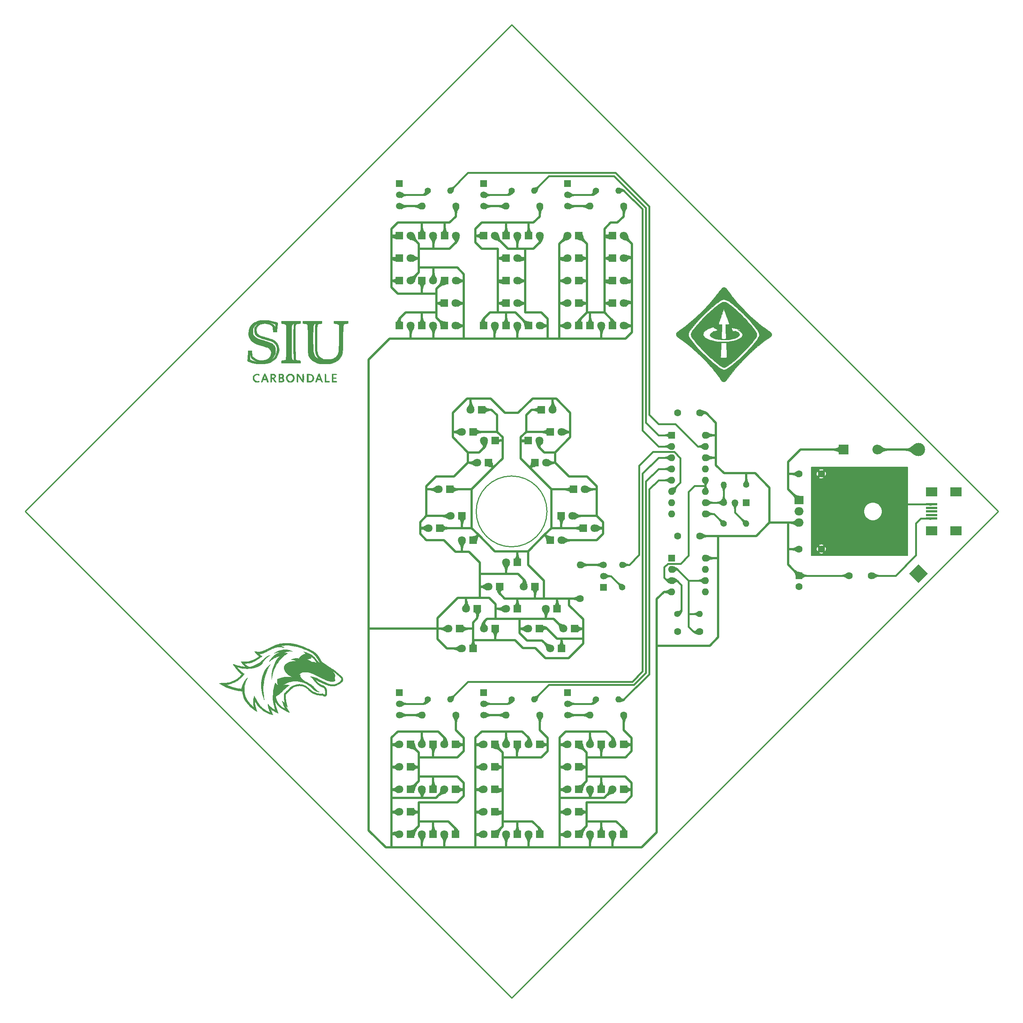
<source format=gbr>
G04 #@! TF.GenerationSoftware,KiCad,Pcbnew,(5.1.8)-1*
G04 #@! TF.CreationDate,2021-04-20T17:46:31-05:00*
G04 #@! TF.ProjectId,Graduation_Cap,47726164-7561-4746-996f-6e5f4361702e,rev?*
G04 #@! TF.SameCoordinates,Original*
G04 #@! TF.FileFunction,Copper,L1,Top*
G04 #@! TF.FilePolarity,Positive*
%FSLAX46Y46*%
G04 Gerber Fmt 4.6, Leading zero omitted, Abs format (unit mm)*
G04 Created by KiCad (PCBNEW (5.1.8)-1) date 2021-04-20 17:46:31*
%MOMM*%
%LPD*%
G01*
G04 APERTURE LIST*
G04 #@! TA.AperFunction,Profile*
%ADD10C,0.254000*%
G04 #@! TD*
G04 #@! TA.AperFunction,EtchedComponent*
%ADD11C,0.010000*%
G04 #@! TD*
G04 #@! TA.AperFunction,SMDPad,CuDef*
%ADD12R,2.500000X0.500000*%
G04 #@! TD*
G04 #@! TA.AperFunction,SMDPad,CuDef*
%ADD13R,2.500000X2.000000*%
G04 #@! TD*
G04 #@! TA.AperFunction,ComponentPad*
%ADD14C,1.600000*%
G04 #@! TD*
G04 #@! TA.AperFunction,ComponentPad*
%ADD15O,2.000000X1.905000*%
G04 #@! TD*
G04 #@! TA.AperFunction,ComponentPad*
%ADD16R,2.000000X1.905000*%
G04 #@! TD*
G04 #@! TA.AperFunction,ComponentPad*
%ADD17C,1.800000*%
G04 #@! TD*
G04 #@! TA.AperFunction,ComponentPad*
%ADD18R,1.800000X1.800000*%
G04 #@! TD*
G04 #@! TA.AperFunction,ComponentPad*
%ADD19R,1.600000X1.600000*%
G04 #@! TD*
G04 #@! TA.AperFunction,ComponentPad*
%ADD20O,1.400000X1.400000*%
G04 #@! TD*
G04 #@! TA.AperFunction,ComponentPad*
%ADD21C,1.400000*%
G04 #@! TD*
G04 #@! TA.AperFunction,ComponentPad*
%ADD22O,1.600000X1.600000*%
G04 #@! TD*
G04 #@! TA.AperFunction,ComponentPad*
%ADD23R,1.500000X1.500000*%
G04 #@! TD*
G04 #@! TA.AperFunction,ComponentPad*
%ADD24C,1.500000*%
G04 #@! TD*
G04 #@! TA.AperFunction,ComponentPad*
%ADD25O,2.200000X2.200000*%
G04 #@! TD*
G04 #@! TA.AperFunction,ComponentPad*
%ADD26R,2.200000X2.200000*%
G04 #@! TD*
G04 #@! TA.AperFunction,ComponentPad*
%ADD27C,0.150000*%
G04 #@! TD*
G04 #@! TA.AperFunction,ComponentPad*
%ADD28C,3.000000*%
G04 #@! TD*
G04 #@! TA.AperFunction,ViaPad*
%ADD29C,0.800000*%
G04 #@! TD*
G04 #@! TA.AperFunction,Conductor*
%ADD30C,0.444500*%
G04 #@! TD*
G04 #@! TA.AperFunction,Conductor*
%ADD31C,0.508000*%
G04 #@! TD*
G04 #@! TA.AperFunction,Conductor*
%ADD32C,0.381000*%
G04 #@! TD*
G04 #@! TA.AperFunction,Conductor*
%ADD33C,0.127000*%
G04 #@! TD*
G04 #@! TA.AperFunction,Conductor*
%ADD34C,0.150000*%
G04 #@! TD*
G04 #@! TA.AperFunction,Conductor*
%ADD35C,0.025400*%
G04 #@! TD*
G04 APERTURE END LIST*
D10*
X208000000Y-150000000D02*
G75*
G03*
X208000000Y-150000000I-8000000J0D01*
G01*
X310000000Y-150000000D02*
X200000000Y-260000000D01*
X200000000Y-260000000D02*
X90000000Y-150000000D01*
X310000000Y-150000000D02*
X200000000Y-40000000D01*
X90000000Y-150000000D02*
X200000000Y-40000000D01*
D11*
G36*
X144982355Y-106817164D02*
G01*
X145747667Y-106957817D01*
X145986820Y-107015039D01*
X146431484Y-107131137D01*
X146756142Y-107228295D01*
X146973995Y-107312204D01*
X147098246Y-107388555D01*
X147142096Y-107463036D01*
X147135027Y-107509926D01*
X147100338Y-107653552D01*
X147062630Y-107894398D01*
X147026069Y-108194409D01*
X146994820Y-108515532D01*
X146973046Y-108819709D01*
X146964914Y-109064400D01*
X146964400Y-109420000D01*
X146102280Y-109420000D01*
X146059207Y-109105747D01*
X146031716Y-108843860D01*
X146016942Y-108583701D01*
X146016133Y-108526779D01*
X145982115Y-108296381D01*
X145859418Y-108115345D01*
X145829867Y-108086427D01*
X145496708Y-107849841D01*
X145074041Y-107666548D01*
X144600957Y-107547256D01*
X144116546Y-107502673D01*
X143775926Y-107523776D01*
X143290224Y-107646928D01*
X142889674Y-107863686D01*
X142583781Y-108164074D01*
X142382048Y-108538117D01*
X142293980Y-108975840D01*
X142290800Y-109082522D01*
X142332677Y-109445909D01*
X142471107Y-109742576D01*
X142674220Y-109971068D01*
X142803952Y-110081930D01*
X142944913Y-110176713D01*
X143117654Y-110263458D01*
X143342722Y-110350209D01*
X143640670Y-110445009D01*
X144032045Y-110555901D01*
X144464159Y-110671627D01*
X144879238Y-110786293D01*
X145280235Y-110906277D01*
X145635638Y-111021484D01*
X145913936Y-111121816D01*
X146050000Y-111179721D01*
X146548151Y-111488360D01*
X146938456Y-111875622D01*
X147217547Y-112333905D01*
X147382057Y-112855604D01*
X147428619Y-113433114D01*
X147353865Y-114058831D01*
X147344345Y-114102704D01*
X147145290Y-114711185D01*
X146836836Y-115240331D01*
X146418138Y-115691176D01*
X145888355Y-116064757D01*
X145643600Y-116193536D01*
X145313423Y-116334445D01*
X144945402Y-116463183D01*
X144613207Y-116554279D01*
X144579656Y-116561389D01*
X144080163Y-116630977D01*
X143503260Y-116659850D01*
X142900568Y-116648555D01*
X142323705Y-116597641D01*
X141936955Y-116533341D01*
X141534395Y-116439864D01*
X141147128Y-116334470D01*
X140804431Y-116226406D01*
X140535579Y-116124922D01*
X140369849Y-116039266D01*
X140367435Y-116037520D01*
X140318137Y-115988284D01*
X140290045Y-115911525D01*
X140281783Y-115781264D01*
X140290180Y-115608447D01*
X140811529Y-115608447D01*
X140852528Y-115700850D01*
X140979975Y-115777304D01*
X141047964Y-115808077D01*
X141219263Y-115872771D01*
X141462538Y-115951176D01*
X141738981Y-116032416D01*
X142009782Y-116105617D01*
X142236132Y-116159903D01*
X142379220Y-116184399D01*
X142392400Y-116184820D01*
X142378107Y-116160517D01*
X142266527Y-116099700D01*
X142170457Y-116055091D01*
X141868126Y-115899782D01*
X141575978Y-115713559D01*
X141331566Y-115522989D01*
X141172444Y-115354640D01*
X141165136Y-115343865D01*
X141086540Y-115182186D01*
X141006359Y-114953519D01*
X140970465Y-114822901D01*
X140883380Y-114466134D01*
X140875145Y-114838667D01*
X140862739Y-115102562D01*
X140840495Y-115353195D01*
X140827085Y-115451891D01*
X140811529Y-115608447D01*
X140290180Y-115608447D01*
X140291975Y-115571519D01*
X140319245Y-115256310D01*
X140323613Y-115210015D01*
X140353716Y-114851903D01*
X140377430Y-114492442D01*
X140391600Y-114183763D01*
X140394210Y-114042800D01*
X140394267Y-113619467D01*
X141258691Y-113619467D01*
X141354725Y-114900385D01*
X141658293Y-115180204D01*
X142104983Y-115508348D01*
X142609333Y-115736098D01*
X143147282Y-115861761D01*
X143694766Y-115883643D01*
X144227722Y-115800049D01*
X144722086Y-115609286D01*
X145024332Y-115417182D01*
X145276318Y-115151883D01*
X145474160Y-114801548D01*
X145595895Y-114412730D01*
X145624037Y-114146065D01*
X145584421Y-113770845D01*
X145446317Y-113459833D01*
X145192167Y-113174527D01*
X145173388Y-113157863D01*
X145099595Y-113096495D01*
X145018693Y-113040686D01*
X144916263Y-112985209D01*
X144777888Y-112924834D01*
X144589151Y-112854333D01*
X144335633Y-112768480D01*
X144002917Y-112662044D01*
X143576585Y-112529800D01*
X143042219Y-112366517D01*
X142725617Y-112270267D01*
X142064551Y-112024809D01*
X141526069Y-111725460D01*
X141106927Y-111368519D01*
X140803885Y-110950287D01*
X140613700Y-110467061D01*
X140533129Y-109915142D01*
X140529733Y-109763975D01*
X140576362Y-109233753D01*
X141485979Y-109233753D01*
X141488821Y-109475636D01*
X141535359Y-109820609D01*
X141640331Y-110120418D01*
X141814521Y-110382895D01*
X142068714Y-110615868D01*
X142413693Y-110827169D01*
X142860245Y-111024627D01*
X143419152Y-111216074D01*
X144101199Y-111409338D01*
X144180690Y-111430132D01*
X144786976Y-111599946D01*
X145275229Y-111767019D01*
X145662332Y-111940816D01*
X145965170Y-112130802D01*
X146200624Y-112346442D01*
X146385578Y-112597200D01*
X146443457Y-112698654D01*
X146515157Y-112855040D01*
X146559826Y-113023466D01*
X146583294Y-113241476D01*
X146591390Y-113546614D01*
X146591697Y-113653334D01*
X146587752Y-113979852D01*
X146570497Y-114215918D01*
X146531508Y-114406457D01*
X146462361Y-114596394D01*
X146381545Y-114774142D01*
X146237808Y-115045017D01*
X146073043Y-115307860D01*
X145941448Y-115482949D01*
X145711333Y-115748281D01*
X145926474Y-115597217D01*
X146087522Y-115456606D01*
X146272927Y-115255602D01*
X146388210Y-115110222D01*
X146690928Y-114591751D01*
X146865809Y-114031979D01*
X146916268Y-113484000D01*
X146893119Y-113025774D01*
X146815823Y-112636682D01*
X146673290Y-112306441D01*
X146454430Y-112024767D01*
X146148150Y-111781376D01*
X145743360Y-111565983D01*
X145228969Y-111368306D01*
X144593886Y-111178061D01*
X144363660Y-111117150D01*
X143670648Y-110920289D01*
X143103677Y-110716433D01*
X142653323Y-110498050D01*
X142310164Y-110257608D01*
X142064773Y-109987573D01*
X141907728Y-109680413D01*
X141829605Y-109328596D01*
X141816667Y-109081333D01*
X141851235Y-108696221D01*
X141966618Y-108365180D01*
X142180334Y-108048779D01*
X142364567Y-107848033D01*
X142550446Y-107659301D01*
X142646856Y-107553514D01*
X142660244Y-107517955D01*
X142597058Y-107539906D01*
X142495057Y-107590661D01*
X142230243Y-107772135D01*
X141965553Y-108030527D01*
X141736684Y-108323972D01*
X141579331Y-108610604D01*
X141547700Y-108701775D01*
X141506323Y-108936087D01*
X141485979Y-109233753D01*
X140576362Y-109233753D01*
X140587165Y-109110921D01*
X140757352Y-108531040D01*
X141037134Y-108027402D01*
X141423350Y-107603077D01*
X141682750Y-107421867D01*
X142832667Y-107421867D01*
X142866533Y-107455734D01*
X142900400Y-107421867D01*
X142866533Y-107388000D01*
X142832667Y-107421867D01*
X141682750Y-107421867D01*
X141912840Y-107261133D01*
X142077260Y-107189606D01*
X145000134Y-107189606D01*
X145004879Y-107209021D01*
X145115312Y-107257187D01*
X145304934Y-107322815D01*
X145597621Y-107443515D01*
X145900479Y-107609173D01*
X146050000Y-107710833D01*
X146238300Y-107862309D01*
X146342631Y-107982510D01*
X146390776Y-108116731D01*
X146409697Y-108297271D01*
X146433895Y-108493920D01*
X146468461Y-108565183D01*
X146506688Y-108520062D01*
X146541869Y-108367557D01*
X146567298Y-108116669D01*
X146569227Y-108083174D01*
X146591867Y-107660748D01*
X146275703Y-107524887D01*
X146049952Y-107440700D01*
X145769418Y-107353831D01*
X145477117Y-107275585D01*
X145216068Y-107217271D01*
X145029288Y-107190195D01*
X145000134Y-107189606D01*
X142077260Y-107189606D01*
X142502442Y-107004641D01*
X143188996Y-106836669D01*
X143598544Y-106783888D01*
X144277085Y-106760263D01*
X144982355Y-106817164D01*
G37*
X144982355Y-106817164D02*
X145747667Y-106957817D01*
X145986820Y-107015039D01*
X146431484Y-107131137D01*
X146756142Y-107228295D01*
X146973995Y-107312204D01*
X147098246Y-107388555D01*
X147142096Y-107463036D01*
X147135027Y-107509926D01*
X147100338Y-107653552D01*
X147062630Y-107894398D01*
X147026069Y-108194409D01*
X146994820Y-108515532D01*
X146973046Y-108819709D01*
X146964914Y-109064400D01*
X146964400Y-109420000D01*
X146102280Y-109420000D01*
X146059207Y-109105747D01*
X146031716Y-108843860D01*
X146016942Y-108583701D01*
X146016133Y-108526779D01*
X145982115Y-108296381D01*
X145859418Y-108115345D01*
X145829867Y-108086427D01*
X145496708Y-107849841D01*
X145074041Y-107666548D01*
X144600957Y-107547256D01*
X144116546Y-107502673D01*
X143775926Y-107523776D01*
X143290224Y-107646928D01*
X142889674Y-107863686D01*
X142583781Y-108164074D01*
X142382048Y-108538117D01*
X142293980Y-108975840D01*
X142290800Y-109082522D01*
X142332677Y-109445909D01*
X142471107Y-109742576D01*
X142674220Y-109971068D01*
X142803952Y-110081930D01*
X142944913Y-110176713D01*
X143117654Y-110263458D01*
X143342722Y-110350209D01*
X143640670Y-110445009D01*
X144032045Y-110555901D01*
X144464159Y-110671627D01*
X144879238Y-110786293D01*
X145280235Y-110906277D01*
X145635638Y-111021484D01*
X145913936Y-111121816D01*
X146050000Y-111179721D01*
X146548151Y-111488360D01*
X146938456Y-111875622D01*
X147217547Y-112333905D01*
X147382057Y-112855604D01*
X147428619Y-113433114D01*
X147353865Y-114058831D01*
X147344345Y-114102704D01*
X147145290Y-114711185D01*
X146836836Y-115240331D01*
X146418138Y-115691176D01*
X145888355Y-116064757D01*
X145643600Y-116193536D01*
X145313423Y-116334445D01*
X144945402Y-116463183D01*
X144613207Y-116554279D01*
X144579656Y-116561389D01*
X144080163Y-116630977D01*
X143503260Y-116659850D01*
X142900568Y-116648555D01*
X142323705Y-116597641D01*
X141936955Y-116533341D01*
X141534395Y-116439864D01*
X141147128Y-116334470D01*
X140804431Y-116226406D01*
X140535579Y-116124922D01*
X140369849Y-116039266D01*
X140367435Y-116037520D01*
X140318137Y-115988284D01*
X140290045Y-115911525D01*
X140281783Y-115781264D01*
X140290180Y-115608447D01*
X140811529Y-115608447D01*
X140852528Y-115700850D01*
X140979975Y-115777304D01*
X141047964Y-115808077D01*
X141219263Y-115872771D01*
X141462538Y-115951176D01*
X141738981Y-116032416D01*
X142009782Y-116105617D01*
X142236132Y-116159903D01*
X142379220Y-116184399D01*
X142392400Y-116184820D01*
X142378107Y-116160517D01*
X142266527Y-116099700D01*
X142170457Y-116055091D01*
X141868126Y-115899782D01*
X141575978Y-115713559D01*
X141331566Y-115522989D01*
X141172444Y-115354640D01*
X141165136Y-115343865D01*
X141086540Y-115182186D01*
X141006359Y-114953519D01*
X140970465Y-114822901D01*
X140883380Y-114466134D01*
X140875145Y-114838667D01*
X140862739Y-115102562D01*
X140840495Y-115353195D01*
X140827085Y-115451891D01*
X140811529Y-115608447D01*
X140290180Y-115608447D01*
X140291975Y-115571519D01*
X140319245Y-115256310D01*
X140323613Y-115210015D01*
X140353716Y-114851903D01*
X140377430Y-114492442D01*
X140391600Y-114183763D01*
X140394210Y-114042800D01*
X140394267Y-113619467D01*
X141258691Y-113619467D01*
X141354725Y-114900385D01*
X141658293Y-115180204D01*
X142104983Y-115508348D01*
X142609333Y-115736098D01*
X143147282Y-115861761D01*
X143694766Y-115883643D01*
X144227722Y-115800049D01*
X144722086Y-115609286D01*
X145024332Y-115417182D01*
X145276318Y-115151883D01*
X145474160Y-114801548D01*
X145595895Y-114412730D01*
X145624037Y-114146065D01*
X145584421Y-113770845D01*
X145446317Y-113459833D01*
X145192167Y-113174527D01*
X145173388Y-113157863D01*
X145099595Y-113096495D01*
X145018693Y-113040686D01*
X144916263Y-112985209D01*
X144777888Y-112924834D01*
X144589151Y-112854333D01*
X144335633Y-112768480D01*
X144002917Y-112662044D01*
X143576585Y-112529800D01*
X143042219Y-112366517D01*
X142725617Y-112270267D01*
X142064551Y-112024809D01*
X141526069Y-111725460D01*
X141106927Y-111368519D01*
X140803885Y-110950287D01*
X140613700Y-110467061D01*
X140533129Y-109915142D01*
X140529733Y-109763975D01*
X140576362Y-109233753D01*
X141485979Y-109233753D01*
X141488821Y-109475636D01*
X141535359Y-109820609D01*
X141640331Y-110120418D01*
X141814521Y-110382895D01*
X142068714Y-110615868D01*
X142413693Y-110827169D01*
X142860245Y-111024627D01*
X143419152Y-111216074D01*
X144101199Y-111409338D01*
X144180690Y-111430132D01*
X144786976Y-111599946D01*
X145275229Y-111767019D01*
X145662332Y-111940816D01*
X145965170Y-112130802D01*
X146200624Y-112346442D01*
X146385578Y-112597200D01*
X146443457Y-112698654D01*
X146515157Y-112855040D01*
X146559826Y-113023466D01*
X146583294Y-113241476D01*
X146591390Y-113546614D01*
X146591697Y-113653334D01*
X146587752Y-113979852D01*
X146570497Y-114215918D01*
X146531508Y-114406457D01*
X146462361Y-114596394D01*
X146381545Y-114774142D01*
X146237808Y-115045017D01*
X146073043Y-115307860D01*
X145941448Y-115482949D01*
X145711333Y-115748281D01*
X145926474Y-115597217D01*
X146087522Y-115456606D01*
X146272927Y-115255602D01*
X146388210Y-115110222D01*
X146690928Y-114591751D01*
X146865809Y-114031979D01*
X146916268Y-113484000D01*
X146893119Y-113025774D01*
X146815823Y-112636682D01*
X146673290Y-112306441D01*
X146454430Y-112024767D01*
X146148150Y-111781376D01*
X145743360Y-111565983D01*
X145228969Y-111368306D01*
X144593886Y-111178061D01*
X144363660Y-111117150D01*
X143670648Y-110920289D01*
X143103677Y-110716433D01*
X142653323Y-110498050D01*
X142310164Y-110257608D01*
X142064773Y-109987573D01*
X141907728Y-109680413D01*
X141829605Y-109328596D01*
X141816667Y-109081333D01*
X141851235Y-108696221D01*
X141966618Y-108365180D01*
X142180334Y-108048779D01*
X142364567Y-107848033D01*
X142550446Y-107659301D01*
X142646856Y-107553514D01*
X142660244Y-107517955D01*
X142597058Y-107539906D01*
X142495057Y-107590661D01*
X142230243Y-107772135D01*
X141965553Y-108030527D01*
X141736684Y-108323972D01*
X141579331Y-108610604D01*
X141547700Y-108701775D01*
X141506323Y-108936087D01*
X141485979Y-109233753D01*
X140576362Y-109233753D01*
X140587165Y-109110921D01*
X140757352Y-108531040D01*
X141037134Y-108027402D01*
X141423350Y-107603077D01*
X141682750Y-107421867D01*
X142832667Y-107421867D01*
X142866533Y-107455734D01*
X142900400Y-107421867D01*
X142866533Y-107388000D01*
X142832667Y-107421867D01*
X141682750Y-107421867D01*
X141912840Y-107261133D01*
X142077260Y-107189606D01*
X145000134Y-107189606D01*
X145004879Y-107209021D01*
X145115312Y-107257187D01*
X145304934Y-107322815D01*
X145597621Y-107443515D01*
X145900479Y-107609173D01*
X146050000Y-107710833D01*
X146238300Y-107862309D01*
X146342631Y-107982510D01*
X146390776Y-108116731D01*
X146409697Y-108297271D01*
X146433895Y-108493920D01*
X146468461Y-108565183D01*
X146506688Y-108520062D01*
X146541869Y-108367557D01*
X146567298Y-108116669D01*
X146569227Y-108083174D01*
X146591867Y-107660748D01*
X146275703Y-107524887D01*
X146049952Y-107440700D01*
X145769418Y-107353831D01*
X145477117Y-107275585D01*
X145216068Y-107217271D01*
X145029288Y-107190195D01*
X145000134Y-107189606D01*
X142077260Y-107189606D01*
X142502442Y-107004641D01*
X143188996Y-106836669D01*
X143598544Y-106783888D01*
X144277085Y-106760263D01*
X144982355Y-106817164D01*
G36*
X144268218Y-118883921D02*
G01*
X144340476Y-118982441D01*
X144428324Y-119160889D01*
X144540271Y-119436312D01*
X144668557Y-119780912D01*
X144787078Y-120110470D01*
X144886869Y-120394666D01*
X144959602Y-120609259D01*
X144996950Y-120730012D01*
X145000134Y-120746112D01*
X144943398Y-120789570D01*
X144867386Y-120799200D01*
X144760869Y-120753908D01*
X144678017Y-120602985D01*
X144653464Y-120528267D01*
X144572291Y-120257334D01*
X143802376Y-120257334D01*
X143721203Y-120528267D01*
X143642175Y-120717969D01*
X143545215Y-120794778D01*
X143507281Y-120799200D01*
X143398561Y-120781118D01*
X143374534Y-120756948D01*
X143396211Y-120684514D01*
X143454590Y-120512814D01*
X143539690Y-120269753D01*
X143640403Y-119986400D01*
X143928855Y-119986400D01*
X144445812Y-119986400D01*
X144337511Y-119647734D01*
X144269526Y-119457818D01*
X144211613Y-119334933D01*
X144187334Y-119309067D01*
X144145093Y-119367724D01*
X144081755Y-119518270D01*
X144037156Y-119647734D01*
X143928855Y-119986400D01*
X143640403Y-119986400D01*
X143641529Y-119983233D01*
X143750127Y-119681158D01*
X143855504Y-119391432D01*
X143947678Y-119141959D01*
X144016668Y-118960641D01*
X144020899Y-118949886D01*
X144121241Y-118854805D01*
X144203045Y-118848286D01*
X144268218Y-118883921D01*
G37*
X144268218Y-118883921D02*
X144340476Y-118982441D01*
X144428324Y-119160889D01*
X144540271Y-119436312D01*
X144668557Y-119780912D01*
X144787078Y-120110470D01*
X144886869Y-120394666D01*
X144959602Y-120609259D01*
X144996950Y-120730012D01*
X145000134Y-120746112D01*
X144943398Y-120789570D01*
X144867386Y-120799200D01*
X144760869Y-120753908D01*
X144678017Y-120602985D01*
X144653464Y-120528267D01*
X144572291Y-120257334D01*
X143802376Y-120257334D01*
X143721203Y-120528267D01*
X143642175Y-120717969D01*
X143545215Y-120794778D01*
X143507281Y-120799200D01*
X143398561Y-120781118D01*
X143374534Y-120756948D01*
X143396211Y-120684514D01*
X143454590Y-120512814D01*
X143539690Y-120269753D01*
X143640403Y-119986400D01*
X143928855Y-119986400D01*
X144445812Y-119986400D01*
X144337511Y-119647734D01*
X144269526Y-119457818D01*
X144211613Y-119334933D01*
X144187334Y-119309067D01*
X144145093Y-119367724D01*
X144081755Y-119518270D01*
X144037156Y-119647734D01*
X143928855Y-119986400D01*
X143640403Y-119986400D01*
X143641529Y-119983233D01*
X143750127Y-119681158D01*
X143855504Y-119391432D01*
X143947678Y-119141959D01*
X144016668Y-118960641D01*
X144020899Y-118949886D01*
X144121241Y-118854805D01*
X144203045Y-118848286D01*
X144268218Y-118883921D01*
G36*
X142783604Y-118935804D02*
G01*
X142902783Y-119007137D01*
X142951404Y-119127554D01*
X142897444Y-119203422D01*
X142772827Y-119206295D01*
X142708925Y-119179875D01*
X142448208Y-119109661D01*
X142186453Y-119173023D01*
X142027367Y-119279283D01*
X141847723Y-119502328D01*
X141775027Y-119754860D01*
X141796253Y-120011407D01*
X141898377Y-120246494D01*
X142068372Y-120434647D01*
X142293214Y-120550391D01*
X142559878Y-120568253D01*
X142673453Y-120542865D01*
X142831449Y-120508296D01*
X142909549Y-120538672D01*
X142931555Y-120579490D01*
X142950786Y-120669012D01*
X142908090Y-120724647D01*
X142779795Y-120757742D01*
X142542232Y-120779640D01*
X142509508Y-120781783D01*
X142235218Y-120783370D01*
X142036727Y-120739231D01*
X141912846Y-120675465D01*
X141677779Y-120454433D01*
X141535831Y-120167238D01*
X141487866Y-119846914D01*
X141534750Y-119526496D01*
X141677347Y-119239017D01*
X141870260Y-119048202D01*
X142067169Y-118957026D01*
X142315597Y-118906686D01*
X142569693Y-118899004D01*
X142783604Y-118935804D01*
G37*
X142783604Y-118935804D02*
X142902783Y-119007137D01*
X142951404Y-119127554D01*
X142897444Y-119203422D01*
X142772827Y-119206295D01*
X142708925Y-119179875D01*
X142448208Y-119109661D01*
X142186453Y-119173023D01*
X142027367Y-119279283D01*
X141847723Y-119502328D01*
X141775027Y-119754860D01*
X141796253Y-120011407D01*
X141898377Y-120246494D01*
X142068372Y-120434647D01*
X142293214Y-120550391D01*
X142559878Y-120568253D01*
X142673453Y-120542865D01*
X142831449Y-120508296D01*
X142909549Y-120538672D01*
X142931555Y-120579490D01*
X142950786Y-120669012D01*
X142908090Y-120724647D01*
X142779795Y-120757742D01*
X142542232Y-120779640D01*
X142509508Y-120781783D01*
X142235218Y-120783370D01*
X142036727Y-120739231D01*
X141912846Y-120675465D01*
X141677779Y-120454433D01*
X141535831Y-120167238D01*
X141487866Y-119846914D01*
X141534750Y-119526496D01*
X141677347Y-119239017D01*
X141870260Y-119048202D01*
X142067169Y-118957026D01*
X142315597Y-118906686D01*
X142569693Y-118899004D01*
X142783604Y-118935804D01*
G36*
X154580689Y-118950658D02*
G01*
X154910276Y-119090322D01*
X155143166Y-119315190D01*
X155271638Y-119618797D01*
X155295495Y-119851990D01*
X155237439Y-120198706D01*
X155069144Y-120473931D01*
X154799919Y-120669884D01*
X154439077Y-120778783D01*
X154162124Y-120799200D01*
X153737733Y-120799200D01*
X153737733Y-120528267D01*
X154008667Y-120528267D01*
X154316546Y-120528267D01*
X154556192Y-120504642D01*
X154726375Y-120419927D01*
X154787924Y-120364767D01*
X154964396Y-120110131D01*
X155020326Y-119842212D01*
X154965384Y-119585100D01*
X154809238Y-119362883D01*
X154561556Y-119199651D01*
X154290669Y-119125855D01*
X154008667Y-119088030D01*
X154008667Y-120528267D01*
X153737733Y-120528267D01*
X153737733Y-118902667D01*
X154162124Y-118902667D01*
X154580689Y-118950658D01*
G37*
X154580689Y-118950658D02*
X154910276Y-119090322D01*
X155143166Y-119315190D01*
X155271638Y-119618797D01*
X155295495Y-119851990D01*
X155237439Y-120198706D01*
X155069144Y-120473931D01*
X154799919Y-120669884D01*
X154439077Y-120778783D01*
X154162124Y-120799200D01*
X153737733Y-120799200D01*
X153737733Y-120528267D01*
X154008667Y-120528267D01*
X154316546Y-120528267D01*
X154556192Y-120504642D01*
X154726375Y-120419927D01*
X154787924Y-120364767D01*
X154964396Y-120110131D01*
X155020326Y-119842212D01*
X154965384Y-119585100D01*
X154809238Y-119362883D01*
X154561556Y-119199651D01*
X154290669Y-119125855D01*
X154008667Y-119088030D01*
X154008667Y-120528267D01*
X153737733Y-120528267D01*
X153737733Y-118902667D01*
X154162124Y-118902667D01*
X154580689Y-118950658D01*
G36*
X151689057Y-118919892D02*
G01*
X151779249Y-118983278D01*
X151891600Y-119110396D01*
X152041608Y-119318814D01*
X152244769Y-119626100D01*
X152247814Y-119630800D01*
X152719378Y-120358934D01*
X152720556Y-119630800D01*
X152722711Y-119309085D01*
X152730893Y-119099151D01*
X152749544Y-118977319D01*
X152783108Y-118919914D01*
X152836028Y-118903258D01*
X152857200Y-118902667D01*
X152910806Y-118909701D01*
X152948035Y-118944684D01*
X152971860Y-119028432D01*
X152985254Y-119181764D01*
X152991194Y-119425498D01*
X152992651Y-119780452D01*
X152992667Y-119850934D01*
X152991991Y-120225667D01*
X152987724Y-120485822D01*
X152976508Y-120652289D01*
X152954983Y-120745956D01*
X152919792Y-120787712D01*
X152867574Y-120798445D01*
X152840267Y-120798728D01*
X152759397Y-120773883D01*
X152660587Y-120689377D01*
X152530638Y-120529542D01*
X152356354Y-120278708D01*
X152198424Y-120036728D01*
X151708982Y-119275200D01*
X151707358Y-120037200D01*
X151705147Y-120367619D01*
X151697416Y-120585739D01*
X151680000Y-120714720D01*
X151648731Y-120777725D01*
X151599443Y-120797913D01*
X151570267Y-120799200D01*
X151516661Y-120792166D01*
X151479432Y-120757183D01*
X151455607Y-120673435D01*
X151442213Y-120520103D01*
X151436273Y-120276369D01*
X151434816Y-119921415D01*
X151434800Y-119850934D01*
X151434800Y-118902667D01*
X151605525Y-118902667D01*
X151689057Y-118919892D01*
G37*
X151689057Y-118919892D02*
X151779249Y-118983278D01*
X151891600Y-119110396D01*
X152041608Y-119318814D01*
X152244769Y-119626100D01*
X152247814Y-119630800D01*
X152719378Y-120358934D01*
X152720556Y-119630800D01*
X152722711Y-119309085D01*
X152730893Y-119099151D01*
X152749544Y-118977319D01*
X152783108Y-118919914D01*
X152836028Y-118903258D01*
X152857200Y-118902667D01*
X152910806Y-118909701D01*
X152948035Y-118944684D01*
X152971860Y-119028432D01*
X152985254Y-119181764D01*
X152991194Y-119425498D01*
X152992651Y-119780452D01*
X152992667Y-119850934D01*
X152991991Y-120225667D01*
X152987724Y-120485822D01*
X152976508Y-120652289D01*
X152954983Y-120745956D01*
X152919792Y-120787712D01*
X152867574Y-120798445D01*
X152840267Y-120798728D01*
X152759397Y-120773883D01*
X152660587Y-120689377D01*
X152530638Y-120529542D01*
X152356354Y-120278708D01*
X152198424Y-120036728D01*
X151708982Y-119275200D01*
X151707358Y-120037200D01*
X151705147Y-120367619D01*
X151697416Y-120585739D01*
X151680000Y-120714720D01*
X151648731Y-120777725D01*
X151599443Y-120797913D01*
X151570267Y-120799200D01*
X151516661Y-120792166D01*
X151479432Y-120757183D01*
X151455607Y-120673435D01*
X151442213Y-120520103D01*
X151436273Y-120276369D01*
X151434816Y-119921415D01*
X151434800Y-119850934D01*
X151434800Y-118902667D01*
X151605525Y-118902667D01*
X151689057Y-118919892D01*
G36*
X156550677Y-118918364D02*
G01*
X156658868Y-119119762D01*
X156788707Y-119442192D01*
X156869688Y-119661077D01*
X157019189Y-120070421D01*
X157126758Y-120369142D01*
X157196146Y-120574153D01*
X157231100Y-120702362D01*
X157235370Y-120770681D01*
X157212705Y-120796021D01*
X157166854Y-120795291D01*
X157119485Y-120787806D01*
X156980636Y-120709380D01*
X156887281Y-120528267D01*
X156833577Y-120391741D01*
X156762792Y-120318648D01*
X156634066Y-120285713D01*
X156436015Y-120271234D01*
X156063927Y-120251267D01*
X155981845Y-120525234D01*
X155903015Y-120716007D01*
X155807182Y-120794196D01*
X155767015Y-120799200D01*
X155658395Y-120772902D01*
X155634267Y-120737593D01*
X155656397Y-120654812D01*
X155717175Y-120469643D01*
X155808185Y-120206725D01*
X155921010Y-119890696D01*
X155923314Y-119884353D01*
X156202772Y-119884353D01*
X156224393Y-119957959D01*
X156314239Y-119983491D01*
X156439498Y-119986400D01*
X156711991Y-119986400D01*
X156615079Y-119711723D01*
X156528288Y-119481545D01*
X156465751Y-119370201D01*
X156413741Y-119366495D01*
X156358533Y-119459227D01*
X156344727Y-119491143D01*
X156244506Y-119737228D01*
X156202772Y-119884353D01*
X155923314Y-119884353D01*
X155963988Y-119772393D01*
X156122704Y-119349115D01*
X156250147Y-119053374D01*
X156356900Y-118883869D01*
X156453549Y-118839300D01*
X156550677Y-118918364D01*
G37*
X156550677Y-118918364D02*
X156658868Y-119119762D01*
X156788707Y-119442192D01*
X156869688Y-119661077D01*
X157019189Y-120070421D01*
X157126758Y-120369142D01*
X157196146Y-120574153D01*
X157231100Y-120702362D01*
X157235370Y-120770681D01*
X157212705Y-120796021D01*
X157166854Y-120795291D01*
X157119485Y-120787806D01*
X156980636Y-120709380D01*
X156887281Y-120528267D01*
X156833577Y-120391741D01*
X156762792Y-120318648D01*
X156634066Y-120285713D01*
X156436015Y-120271234D01*
X156063927Y-120251267D01*
X155981845Y-120525234D01*
X155903015Y-120716007D01*
X155807182Y-120794196D01*
X155767015Y-120799200D01*
X155658395Y-120772902D01*
X155634267Y-120737593D01*
X155656397Y-120654812D01*
X155717175Y-120469643D01*
X155808185Y-120206725D01*
X155921010Y-119890696D01*
X155923314Y-119884353D01*
X156202772Y-119884353D01*
X156224393Y-119957959D01*
X156314239Y-119983491D01*
X156439498Y-119986400D01*
X156711991Y-119986400D01*
X156615079Y-119711723D01*
X156528288Y-119481545D01*
X156465751Y-119370201D01*
X156413741Y-119366495D01*
X156358533Y-119459227D01*
X156344727Y-119491143D01*
X156244506Y-119737228D01*
X156202772Y-119884353D01*
X155923314Y-119884353D01*
X155963988Y-119772393D01*
X156122704Y-119349115D01*
X156250147Y-119053374D01*
X156356900Y-118883869D01*
X156453549Y-118839300D01*
X156550677Y-118918364D01*
G36*
X160179494Y-118907452D02*
G01*
X160346348Y-118924815D01*
X160426084Y-118959266D01*
X160443334Y-119004267D01*
X160412123Y-119063261D01*
X160301482Y-119094935D01*
X160085900Y-119105666D01*
X160036934Y-119105867D01*
X159630534Y-119105867D01*
X159630534Y-119715467D01*
X159969200Y-119715467D01*
X160182175Y-119726344D01*
X160286195Y-119764001D01*
X160307867Y-119817067D01*
X160271611Y-119880959D01*
X160146085Y-119912165D01*
X159969200Y-119918667D01*
X159630534Y-119918667D01*
X159630534Y-120528267D01*
X160036934Y-120528267D01*
X160263916Y-120533210D01*
X160386566Y-120554923D01*
X160435862Y-120603733D01*
X160443334Y-120663734D01*
X160432021Y-120731229D01*
X160379916Y-120771680D01*
X160259770Y-120791901D01*
X160044334Y-120798702D01*
X159901467Y-120799200D01*
X159359600Y-120799200D01*
X159359600Y-118902667D01*
X159901467Y-118902667D01*
X160179494Y-118907452D01*
G37*
X160179494Y-118907452D02*
X160346348Y-118924815D01*
X160426084Y-118959266D01*
X160443334Y-119004267D01*
X160412123Y-119063261D01*
X160301482Y-119094935D01*
X160085900Y-119105666D01*
X160036934Y-119105867D01*
X159630534Y-119105867D01*
X159630534Y-119715467D01*
X159969200Y-119715467D01*
X160182175Y-119726344D01*
X160286195Y-119764001D01*
X160307867Y-119817067D01*
X160271611Y-119880959D01*
X160146085Y-119912165D01*
X159969200Y-119918667D01*
X159630534Y-119918667D01*
X159630534Y-120528267D01*
X160036934Y-120528267D01*
X160263916Y-120533210D01*
X160386566Y-120554923D01*
X160435862Y-120603733D01*
X160443334Y-120663734D01*
X160432021Y-120731229D01*
X160379916Y-120771680D01*
X160259770Y-120791901D01*
X160044334Y-120798702D01*
X159901467Y-120799200D01*
X159359600Y-120799200D01*
X159359600Y-118902667D01*
X159901467Y-118902667D01*
X160179494Y-118907452D01*
G36*
X152247600Y-107513719D02*
G01*
X151858134Y-107556406D01*
X151540430Y-107601148D01*
X151332685Y-107660868D01*
X151209398Y-107749141D01*
X151145068Y-107879542D01*
X151130646Y-107943683D01*
X151123391Y-108052172D01*
X151117267Y-108282928D01*
X151112343Y-108622756D01*
X151108687Y-109058461D01*
X151106369Y-109576847D01*
X151105457Y-110164719D01*
X151106018Y-110808882D01*
X151108123Y-111496141D01*
X151110059Y-111905851D01*
X151115608Y-112783477D01*
X151122298Y-113532290D01*
X151130301Y-114158941D01*
X151139788Y-114670081D01*
X151150933Y-115072358D01*
X151163906Y-115372425D01*
X151178879Y-115576930D01*
X151196026Y-115692526D01*
X151208776Y-115723507D01*
X151319468Y-115776034D01*
X151510046Y-115819234D01*
X151615176Y-115832436D01*
X151909847Y-115862249D01*
X152094965Y-115895440D01*
X152195981Y-115946585D01*
X152238346Y-116030259D01*
X152247512Y-116161037D01*
X152247600Y-116194624D01*
X152247600Y-116464267D01*
X147912667Y-116464267D01*
X147912667Y-116194624D01*
X147918202Y-116052510D01*
X147951773Y-115960458D01*
X148038832Y-115903893D01*
X148204829Y-115868237D01*
X148475215Y-115838918D01*
X148545091Y-115832436D01*
X148754493Y-115799167D01*
X148911035Y-115749327D01*
X148951491Y-115723507D01*
X148970184Y-115663605D01*
X148986590Y-115519235D01*
X149000881Y-115283748D01*
X149013228Y-114950493D01*
X149023803Y-114512819D01*
X149032779Y-113964076D01*
X149040327Y-113297613D01*
X149046619Y-112506781D01*
X149050208Y-111905851D01*
X149051902Y-111509960D01*
X150215904Y-111509960D01*
X150217470Y-112138035D01*
X150221265Y-112756056D01*
X150227256Y-113348013D01*
X150235406Y-113897895D01*
X150245681Y-114389688D01*
X150258046Y-114807381D01*
X150272465Y-115134964D01*
X150288904Y-115356423D01*
X150304090Y-115448267D01*
X150447428Y-115681820D01*
X150622000Y-115803762D01*
X150775457Y-115878970D01*
X150864502Y-115919838D01*
X150871983Y-115922295D01*
X150853729Y-115870237D01*
X150791835Y-115744016D01*
X150787734Y-115736133D01*
X150766540Y-115676911D01*
X150748547Y-115580170D01*
X150733508Y-115435741D01*
X150721179Y-115233455D01*
X150711315Y-114963144D01*
X150703671Y-114614639D01*
X150698002Y-114177771D01*
X150694062Y-113642372D01*
X150691607Y-112998273D01*
X150690391Y-112235305D01*
X150690151Y-111687205D01*
X150690411Y-110855516D01*
X150691568Y-110148825D01*
X150693896Y-109556660D01*
X150697670Y-109068555D01*
X150703162Y-108674039D01*
X150710646Y-108362644D01*
X150720398Y-108123901D01*
X150732691Y-107947341D01*
X150747798Y-107822496D01*
X150765994Y-107738896D01*
X150787553Y-107686072D01*
X150795174Y-107674005D01*
X150857689Y-107559652D01*
X150822415Y-107532015D01*
X150686672Y-107590870D01*
X150575357Y-107655663D01*
X150370529Y-107854619D01*
X150287868Y-108044877D01*
X150270331Y-108176950D01*
X150255304Y-108427065D01*
X150242753Y-108779209D01*
X150232643Y-109217371D01*
X150224938Y-109725539D01*
X150219603Y-110287701D01*
X150216604Y-110887845D01*
X150215904Y-111509960D01*
X149051902Y-111509960D01*
X149053231Y-111199781D01*
X149054672Y-110529216D01*
X149054599Y-109907353D01*
X149053081Y-109347386D01*
X149050186Y-108862510D01*
X149045983Y-108465921D01*
X149040541Y-108170814D01*
X149033928Y-107990384D01*
X149029621Y-107943683D01*
X148981156Y-107793496D01*
X148883526Y-107690650D01*
X148711233Y-107621571D01*
X148438773Y-107572682D01*
X148302134Y-107556406D01*
X147912667Y-107513719D01*
X147912667Y-106947734D01*
X152247600Y-106947734D01*
X152247600Y-107513719D01*
G37*
X152247600Y-107513719D02*
X151858134Y-107556406D01*
X151540430Y-107601148D01*
X151332685Y-107660868D01*
X151209398Y-107749141D01*
X151145068Y-107879542D01*
X151130646Y-107943683D01*
X151123391Y-108052172D01*
X151117267Y-108282928D01*
X151112343Y-108622756D01*
X151108687Y-109058461D01*
X151106369Y-109576847D01*
X151105457Y-110164719D01*
X151106018Y-110808882D01*
X151108123Y-111496141D01*
X151110059Y-111905851D01*
X151115608Y-112783477D01*
X151122298Y-113532290D01*
X151130301Y-114158941D01*
X151139788Y-114670081D01*
X151150933Y-115072358D01*
X151163906Y-115372425D01*
X151178879Y-115576930D01*
X151196026Y-115692526D01*
X151208776Y-115723507D01*
X151319468Y-115776034D01*
X151510046Y-115819234D01*
X151615176Y-115832436D01*
X151909847Y-115862249D01*
X152094965Y-115895440D01*
X152195981Y-115946585D01*
X152238346Y-116030259D01*
X152247512Y-116161037D01*
X152247600Y-116194624D01*
X152247600Y-116464267D01*
X147912667Y-116464267D01*
X147912667Y-116194624D01*
X147918202Y-116052510D01*
X147951773Y-115960458D01*
X148038832Y-115903893D01*
X148204829Y-115868237D01*
X148475215Y-115838918D01*
X148545091Y-115832436D01*
X148754493Y-115799167D01*
X148911035Y-115749327D01*
X148951491Y-115723507D01*
X148970184Y-115663605D01*
X148986590Y-115519235D01*
X149000881Y-115283748D01*
X149013228Y-114950493D01*
X149023803Y-114512819D01*
X149032779Y-113964076D01*
X149040327Y-113297613D01*
X149046619Y-112506781D01*
X149050208Y-111905851D01*
X149051902Y-111509960D01*
X150215904Y-111509960D01*
X150217470Y-112138035D01*
X150221265Y-112756056D01*
X150227256Y-113348013D01*
X150235406Y-113897895D01*
X150245681Y-114389688D01*
X150258046Y-114807381D01*
X150272465Y-115134964D01*
X150288904Y-115356423D01*
X150304090Y-115448267D01*
X150447428Y-115681820D01*
X150622000Y-115803762D01*
X150775457Y-115878970D01*
X150864502Y-115919838D01*
X150871983Y-115922295D01*
X150853729Y-115870237D01*
X150791835Y-115744016D01*
X150787734Y-115736133D01*
X150766540Y-115676911D01*
X150748547Y-115580170D01*
X150733508Y-115435741D01*
X150721179Y-115233455D01*
X150711315Y-114963144D01*
X150703671Y-114614639D01*
X150698002Y-114177771D01*
X150694062Y-113642372D01*
X150691607Y-112998273D01*
X150690391Y-112235305D01*
X150690151Y-111687205D01*
X150690411Y-110855516D01*
X150691568Y-110148825D01*
X150693896Y-109556660D01*
X150697670Y-109068555D01*
X150703162Y-108674039D01*
X150710646Y-108362644D01*
X150720398Y-108123901D01*
X150732691Y-107947341D01*
X150747798Y-107822496D01*
X150765994Y-107738896D01*
X150787553Y-107686072D01*
X150795174Y-107674005D01*
X150857689Y-107559652D01*
X150822415Y-107532015D01*
X150686672Y-107590870D01*
X150575357Y-107655663D01*
X150370529Y-107854619D01*
X150287868Y-108044877D01*
X150270331Y-108176950D01*
X150255304Y-108427065D01*
X150242753Y-108779209D01*
X150232643Y-109217371D01*
X150224938Y-109725539D01*
X150219603Y-110287701D01*
X150216604Y-110887845D01*
X150215904Y-111509960D01*
X149051902Y-111509960D01*
X149053231Y-111199781D01*
X149054672Y-110529216D01*
X149054599Y-109907353D01*
X149053081Y-109347386D01*
X149050186Y-108862510D01*
X149045983Y-108465921D01*
X149040541Y-108170814D01*
X149033928Y-107990384D01*
X149029621Y-107943683D01*
X148981156Y-107793496D01*
X148883526Y-107690650D01*
X148711233Y-107621571D01*
X148438773Y-107572682D01*
X148302134Y-107556406D01*
X147912667Y-107513719D01*
X147912667Y-106947734D01*
X152247600Y-106947734D01*
X152247600Y-107513719D01*
G36*
X146173334Y-118910113D02*
G01*
X146338528Y-118940543D01*
X146457697Y-119006094D01*
X146527212Y-119068921D01*
X146667460Y-119282990D01*
X146673297Y-119506677D01*
X146544970Y-119734811D01*
X146492813Y-119791075D01*
X146292158Y-119991729D01*
X146526679Y-120358344D01*
X146665808Y-120579537D01*
X146736447Y-120710784D01*
X146744258Y-120775512D01*
X146694901Y-120797148D01*
X146633190Y-120799200D01*
X146516184Y-120737830D01*
X146359020Y-120560313D01*
X146243723Y-120393393D01*
X146059284Y-120133825D01*
X145920104Y-120000881D01*
X145823307Y-119994556D01*
X145766018Y-120114847D01*
X145745362Y-120361751D01*
X145745200Y-120392800D01*
X145735226Y-120638494D01*
X145702682Y-120767714D01*
X145654889Y-120799200D01*
X145539693Y-120769113D01*
X145519422Y-120754045D01*
X145502735Y-120673075D01*
X145488831Y-120483162D01*
X145478975Y-120210819D01*
X145474429Y-119882561D01*
X145474267Y-119805778D01*
X145474267Y-119551350D01*
X145752626Y-119551350D01*
X145771171Y-119685340D01*
X145772169Y-119688048D01*
X145864810Y-119766769D01*
X146021401Y-119775480D01*
X146192350Y-119718065D01*
X146287067Y-119647734D01*
X146387390Y-119515498D01*
X146422533Y-119415505D01*
X146362352Y-119259461D01*
X146209291Y-119150863D01*
X146004577Y-119118006D01*
X145990704Y-119119142D01*
X145842738Y-119151620D01*
X145777559Y-119239966D01*
X145757361Y-119366315D01*
X145752626Y-119551350D01*
X145474267Y-119551350D01*
X145474267Y-118902667D01*
X145917612Y-118902667D01*
X146173334Y-118910113D01*
G37*
X146173334Y-118910113D02*
X146338528Y-118940543D01*
X146457697Y-119006094D01*
X146527212Y-119068921D01*
X146667460Y-119282990D01*
X146673297Y-119506677D01*
X146544970Y-119734811D01*
X146492813Y-119791075D01*
X146292158Y-119991729D01*
X146526679Y-120358344D01*
X146665808Y-120579537D01*
X146736447Y-120710784D01*
X146744258Y-120775512D01*
X146694901Y-120797148D01*
X146633190Y-120799200D01*
X146516184Y-120737830D01*
X146359020Y-120560313D01*
X146243723Y-120393393D01*
X146059284Y-120133825D01*
X145920104Y-120000881D01*
X145823307Y-119994556D01*
X145766018Y-120114847D01*
X145745362Y-120361751D01*
X145745200Y-120392800D01*
X145735226Y-120638494D01*
X145702682Y-120767714D01*
X145654889Y-120799200D01*
X145539693Y-120769113D01*
X145519422Y-120754045D01*
X145502735Y-120673075D01*
X145488831Y-120483162D01*
X145478975Y-120210819D01*
X145474429Y-119882561D01*
X145474267Y-119805778D01*
X145474267Y-119551350D01*
X145752626Y-119551350D01*
X145771171Y-119685340D01*
X145772169Y-119688048D01*
X145864810Y-119766769D01*
X146021401Y-119775480D01*
X146192350Y-119718065D01*
X146287067Y-119647734D01*
X146387390Y-119515498D01*
X146422533Y-119415505D01*
X146362352Y-119259461D01*
X146209291Y-119150863D01*
X146004577Y-119118006D01*
X145990704Y-119119142D01*
X145842738Y-119151620D01*
X145777559Y-119239966D01*
X145757361Y-119366315D01*
X145752626Y-119551350D01*
X145474267Y-119551350D01*
X145474267Y-118902667D01*
X145917612Y-118902667D01*
X146173334Y-118910113D01*
G36*
X148099124Y-118932010D02*
G01*
X148320822Y-119023039D01*
X148434732Y-119180248D01*
X148454534Y-119317360D01*
X148430055Y-119514938D01*
X148381402Y-119657821D01*
X148346999Y-119796263D01*
X148415268Y-119912701D01*
X148487976Y-120066016D01*
X148519973Y-120278231D01*
X148505413Y-120479795D01*
X148470430Y-120568927D01*
X148301120Y-120704637D01*
X148019618Y-120781879D01*
X147747786Y-120799200D01*
X147370800Y-120799200D01*
X147370800Y-120536023D01*
X147565832Y-120536023D01*
X147891649Y-120515211D01*
X148088185Y-120496603D01*
X148187289Y-120456462D01*
X148226928Y-120368899D01*
X148238356Y-120278767D01*
X148205200Y-120079232D01*
X148068054Y-119958925D01*
X147838990Y-119927216D01*
X147790784Y-119931424D01*
X147674117Y-119960348D01*
X147615834Y-120038085D01*
X147589894Y-120204585D01*
X147586849Y-120244278D01*
X147565832Y-120536023D01*
X147370800Y-120536023D01*
X147370800Y-119507261D01*
X147581846Y-119507261D01*
X147600690Y-119619588D01*
X147694961Y-119698167D01*
X147860328Y-119708200D01*
X148049499Y-119646990D01*
X148052586Y-119645350D01*
X148156707Y-119523505D01*
X148177426Y-119354247D01*
X148110259Y-119200269D01*
X148086096Y-119177000D01*
X147949307Y-119123941D01*
X147798229Y-119117906D01*
X147652484Y-119163964D01*
X147592561Y-119285725D01*
X147585882Y-119331722D01*
X147581846Y-119507261D01*
X147370800Y-119507261D01*
X147370800Y-118902667D01*
X147762129Y-118902667D01*
X148099124Y-118932010D01*
G37*
X148099124Y-118932010D02*
X148320822Y-119023039D01*
X148434732Y-119180248D01*
X148454534Y-119317360D01*
X148430055Y-119514938D01*
X148381402Y-119657821D01*
X148346999Y-119796263D01*
X148415268Y-119912701D01*
X148487976Y-120066016D01*
X148519973Y-120278231D01*
X148505413Y-120479795D01*
X148470430Y-120568927D01*
X148301120Y-120704637D01*
X148019618Y-120781879D01*
X147747786Y-120799200D01*
X147370800Y-120799200D01*
X147370800Y-120536023D01*
X147565832Y-120536023D01*
X147891649Y-120515211D01*
X148088185Y-120496603D01*
X148187289Y-120456462D01*
X148226928Y-120368899D01*
X148238356Y-120278767D01*
X148205200Y-120079232D01*
X148068054Y-119958925D01*
X147838990Y-119927216D01*
X147790784Y-119931424D01*
X147674117Y-119960348D01*
X147615834Y-120038085D01*
X147589894Y-120204585D01*
X147586849Y-120244278D01*
X147565832Y-120536023D01*
X147370800Y-120536023D01*
X147370800Y-119507261D01*
X147581846Y-119507261D01*
X147600690Y-119619588D01*
X147694961Y-119698167D01*
X147860328Y-119708200D01*
X148049499Y-119646990D01*
X148052586Y-119645350D01*
X148156707Y-119523505D01*
X148177426Y-119354247D01*
X148110259Y-119200269D01*
X148086096Y-119177000D01*
X147949307Y-119123941D01*
X147798229Y-119117906D01*
X147652484Y-119163964D01*
X147592561Y-119285725D01*
X147585882Y-119331722D01*
X147581846Y-119507261D01*
X147370800Y-119507261D01*
X147370800Y-118902667D01*
X147762129Y-118902667D01*
X148099124Y-118932010D01*
G36*
X157926651Y-118910641D02*
G01*
X157965000Y-118949531D01*
X157988256Y-119041784D01*
X158000159Y-119209851D01*
X158004452Y-119476178D01*
X158004934Y-119715467D01*
X158004934Y-120528267D01*
X158411334Y-120528267D01*
X158638316Y-120533210D01*
X158760966Y-120554923D01*
X158810262Y-120603733D01*
X158817734Y-120663734D01*
X158805484Y-120733620D01*
X158749827Y-120774313D01*
X158622400Y-120793548D01*
X158394840Y-120799060D01*
X158321022Y-120799200D01*
X158073253Y-120793440D01*
X157881289Y-120778251D01*
X157782785Y-120756772D01*
X157779156Y-120754045D01*
X157762468Y-120673075D01*
X157748565Y-120483162D01*
X157738709Y-120210819D01*
X157734162Y-119882561D01*
X157734000Y-119805778D01*
X157735098Y-119440985D01*
X157740522Y-119190331D01*
X157753473Y-119032495D01*
X157777147Y-118946154D01*
X157814743Y-118909985D01*
X157869460Y-118902667D01*
X157869467Y-118902667D01*
X157926651Y-118910641D01*
G37*
X157926651Y-118910641D02*
X157965000Y-118949531D01*
X157988256Y-119041784D01*
X158000159Y-119209851D01*
X158004452Y-119476178D01*
X158004934Y-119715467D01*
X158004934Y-120528267D01*
X158411334Y-120528267D01*
X158638316Y-120533210D01*
X158760966Y-120554923D01*
X158810262Y-120603733D01*
X158817734Y-120663734D01*
X158805484Y-120733620D01*
X158749827Y-120774313D01*
X158622400Y-120793548D01*
X158394840Y-120799060D01*
X158321022Y-120799200D01*
X158073253Y-120793440D01*
X157881289Y-120778251D01*
X157782785Y-120756772D01*
X157779156Y-120754045D01*
X157762468Y-120673075D01*
X157748565Y-120483162D01*
X157738709Y-120210819D01*
X157734162Y-119882561D01*
X157734000Y-119805778D01*
X157735098Y-119440985D01*
X157740522Y-119190331D01*
X157753473Y-119032495D01*
X157777147Y-118946154D01*
X157814743Y-118909985D01*
X157869460Y-118902667D01*
X157869467Y-118902667D01*
X157926651Y-118910641D01*
G36*
X150282251Y-118945059D02*
G01*
X150500674Y-119048202D01*
X150722393Y-119281197D01*
X150849185Y-119574450D01*
X150881916Y-119895005D01*
X150821450Y-120209907D01*
X150668652Y-120486199D01*
X150458088Y-120671477D01*
X150178550Y-120773900D01*
X149854268Y-120792649D01*
X149547037Y-120727725D01*
X149431246Y-120671477D01*
X149197776Y-120456548D01*
X149055877Y-120173958D01*
X149012641Y-119896619D01*
X149297663Y-119896619D01*
X149336797Y-120093242D01*
X149453070Y-120295296D01*
X149636814Y-120469731D01*
X149841437Y-120578047D01*
X149944667Y-120595494D01*
X150067633Y-120561944D01*
X150235468Y-120479754D01*
X150259417Y-120465522D01*
X150464670Y-120269125D01*
X150572491Y-120012788D01*
X150581611Y-119731987D01*
X150490761Y-119462196D01*
X150303162Y-119242393D01*
X150068476Y-119127669D01*
X149832089Y-119127580D01*
X149615409Y-119223278D01*
X149439840Y-119395915D01*
X149326789Y-119626644D01*
X149297663Y-119896619D01*
X149012641Y-119896619D01*
X149006412Y-119856665D01*
X149050246Y-119537624D01*
X149188245Y-119249791D01*
X149388660Y-119048202D01*
X149653400Y-118932292D01*
X149970030Y-118897911D01*
X150282251Y-118945059D01*
G37*
X150282251Y-118945059D02*
X150500674Y-119048202D01*
X150722393Y-119281197D01*
X150849185Y-119574450D01*
X150881916Y-119895005D01*
X150821450Y-120209907D01*
X150668652Y-120486199D01*
X150458088Y-120671477D01*
X150178550Y-120773900D01*
X149854268Y-120792649D01*
X149547037Y-120727725D01*
X149431246Y-120671477D01*
X149197776Y-120456548D01*
X149055877Y-120173958D01*
X149012641Y-119896619D01*
X149297663Y-119896619D01*
X149336797Y-120093242D01*
X149453070Y-120295296D01*
X149636814Y-120469731D01*
X149841437Y-120578047D01*
X149944667Y-120595494D01*
X150067633Y-120561944D01*
X150235468Y-120479754D01*
X150259417Y-120465522D01*
X150464670Y-120269125D01*
X150572491Y-120012788D01*
X150581611Y-119731987D01*
X150490761Y-119462196D01*
X150303162Y-119242393D01*
X150068476Y-119127669D01*
X149832089Y-119127580D01*
X149615409Y-119223278D01*
X149439840Y-119395915D01*
X149326789Y-119626644D01*
X149297663Y-119896619D01*
X149012641Y-119896619D01*
X149006412Y-119856665D01*
X149050246Y-119537624D01*
X149188245Y-119249791D01*
X149388660Y-119048202D01*
X149653400Y-118932292D01*
X149970030Y-118897911D01*
X150282251Y-118945059D01*
G36*
X157124400Y-107516740D02*
G01*
X156714163Y-107563153D01*
X156544102Y-107580080D01*
X156403662Y-107596864D01*
X156289934Y-107625590D01*
X156200011Y-107678339D01*
X156130984Y-107767195D01*
X156079945Y-107904241D01*
X156043985Y-108101560D01*
X156020195Y-108371236D01*
X156005669Y-108725350D01*
X155997496Y-109175987D01*
X155992769Y-109735229D01*
X155988579Y-110415159D01*
X155987439Y-110582364D01*
X155984064Y-111355097D01*
X155985360Y-112041016D01*
X155991175Y-112630982D01*
X156001356Y-113115856D01*
X156015751Y-113486500D01*
X156034207Y-113733775D01*
X156040897Y-113785042D01*
X156167224Y-114335019D01*
X156363298Y-114776638D01*
X156637256Y-115122185D01*
X156997234Y-115383948D01*
X157150257Y-115460403D01*
X157308280Y-115525323D01*
X157464149Y-115569576D01*
X157648852Y-115597013D01*
X157893378Y-115611484D01*
X158228718Y-115616842D01*
X158412758Y-115617305D01*
X158783567Y-115616271D01*
X159051234Y-115609349D01*
X159248078Y-115591226D01*
X159406422Y-115556590D01*
X159558587Y-115500129D01*
X159736896Y-115416529D01*
X159788476Y-115391195D01*
X160141276Y-115182023D01*
X160408416Y-114931868D01*
X160614183Y-114610511D01*
X160782864Y-114187735D01*
X160800892Y-114131534D01*
X160837410Y-114011134D01*
X160867488Y-113894538D01*
X160891751Y-113767733D01*
X160910822Y-113616707D01*
X160925324Y-113427446D01*
X160935881Y-113185936D01*
X160943118Y-112878165D01*
X160947658Y-112490119D01*
X160950125Y-112007785D01*
X160951142Y-111417150D01*
X160951334Y-110751804D01*
X160951334Y-107850275D01*
X160802770Y-107729920D01*
X160650547Y-107654479D01*
X160418031Y-107590952D01*
X160243970Y-107563153D01*
X159833734Y-107516740D01*
X159833734Y-106947734D01*
X163017200Y-106947734D01*
X163017200Y-107516740D01*
X162606963Y-107563153D01*
X162444648Y-107578791D01*
X162309238Y-107593380D01*
X162198155Y-107618377D01*
X162108820Y-107665242D01*
X162038655Y-107745435D01*
X161985082Y-107870413D01*
X161945523Y-108051636D01*
X161917399Y-108300563D01*
X161898132Y-108628654D01*
X161885145Y-109047366D01*
X161875858Y-109568159D01*
X161867693Y-110202492D01*
X161859078Y-110887122D01*
X161848307Y-111640148D01*
X161837478Y-112270095D01*
X161826051Y-112789353D01*
X161813486Y-113210309D01*
X161799242Y-113545351D01*
X161782778Y-113806867D01*
X161763554Y-114007245D01*
X161741030Y-114158873D01*
X161714665Y-114274139D01*
X161710690Y-114287898D01*
X161462725Y-114923342D01*
X161124558Y-115458349D01*
X160694017Y-115894921D01*
X160168929Y-116235060D01*
X159547120Y-116480767D01*
X159244629Y-116558965D01*
X158929445Y-116607954D01*
X158521163Y-116641167D01*
X158061289Y-116658106D01*
X157591328Y-116658271D01*
X157152786Y-116641161D01*
X156787168Y-116606278D01*
X156684134Y-116589782D01*
X155984040Y-116411370D01*
X155374880Y-116154047D01*
X154863910Y-115823032D01*
X154458387Y-115423541D01*
X154165567Y-114960791D01*
X154063097Y-114705538D01*
X154041180Y-114577418D01*
X154021149Y-114329456D01*
X154002917Y-113959086D01*
X153986402Y-113463737D01*
X153971518Y-112840841D01*
X153958181Y-112087830D01*
X153946307Y-111202136D01*
X153945409Y-111124734D01*
X153942981Y-110895172D01*
X155095798Y-110895172D01*
X155097704Y-111456750D01*
X155102256Y-112001928D01*
X155109435Y-112511724D01*
X155119220Y-112967160D01*
X155131592Y-113349255D01*
X155146532Y-113639030D01*
X155164019Y-113817504D01*
X155164136Y-113818225D01*
X155300829Y-114375869D01*
X155514354Y-114825647D01*
X155808582Y-115173835D01*
X156142267Y-115403790D01*
X156325767Y-115491110D01*
X156399397Y-115503697D01*
X156361427Y-115442498D01*
X156252503Y-115343540D01*
X156060671Y-115121765D01*
X155879798Y-114803639D01*
X155729074Y-114428025D01*
X155642028Y-114107200D01*
X155620819Y-113931552D01*
X155602972Y-113624902D01*
X155588588Y-113191674D01*
X155577768Y-112636292D01*
X155570614Y-111963181D01*
X155567227Y-111176766D01*
X155566951Y-110822133D01*
X155567741Y-110091498D01*
X155570130Y-109484580D01*
X155574485Y-108989634D01*
X155581176Y-108594914D01*
X155590570Y-108288677D01*
X155603035Y-108059178D01*
X155618940Y-107894671D01*
X155638654Y-107783413D01*
X155662543Y-107713659D01*
X155664534Y-107709734D01*
X155723126Y-107579345D01*
X155709583Y-107529198D01*
X155667894Y-107523467D01*
X155512257Y-107581890D01*
X155351219Y-107731600D01*
X155218722Y-107934255D01*
X155158203Y-108099200D01*
X155141035Y-108244150D01*
X155126650Y-108505559D01*
X155115030Y-108864445D01*
X155106155Y-109301829D01*
X155100004Y-109798731D01*
X155096558Y-110336172D01*
X155095798Y-110895172D01*
X153942981Y-110895172D01*
X153937170Y-110345857D01*
X153930365Y-109691424D01*
X153922784Y-109150464D01*
X153912216Y-108712003D01*
X153896452Y-108365068D01*
X153873280Y-108098688D01*
X153840490Y-107901889D01*
X153795873Y-107763698D01*
X153737216Y-107673142D01*
X153662311Y-107619250D01*
X153568945Y-107591047D01*
X153454910Y-107577563D01*
X153317994Y-107567822D01*
X153227209Y-107559563D01*
X152789467Y-107512685D01*
X152789467Y-106947734D01*
X157124400Y-106947734D01*
X157124400Y-107516740D01*
G37*
X157124400Y-107516740D02*
X156714163Y-107563153D01*
X156544102Y-107580080D01*
X156403662Y-107596864D01*
X156289934Y-107625590D01*
X156200011Y-107678339D01*
X156130984Y-107767195D01*
X156079945Y-107904241D01*
X156043985Y-108101560D01*
X156020195Y-108371236D01*
X156005669Y-108725350D01*
X155997496Y-109175987D01*
X155992769Y-109735229D01*
X155988579Y-110415159D01*
X155987439Y-110582364D01*
X155984064Y-111355097D01*
X155985360Y-112041016D01*
X155991175Y-112630982D01*
X156001356Y-113115856D01*
X156015751Y-113486500D01*
X156034207Y-113733775D01*
X156040897Y-113785042D01*
X156167224Y-114335019D01*
X156363298Y-114776638D01*
X156637256Y-115122185D01*
X156997234Y-115383948D01*
X157150257Y-115460403D01*
X157308280Y-115525323D01*
X157464149Y-115569576D01*
X157648852Y-115597013D01*
X157893378Y-115611484D01*
X158228718Y-115616842D01*
X158412758Y-115617305D01*
X158783567Y-115616271D01*
X159051234Y-115609349D01*
X159248078Y-115591226D01*
X159406422Y-115556590D01*
X159558587Y-115500129D01*
X159736896Y-115416529D01*
X159788476Y-115391195D01*
X160141276Y-115182023D01*
X160408416Y-114931868D01*
X160614183Y-114610511D01*
X160782864Y-114187735D01*
X160800892Y-114131534D01*
X160837410Y-114011134D01*
X160867488Y-113894538D01*
X160891751Y-113767733D01*
X160910822Y-113616707D01*
X160925324Y-113427446D01*
X160935881Y-113185936D01*
X160943118Y-112878165D01*
X160947658Y-112490119D01*
X160950125Y-112007785D01*
X160951142Y-111417150D01*
X160951334Y-110751804D01*
X160951334Y-107850275D01*
X160802770Y-107729920D01*
X160650547Y-107654479D01*
X160418031Y-107590952D01*
X160243970Y-107563153D01*
X159833734Y-107516740D01*
X159833734Y-106947734D01*
X163017200Y-106947734D01*
X163017200Y-107516740D01*
X162606963Y-107563153D01*
X162444648Y-107578791D01*
X162309238Y-107593380D01*
X162198155Y-107618377D01*
X162108820Y-107665242D01*
X162038655Y-107745435D01*
X161985082Y-107870413D01*
X161945523Y-108051636D01*
X161917399Y-108300563D01*
X161898132Y-108628654D01*
X161885145Y-109047366D01*
X161875858Y-109568159D01*
X161867693Y-110202492D01*
X161859078Y-110887122D01*
X161848307Y-111640148D01*
X161837478Y-112270095D01*
X161826051Y-112789353D01*
X161813486Y-113210309D01*
X161799242Y-113545351D01*
X161782778Y-113806867D01*
X161763554Y-114007245D01*
X161741030Y-114158873D01*
X161714665Y-114274139D01*
X161710690Y-114287898D01*
X161462725Y-114923342D01*
X161124558Y-115458349D01*
X160694017Y-115894921D01*
X160168929Y-116235060D01*
X159547120Y-116480767D01*
X159244629Y-116558965D01*
X158929445Y-116607954D01*
X158521163Y-116641167D01*
X158061289Y-116658106D01*
X157591328Y-116658271D01*
X157152786Y-116641161D01*
X156787168Y-116606278D01*
X156684134Y-116589782D01*
X155984040Y-116411370D01*
X155374880Y-116154047D01*
X154863910Y-115823032D01*
X154458387Y-115423541D01*
X154165567Y-114960791D01*
X154063097Y-114705538D01*
X154041180Y-114577418D01*
X154021149Y-114329456D01*
X154002917Y-113959086D01*
X153986402Y-113463737D01*
X153971518Y-112840841D01*
X153958181Y-112087830D01*
X153946307Y-111202136D01*
X153945409Y-111124734D01*
X153942981Y-110895172D01*
X155095798Y-110895172D01*
X155097704Y-111456750D01*
X155102256Y-112001928D01*
X155109435Y-112511724D01*
X155119220Y-112967160D01*
X155131592Y-113349255D01*
X155146532Y-113639030D01*
X155164019Y-113817504D01*
X155164136Y-113818225D01*
X155300829Y-114375869D01*
X155514354Y-114825647D01*
X155808582Y-115173835D01*
X156142267Y-115403790D01*
X156325767Y-115491110D01*
X156399397Y-115503697D01*
X156361427Y-115442498D01*
X156252503Y-115343540D01*
X156060671Y-115121765D01*
X155879798Y-114803639D01*
X155729074Y-114428025D01*
X155642028Y-114107200D01*
X155620819Y-113931552D01*
X155602972Y-113624902D01*
X155588588Y-113191674D01*
X155577768Y-112636292D01*
X155570614Y-111963181D01*
X155567227Y-111176766D01*
X155566951Y-110822133D01*
X155567741Y-110091498D01*
X155570130Y-109484580D01*
X155574485Y-108989634D01*
X155581176Y-108594914D01*
X155590570Y-108288677D01*
X155603035Y-108059178D01*
X155618940Y-107894671D01*
X155638654Y-107783413D01*
X155662543Y-107713659D01*
X155664534Y-107709734D01*
X155723126Y-107579345D01*
X155709583Y-107529198D01*
X155667894Y-107523467D01*
X155512257Y-107581890D01*
X155351219Y-107731600D01*
X155218722Y-107934255D01*
X155158203Y-108099200D01*
X155141035Y-108244150D01*
X155126650Y-108505559D01*
X155115030Y-108864445D01*
X155106155Y-109301829D01*
X155100004Y-109798731D01*
X155096558Y-110336172D01*
X155095798Y-110895172D01*
X153942981Y-110895172D01*
X153937170Y-110345857D01*
X153930365Y-109691424D01*
X153922784Y-109150464D01*
X153912216Y-108712003D01*
X153896452Y-108365068D01*
X153873280Y-108098688D01*
X153840490Y-107901889D01*
X153795873Y-107763698D01*
X153737216Y-107673142D01*
X153662311Y-107619250D01*
X153568945Y-107591047D01*
X153454910Y-107577563D01*
X153317994Y-107567822D01*
X153227209Y-107559563D01*
X152789467Y-107512685D01*
X152789467Y-106947734D01*
X157124400Y-106947734D01*
X157124400Y-107516740D01*
G36*
X248085791Y-99355780D02*
G01*
X248190132Y-99378262D01*
X248288863Y-99423692D01*
X248389170Y-99498127D01*
X248498237Y-99607621D01*
X248623248Y-99758231D01*
X248771391Y-99956011D01*
X248898286Y-100133680D01*
X249342724Y-100741797D01*
X249836868Y-101378271D01*
X250373325Y-102035020D01*
X250944701Y-102703964D01*
X251543604Y-103377025D01*
X252162642Y-104046120D01*
X252794420Y-104703172D01*
X253431547Y-105340098D01*
X254066628Y-105948821D01*
X254692272Y-106521258D01*
X254953066Y-106751198D01*
X255287297Y-107037352D01*
X255647410Y-107336572D01*
X256023672Y-107641319D01*
X256406353Y-107944054D01*
X256785721Y-108237238D01*
X257152044Y-108513332D01*
X257495592Y-108764798D01*
X257806632Y-108984096D01*
X258024534Y-109130662D01*
X258232535Y-109269913D01*
X258390382Y-109384125D01*
X258507059Y-109481276D01*
X258591554Y-109569345D01*
X258652851Y-109656311D01*
X258685042Y-109717145D01*
X258756013Y-109918183D01*
X258768336Y-110103552D01*
X258720233Y-110276951D01*
X258609925Y-110442076D01*
X258435631Y-110602627D01*
X258195573Y-110762300D01*
X258176934Y-110773151D01*
X258049903Y-110852348D01*
X257878694Y-110967785D01*
X257671850Y-111113180D01*
X257437916Y-111282252D01*
X257185436Y-111468718D01*
X256922953Y-111666294D01*
X256659011Y-111868701D01*
X256402155Y-112069654D01*
X256263467Y-112180116D01*
X255645678Y-112683357D01*
X255069337Y-113169602D01*
X254518305Y-113653308D01*
X253976445Y-114148937D01*
X253427619Y-114670947D01*
X252857814Y-115231678D01*
X252133880Y-115969324D01*
X251458542Y-116689162D01*
X250820280Y-117404599D01*
X250207574Y-118129037D01*
X249608906Y-118875881D01*
X249012757Y-119658536D01*
X248767692Y-119991102D01*
X248642794Y-120159142D01*
X248525142Y-120311940D01*
X248422824Y-120439408D01*
X248343928Y-120531460D01*
X248297738Y-120577144D01*
X248178110Y-120631039D01*
X248017526Y-120654737D01*
X247836195Y-120647133D01*
X247668480Y-120611558D01*
X247592870Y-120586652D01*
X247530872Y-120557974D01*
X247474381Y-120516797D01*
X247415292Y-120454392D01*
X247345503Y-120362029D01*
X247256909Y-120230982D01*
X247141405Y-120052521D01*
X247123445Y-120024533D01*
X246970006Y-119795234D01*
X246777955Y-119524257D01*
X246554058Y-119220212D01*
X246305080Y-118891708D01*
X246037787Y-118547354D01*
X245758943Y-118195759D01*
X245475314Y-117845532D01*
X245193665Y-117505282D01*
X244920763Y-117183618D01*
X244663371Y-116889150D01*
X244631228Y-116853121D01*
X244382572Y-116580059D01*
X244096516Y-116274351D01*
X243782693Y-115945727D01*
X243450734Y-115603914D01*
X243110274Y-115258641D01*
X242770945Y-114919637D01*
X242442379Y-114596629D01*
X242134209Y-114299347D01*
X241856068Y-114037519D01*
X241717734Y-113910658D01*
X240684092Y-113002515D01*
X239649871Y-112151857D01*
X238603523Y-111349330D01*
X238127867Y-111003004D01*
X237892477Y-110833759D01*
X237705948Y-110697643D01*
X237561666Y-110588923D01*
X237453016Y-110501866D01*
X237373383Y-110430741D01*
X237316152Y-110369814D01*
X237274708Y-110313354D01*
X237242436Y-110255628D01*
X237226475Y-110221870D01*
X237176273Y-110079027D01*
X237174871Y-110056936D01*
X239978391Y-110056936D01*
X239980171Y-110094506D01*
X239990303Y-110208291D01*
X240009649Y-110314082D01*
X240042548Y-110419900D01*
X240093342Y-110533761D01*
X240166373Y-110663685D01*
X240265981Y-110817689D01*
X240396507Y-111003792D01*
X240562293Y-111230012D01*
X240681044Y-111389068D01*
X241011887Y-111821015D01*
X241346188Y-112237944D01*
X241689947Y-112646236D01*
X242049163Y-113052268D01*
X242429835Y-113462420D01*
X242837962Y-113883072D01*
X243279543Y-114320601D01*
X243760577Y-114781388D01*
X244287063Y-115271811D01*
X244612181Y-115569226D01*
X245057577Y-115970341D01*
X245461656Y-116325506D01*
X245829175Y-116638421D01*
X246164890Y-116912784D01*
X246473559Y-117152295D01*
X246759938Y-117360651D01*
X247028785Y-117541553D01*
X247284857Y-117698699D01*
X247515002Y-117826396D01*
X247646360Y-117893587D01*
X247742683Y-117933803D01*
X247828148Y-117952961D01*
X247926931Y-117956976D01*
X248033150Y-117953199D01*
X248189959Y-117939603D01*
X248322646Y-117909929D01*
X248463921Y-117855574D01*
X248541867Y-117819400D01*
X248716121Y-117724447D01*
X248932977Y-117587530D01*
X249186059Y-117413472D01*
X249468993Y-117207097D01*
X249775404Y-116973228D01*
X250098916Y-116716688D01*
X250433154Y-116442302D01*
X250771743Y-116154892D01*
X250968003Y-115983778D01*
X251331213Y-115656550D01*
X251721783Y-115291422D01*
X252129793Y-114898449D01*
X252545322Y-114487685D01*
X252958449Y-114069186D01*
X253359253Y-113653006D01*
X253737814Y-113249198D01*
X254084211Y-112867819D01*
X254388523Y-112518923D01*
X254399384Y-112506133D01*
X254678660Y-112174327D01*
X254916864Y-111885093D01*
X255119069Y-111631426D01*
X255290350Y-111406315D01*
X255435781Y-111202753D01*
X255560434Y-111013732D01*
X255669383Y-110832242D01*
X255767703Y-110651276D01*
X255825685Y-110535987D01*
X255891172Y-110398445D01*
X255930892Y-110297923D01*
X255950200Y-110211281D01*
X255954452Y-110115380D01*
X255949719Y-110000000D01*
X255934544Y-109841189D01*
X255902948Y-109709232D01*
X255845484Y-109569730D01*
X255813984Y-109505778D01*
X255730316Y-109359602D01*
X255606354Y-109169444D01*
X255447074Y-108941702D01*
X255257456Y-108682775D01*
X255042477Y-108399060D01*
X254807116Y-108096956D01*
X254556351Y-107782859D01*
X254295161Y-107463169D01*
X254028522Y-107144282D01*
X253761415Y-106832598D01*
X253523844Y-106562533D01*
X253376574Y-106400858D01*
X253197158Y-106209465D01*
X252993061Y-105995859D01*
X252771746Y-105767541D01*
X252540679Y-105532014D01*
X252307324Y-105296780D01*
X252079146Y-105069342D01*
X251863607Y-104857201D01*
X251668174Y-104667862D01*
X251500309Y-104508825D01*
X251367478Y-104387594D01*
X251313779Y-104341188D01*
X251196016Y-104241226D01*
X251043824Y-104110096D01*
X250873288Y-103961757D01*
X250700490Y-103810167D01*
X250619512Y-103738617D01*
X250407558Y-103554315D01*
X250178726Y-103361447D01*
X249941807Y-103166910D01*
X249705592Y-102977600D01*
X249478871Y-102800412D01*
X249270434Y-102642243D01*
X249089073Y-102509989D01*
X248943579Y-102410545D01*
X248866403Y-102363377D01*
X248545359Y-102211307D01*
X248235976Y-102119425D01*
X247942144Y-102088000D01*
X247667753Y-102117303D01*
X247416693Y-102207602D01*
X247329907Y-102256896D01*
X247233401Y-102321932D01*
X247093778Y-102421581D01*
X246920961Y-102548329D01*
X246724871Y-102694662D01*
X246515432Y-102853067D01*
X246302565Y-103016030D01*
X246096194Y-103176037D01*
X245906239Y-103325574D01*
X245742624Y-103457127D01*
X245714000Y-103480565D01*
X245277976Y-103848133D01*
X244826377Y-104246099D01*
X244364764Y-104668657D01*
X243898697Y-105110003D01*
X243433736Y-105564332D01*
X242975439Y-106025837D01*
X242529367Y-106488714D01*
X242101080Y-106947157D01*
X241696137Y-107395361D01*
X241320098Y-107827521D01*
X240978523Y-108237832D01*
X240676972Y-108620488D01*
X240421004Y-108969683D01*
X240330627Y-109101679D01*
X240184952Y-109332232D01*
X240081903Y-109528835D01*
X240016468Y-109705687D01*
X239983635Y-109876987D01*
X239978391Y-110056936D01*
X237174871Y-110056936D01*
X237167742Y-109944691D01*
X237198832Y-109786457D01*
X237198921Y-109786134D01*
X237228112Y-109709734D01*
X237276775Y-109632084D01*
X237351316Y-109547264D01*
X237458141Y-109449350D01*
X237603655Y-109332420D01*
X237794264Y-109190552D01*
X238009356Y-109036871D01*
X239152591Y-108197459D01*
X240254180Y-107321398D01*
X241322876Y-106401125D01*
X242367434Y-105429082D01*
X243396605Y-104397707D01*
X243474969Y-104316132D01*
X243946248Y-103818274D01*
X244387385Y-103339093D01*
X244808452Y-102866798D01*
X245219518Y-102389598D01*
X245630653Y-101895704D01*
X246051929Y-101373325D01*
X246493415Y-100810670D01*
X246720599Y-100516138D01*
X246937093Y-100234857D01*
X247117899Y-100002902D01*
X247268111Y-99815516D01*
X247392818Y-99667943D01*
X247497114Y-99555426D01*
X247586089Y-99473209D01*
X247664835Y-99416534D01*
X247738444Y-99380646D01*
X247812007Y-99360788D01*
X247890615Y-99352203D01*
X247968655Y-99350191D01*
X248085791Y-99355780D01*
G37*
X248085791Y-99355780D02*
X248190132Y-99378262D01*
X248288863Y-99423692D01*
X248389170Y-99498127D01*
X248498237Y-99607621D01*
X248623248Y-99758231D01*
X248771391Y-99956011D01*
X248898286Y-100133680D01*
X249342724Y-100741797D01*
X249836868Y-101378271D01*
X250373325Y-102035020D01*
X250944701Y-102703964D01*
X251543604Y-103377025D01*
X252162642Y-104046120D01*
X252794420Y-104703172D01*
X253431547Y-105340098D01*
X254066628Y-105948821D01*
X254692272Y-106521258D01*
X254953066Y-106751198D01*
X255287297Y-107037352D01*
X255647410Y-107336572D01*
X256023672Y-107641319D01*
X256406353Y-107944054D01*
X256785721Y-108237238D01*
X257152044Y-108513332D01*
X257495592Y-108764798D01*
X257806632Y-108984096D01*
X258024534Y-109130662D01*
X258232535Y-109269913D01*
X258390382Y-109384125D01*
X258507059Y-109481276D01*
X258591554Y-109569345D01*
X258652851Y-109656311D01*
X258685042Y-109717145D01*
X258756013Y-109918183D01*
X258768336Y-110103552D01*
X258720233Y-110276951D01*
X258609925Y-110442076D01*
X258435631Y-110602627D01*
X258195573Y-110762300D01*
X258176934Y-110773151D01*
X258049903Y-110852348D01*
X257878694Y-110967785D01*
X257671850Y-111113180D01*
X257437916Y-111282252D01*
X257185436Y-111468718D01*
X256922953Y-111666294D01*
X256659011Y-111868701D01*
X256402155Y-112069654D01*
X256263467Y-112180116D01*
X255645678Y-112683357D01*
X255069337Y-113169602D01*
X254518305Y-113653308D01*
X253976445Y-114148937D01*
X253427619Y-114670947D01*
X252857814Y-115231678D01*
X252133880Y-115969324D01*
X251458542Y-116689162D01*
X250820280Y-117404599D01*
X250207574Y-118129037D01*
X249608906Y-118875881D01*
X249012757Y-119658536D01*
X248767692Y-119991102D01*
X248642794Y-120159142D01*
X248525142Y-120311940D01*
X248422824Y-120439408D01*
X248343928Y-120531460D01*
X248297738Y-120577144D01*
X248178110Y-120631039D01*
X248017526Y-120654737D01*
X247836195Y-120647133D01*
X247668480Y-120611558D01*
X247592870Y-120586652D01*
X247530872Y-120557974D01*
X247474381Y-120516797D01*
X247415292Y-120454392D01*
X247345503Y-120362029D01*
X247256909Y-120230982D01*
X247141405Y-120052521D01*
X247123445Y-120024533D01*
X246970006Y-119795234D01*
X246777955Y-119524257D01*
X246554058Y-119220212D01*
X246305080Y-118891708D01*
X246037787Y-118547354D01*
X245758943Y-118195759D01*
X245475314Y-117845532D01*
X245193665Y-117505282D01*
X244920763Y-117183618D01*
X244663371Y-116889150D01*
X244631228Y-116853121D01*
X244382572Y-116580059D01*
X244096516Y-116274351D01*
X243782693Y-115945727D01*
X243450734Y-115603914D01*
X243110274Y-115258641D01*
X242770945Y-114919637D01*
X242442379Y-114596629D01*
X242134209Y-114299347D01*
X241856068Y-114037519D01*
X241717734Y-113910658D01*
X240684092Y-113002515D01*
X239649871Y-112151857D01*
X238603523Y-111349330D01*
X238127867Y-111003004D01*
X237892477Y-110833759D01*
X237705948Y-110697643D01*
X237561666Y-110588923D01*
X237453016Y-110501866D01*
X237373383Y-110430741D01*
X237316152Y-110369814D01*
X237274708Y-110313354D01*
X237242436Y-110255628D01*
X237226475Y-110221870D01*
X237176273Y-110079027D01*
X237174871Y-110056936D01*
X239978391Y-110056936D01*
X239980171Y-110094506D01*
X239990303Y-110208291D01*
X240009649Y-110314082D01*
X240042548Y-110419900D01*
X240093342Y-110533761D01*
X240166373Y-110663685D01*
X240265981Y-110817689D01*
X240396507Y-111003792D01*
X240562293Y-111230012D01*
X240681044Y-111389068D01*
X241011887Y-111821015D01*
X241346188Y-112237944D01*
X241689947Y-112646236D01*
X242049163Y-113052268D01*
X242429835Y-113462420D01*
X242837962Y-113883072D01*
X243279543Y-114320601D01*
X243760577Y-114781388D01*
X244287063Y-115271811D01*
X244612181Y-115569226D01*
X245057577Y-115970341D01*
X245461656Y-116325506D01*
X245829175Y-116638421D01*
X246164890Y-116912784D01*
X246473559Y-117152295D01*
X246759938Y-117360651D01*
X247028785Y-117541553D01*
X247284857Y-117698699D01*
X247515002Y-117826396D01*
X247646360Y-117893587D01*
X247742683Y-117933803D01*
X247828148Y-117952961D01*
X247926931Y-117956976D01*
X248033150Y-117953199D01*
X248189959Y-117939603D01*
X248322646Y-117909929D01*
X248463921Y-117855574D01*
X248541867Y-117819400D01*
X248716121Y-117724447D01*
X248932977Y-117587530D01*
X249186059Y-117413472D01*
X249468993Y-117207097D01*
X249775404Y-116973228D01*
X250098916Y-116716688D01*
X250433154Y-116442302D01*
X250771743Y-116154892D01*
X250968003Y-115983778D01*
X251331213Y-115656550D01*
X251721783Y-115291422D01*
X252129793Y-114898449D01*
X252545322Y-114487685D01*
X252958449Y-114069186D01*
X253359253Y-113653006D01*
X253737814Y-113249198D01*
X254084211Y-112867819D01*
X254388523Y-112518923D01*
X254399384Y-112506133D01*
X254678660Y-112174327D01*
X254916864Y-111885093D01*
X255119069Y-111631426D01*
X255290350Y-111406315D01*
X255435781Y-111202753D01*
X255560434Y-111013732D01*
X255669383Y-110832242D01*
X255767703Y-110651276D01*
X255825685Y-110535987D01*
X255891172Y-110398445D01*
X255930892Y-110297923D01*
X255950200Y-110211281D01*
X255954452Y-110115380D01*
X255949719Y-110000000D01*
X255934544Y-109841189D01*
X255902948Y-109709232D01*
X255845484Y-109569730D01*
X255813984Y-109505778D01*
X255730316Y-109359602D01*
X255606354Y-109169444D01*
X255447074Y-108941702D01*
X255257456Y-108682775D01*
X255042477Y-108399060D01*
X254807116Y-108096956D01*
X254556351Y-107782859D01*
X254295161Y-107463169D01*
X254028522Y-107144282D01*
X253761415Y-106832598D01*
X253523844Y-106562533D01*
X253376574Y-106400858D01*
X253197158Y-106209465D01*
X252993061Y-105995859D01*
X252771746Y-105767541D01*
X252540679Y-105532014D01*
X252307324Y-105296780D01*
X252079146Y-105069342D01*
X251863607Y-104857201D01*
X251668174Y-104667862D01*
X251500309Y-104508825D01*
X251367478Y-104387594D01*
X251313779Y-104341188D01*
X251196016Y-104241226D01*
X251043824Y-104110096D01*
X250873288Y-103961757D01*
X250700490Y-103810167D01*
X250619512Y-103738617D01*
X250407558Y-103554315D01*
X250178726Y-103361447D01*
X249941807Y-103166910D01*
X249705592Y-102977600D01*
X249478871Y-102800412D01*
X249270434Y-102642243D01*
X249089073Y-102509989D01*
X248943579Y-102410545D01*
X248866403Y-102363377D01*
X248545359Y-102211307D01*
X248235976Y-102119425D01*
X247942144Y-102088000D01*
X247667753Y-102117303D01*
X247416693Y-102207602D01*
X247329907Y-102256896D01*
X247233401Y-102321932D01*
X247093778Y-102421581D01*
X246920961Y-102548329D01*
X246724871Y-102694662D01*
X246515432Y-102853067D01*
X246302565Y-103016030D01*
X246096194Y-103176037D01*
X245906239Y-103325574D01*
X245742624Y-103457127D01*
X245714000Y-103480565D01*
X245277976Y-103848133D01*
X244826377Y-104246099D01*
X244364764Y-104668657D01*
X243898697Y-105110003D01*
X243433736Y-105564332D01*
X242975439Y-106025837D01*
X242529367Y-106488714D01*
X242101080Y-106947157D01*
X241696137Y-107395361D01*
X241320098Y-107827521D01*
X240978523Y-108237832D01*
X240676972Y-108620488D01*
X240421004Y-108969683D01*
X240330627Y-109101679D01*
X240184952Y-109332232D01*
X240081903Y-109528835D01*
X240016468Y-109705687D01*
X239983635Y-109876987D01*
X239978391Y-110056936D01*
X237174871Y-110056936D01*
X237167742Y-109944691D01*
X237198832Y-109786457D01*
X237198921Y-109786134D01*
X237228112Y-109709734D01*
X237276775Y-109632084D01*
X237351316Y-109547264D01*
X237458141Y-109449350D01*
X237603655Y-109332420D01*
X237794264Y-109190552D01*
X238009356Y-109036871D01*
X239152591Y-108197459D01*
X240254180Y-107321398D01*
X241322876Y-106401125D01*
X242367434Y-105429082D01*
X243396605Y-104397707D01*
X243474969Y-104316132D01*
X243946248Y-103818274D01*
X244387385Y-103339093D01*
X244808452Y-102866798D01*
X245219518Y-102389598D01*
X245630653Y-101895704D01*
X246051929Y-101373325D01*
X246493415Y-100810670D01*
X246720599Y-100516138D01*
X246937093Y-100234857D01*
X247117899Y-100002902D01*
X247268111Y-99815516D01*
X247392818Y-99667943D01*
X247497114Y-99555426D01*
X247586089Y-99473209D01*
X247664835Y-99416534D01*
X247738444Y-99380646D01*
X247812007Y-99360788D01*
X247890615Y-99352203D01*
X247968655Y-99350191D01*
X248085791Y-99355780D01*
G36*
X248043144Y-102622103D02*
G01*
X248188938Y-102637472D01*
X248330334Y-102671595D01*
X248477268Y-102729421D01*
X248639678Y-102815899D01*
X248827502Y-102935976D01*
X249050678Y-103094601D01*
X249169167Y-103182793D01*
X249684856Y-103584963D01*
X250227251Y-104034419D01*
X250786281Y-104521567D01*
X251351877Y-105036813D01*
X251913972Y-105570562D01*
X252462496Y-106113219D01*
X252987380Y-106655189D01*
X253478556Y-107186879D01*
X253925955Y-107698692D01*
X253997760Y-107784020D01*
X254171326Y-107995558D01*
X254352894Y-108224031D01*
X254536206Y-108460922D01*
X254715004Y-108697717D01*
X254883030Y-108925903D01*
X255034025Y-109136963D01*
X255161731Y-109322383D01*
X255259891Y-109473649D01*
X255322245Y-109582245D01*
X255327781Y-109593600D01*
X255387019Y-109732900D01*
X255418989Y-109854203D01*
X255431414Y-109992416D01*
X255432679Y-110067733D01*
X255428480Y-110219142D01*
X255410024Y-110333869D01*
X255370766Y-110442526D01*
X255337921Y-110510816D01*
X255256157Y-110652369D01*
X255134241Y-110836288D01*
X254977995Y-111055196D01*
X254793237Y-111301715D01*
X254585790Y-111568467D01*
X254361474Y-111848076D01*
X254126109Y-112133164D01*
X253885515Y-112416354D01*
X253645514Y-112690268D01*
X253435600Y-112921929D01*
X253127506Y-113250760D01*
X252800096Y-113590908D01*
X252459041Y-113937042D01*
X252110014Y-114283833D01*
X251758685Y-114625950D01*
X251410725Y-114958062D01*
X251071807Y-115274839D01*
X250747601Y-115570952D01*
X250443778Y-115841068D01*
X250166011Y-116079858D01*
X249919971Y-116281992D01*
X249711328Y-116442139D01*
X249625600Y-116502891D01*
X249555635Y-116553277D01*
X249445916Y-116635287D01*
X249309949Y-116738703D01*
X249161244Y-116853305D01*
X249117600Y-116887224D01*
X248818645Y-117104644D01*
X248550611Y-117266077D01*
X248309041Y-117373290D01*
X248089475Y-117428052D01*
X247887452Y-117432134D01*
X247787807Y-117414804D01*
X247674748Y-117378666D01*
X247549720Y-117326744D01*
X247516874Y-117310777D01*
X247408557Y-117246326D01*
X247255909Y-117141911D01*
X247065217Y-117002577D01*
X246842764Y-116833368D01*
X246594835Y-116639332D01*
X246327717Y-116425513D01*
X246047692Y-116196957D01*
X245761047Y-115958710D01*
X245474065Y-115715817D01*
X245193033Y-115473324D01*
X244924235Y-115236275D01*
X244896963Y-115211835D01*
X247212638Y-115211835D01*
X247411586Y-115224180D01*
X247588279Y-115232646D01*
X247785620Y-115238042D01*
X247988424Y-115240399D01*
X248181507Y-115239745D01*
X248349686Y-115236111D01*
X248477775Y-115229526D01*
X248542059Y-115221981D01*
X248660784Y-115198533D01*
X248586752Y-113589866D01*
X248571802Y-113265006D01*
X248557765Y-112959950D01*
X248544955Y-112681553D01*
X248533687Y-112436667D01*
X248524278Y-112232144D01*
X248517043Y-112074839D01*
X248512296Y-111971603D01*
X248510360Y-111929459D01*
X248501028Y-111910080D01*
X248468986Y-111896123D01*
X248405108Y-111886748D01*
X248300265Y-111881116D01*
X248145330Y-111878387D01*
X247947957Y-111877718D01*
X247741251Y-111878115D01*
X247592438Y-111880089D01*
X247491677Y-111884818D01*
X247429128Y-111893480D01*
X247394952Y-111907251D01*
X247379308Y-111927310D01*
X247373978Y-111946392D01*
X247368390Y-112001463D01*
X247361485Y-112111895D01*
X247353881Y-112265344D01*
X247346199Y-112449466D01*
X247339944Y-112624666D01*
X247329183Y-112934095D01*
X247316977Y-113256050D01*
X247303803Y-113580076D01*
X247290139Y-113895715D01*
X247276462Y-114192513D01*
X247263247Y-114460012D01*
X247250973Y-114687756D01*
X247240115Y-114865289D01*
X247233850Y-114951184D01*
X247212638Y-115211835D01*
X244896963Y-115211835D01*
X244850400Y-115170108D01*
X244575162Y-114917216D01*
X244274633Y-114631705D01*
X243956349Y-114321378D01*
X243627847Y-113994043D01*
X243296661Y-113657502D01*
X242970329Y-113319561D01*
X242656386Y-112988025D01*
X242362367Y-112670698D01*
X242095809Y-112375385D01*
X241864247Y-112109892D01*
X241675218Y-111882022D01*
X241673280Y-111879600D01*
X241433952Y-111579881D01*
X241233401Y-111327291D01*
X241067814Y-111116288D01*
X240933382Y-110941332D01*
X240826292Y-110796881D01*
X240742734Y-110677393D01*
X240678897Y-110577328D01*
X240630969Y-110491145D01*
X240595139Y-110413302D01*
X240567597Y-110338258D01*
X240544530Y-110260471D01*
X240534975Y-110224557D01*
X240505744Y-110067894D01*
X240505543Y-110041292D01*
X243264092Y-110041292D01*
X243281671Y-110146156D01*
X243324526Y-110250128D01*
X243418249Y-110393478D01*
X243560280Y-110547388D01*
X243735736Y-110698035D01*
X243929733Y-110831593D01*
X243985714Y-110864250D01*
X244295434Y-111016303D01*
X244662211Y-111159893D01*
X245075594Y-111292076D01*
X245525131Y-111409908D01*
X246000371Y-111510444D01*
X246490864Y-111590740D01*
X246630615Y-111609335D01*
X246838908Y-111628508D01*
X247100647Y-111641532D01*
X247401846Y-111648639D01*
X247728520Y-111650060D01*
X248066682Y-111646026D01*
X248402347Y-111636766D01*
X248721528Y-111622513D01*
X249010239Y-111603497D01*
X249254495Y-111579948D01*
X249371600Y-111564099D01*
X249944202Y-111461453D01*
X250451725Y-111342648D01*
X250894052Y-111207735D01*
X251271064Y-111056765D01*
X251582646Y-110889791D01*
X251828678Y-110706863D01*
X252009044Y-110508034D01*
X252091004Y-110370307D01*
X252154551Y-110168767D01*
X252151026Y-109968341D01*
X252081093Y-109770238D01*
X251945413Y-109575667D01*
X251744648Y-109385838D01*
X251479461Y-109201959D01*
X251437467Y-109176897D01*
X251200400Y-109037862D01*
X251433524Y-108967495D01*
X251666649Y-108897128D01*
X251416591Y-108854399D01*
X251310070Y-108833426D01*
X251151386Y-108798552D01*
X250953936Y-108752900D01*
X250731116Y-108699593D01*
X250496322Y-108641754D01*
X250394844Y-108616225D01*
X250142185Y-108553047D01*
X249948666Y-108506736D01*
X249808138Y-108476125D01*
X249714451Y-108460048D01*
X249661457Y-108457337D01*
X249643007Y-108466828D01*
X249643926Y-108473789D01*
X249662526Y-108525037D01*
X249698052Y-108626007D01*
X249745487Y-108762342D01*
X249799812Y-108919683D01*
X249802577Y-108927720D01*
X249861143Y-109094799D01*
X249904421Y-109207185D01*
X249937758Y-109274698D01*
X249966496Y-109307158D01*
X249995981Y-109314388D01*
X250011629Y-109311860D01*
X250079068Y-109296423D01*
X250189626Y-109271578D01*
X250320273Y-109242496D01*
X250330072Y-109240325D01*
X250577344Y-109185571D01*
X250855005Y-109316199D01*
X251068197Y-109426010D01*
X251226124Y-109531245D01*
X251339918Y-109640728D01*
X251420708Y-109763288D01*
X251422019Y-109765844D01*
X251484139Y-109949401D01*
X251479765Y-110124739D01*
X251409706Y-110291251D01*
X251274770Y-110448332D01*
X251075769Y-110595378D01*
X250813511Y-110731781D01*
X250488805Y-110856936D01*
X250102461Y-110970239D01*
X249685428Y-111065071D01*
X249013464Y-111168694D01*
X248318568Y-111215871D01*
X247615036Y-111206747D01*
X246917161Y-111141462D01*
X246289734Y-111031341D01*
X245890592Y-110929436D01*
X245553392Y-110811313D01*
X245279031Y-110677485D01*
X245068408Y-110528466D01*
X244922421Y-110364769D01*
X244847755Y-110207724D01*
X244826717Y-110119927D01*
X244831537Y-110051457D01*
X244867242Y-109971386D01*
X244893713Y-109925054D01*
X245020929Y-109753034D01*
X245192625Y-109583873D01*
X245387554Y-109436789D01*
X245515255Y-109362832D01*
X245677118Y-109291368D01*
X245887899Y-109213734D01*
X246129886Y-109135927D01*
X246385367Y-109063944D01*
X246438356Y-109050310D01*
X246526564Y-109024173D01*
X246558183Y-109000955D01*
X246543442Y-108972485D01*
X246539956Y-108969168D01*
X246471744Y-108915595D01*
X246363168Y-108841207D01*
X246226282Y-108753182D01*
X246073142Y-108658697D01*
X245915803Y-108564930D01*
X245766319Y-108479058D01*
X245636746Y-108408259D01*
X245539139Y-108359710D01*
X245485552Y-108340588D01*
X245484128Y-108340533D01*
X245362726Y-108357347D01*
X245195837Y-108404199D01*
X244995705Y-108475706D01*
X244774576Y-108566485D01*
X244544694Y-108671154D01*
X244318306Y-108784328D01*
X244107657Y-108900624D01*
X243924991Y-109014660D01*
X243880372Y-109045563D01*
X243639345Y-109239738D01*
X243461632Y-109436160D01*
X243342924Y-109640945D01*
X243278913Y-109860214D01*
X243271897Y-109909688D01*
X243264092Y-110041292D01*
X240505543Y-110041292D01*
X240504592Y-109915902D01*
X240534886Y-109760110D01*
X240599995Y-109592049D01*
X240703284Y-109403249D01*
X240848122Y-109185240D01*
X241037875Y-108929551D01*
X241062430Y-108897733D01*
X241665149Y-108150457D01*
X242082123Y-107670125D01*
X246768147Y-107670125D01*
X246806770Y-107681028D01*
X246898580Y-107689814D01*
X247029038Y-107695471D01*
X247155332Y-107697067D01*
X247525867Y-107697067D01*
X247524807Y-107942600D01*
X247522984Y-108030822D01*
X247518238Y-108177786D01*
X247510928Y-108374580D01*
X247501414Y-108612293D01*
X247490054Y-108882013D01*
X247477207Y-109174829D01*
X247463234Y-109481827D01*
X247459608Y-109559733D01*
X247446232Y-109858007D01*
X247434909Y-110135074D01*
X247425854Y-110383661D01*
X247419282Y-110596496D01*
X247415409Y-110766304D01*
X247414450Y-110885812D01*
X247416619Y-110947748D01*
X247418334Y-110954701D01*
X247468257Y-110971875D01*
X247569893Y-110984626D01*
X247707949Y-110992960D01*
X247867133Y-110996881D01*
X248032151Y-110996394D01*
X248187712Y-110991503D01*
X248318522Y-110982213D01*
X248409290Y-110968529D01*
X248442820Y-110954393D01*
X248445642Y-110916599D01*
X248445487Y-110818468D01*
X248442565Y-110667319D01*
X248437089Y-110470473D01*
X248429270Y-110235251D01*
X248419319Y-109968973D01*
X248407448Y-109678959D01*
X248403030Y-109576667D01*
X248389767Y-109268414D01*
X248377407Y-108971303D01*
X248366300Y-108694461D01*
X248356795Y-108447016D01*
X248349240Y-108238097D01*
X248343985Y-108076831D01*
X248341379Y-107972346D01*
X248341210Y-107959533D01*
X248338667Y-107697067D01*
X248702734Y-107696604D01*
X248860470Y-107694611D01*
X248999041Y-107689595D01*
X249100610Y-107682382D01*
X249140895Y-107676271D01*
X249214990Y-107656401D01*
X249111623Y-107380400D01*
X249076336Y-107285186D01*
X249021303Y-107135427D01*
X248949847Y-106940261D01*
X248865295Y-106708826D01*
X248770973Y-106450261D01*
X248670204Y-106173703D01*
X248566316Y-105888289D01*
X248462633Y-105603159D01*
X248362480Y-105327449D01*
X248269184Y-105070298D01*
X248186068Y-104840844D01*
X248116460Y-104648225D01*
X248063683Y-104501578D01*
X248045908Y-104451888D01*
X248001762Y-104339280D01*
X247963246Y-104260971D01*
X247937160Y-104230244D01*
X247933194Y-104231754D01*
X247913542Y-104274041D01*
X247879652Y-104366238D01*
X247836819Y-104493397D01*
X247803395Y-104598267D01*
X247768970Y-104704762D01*
X247715121Y-104866197D01*
X247644910Y-105073618D01*
X247561401Y-105318072D01*
X247467654Y-105590607D01*
X247366733Y-105882269D01*
X247261700Y-106184107D01*
X247224688Y-106290058D01*
X247124499Y-106578260D01*
X247032314Y-106846745D01*
X246950362Y-107088775D01*
X246880873Y-107297607D01*
X246826076Y-107466501D01*
X246788203Y-107588717D01*
X246769481Y-107657513D01*
X246768147Y-107670125D01*
X242082123Y-107670125D01*
X242319974Y-107396134D01*
X243016890Y-106644523D01*
X243745881Y-105905383D01*
X244496934Y-105188474D01*
X245260033Y-104503553D01*
X246025164Y-103860381D01*
X246782312Y-103268717D01*
X247017867Y-103094346D01*
X247236419Y-102937140D01*
X247412284Y-102817591D01*
X247555641Y-102731010D01*
X247676667Y-102672710D01*
X247785542Y-102638003D01*
X247892442Y-102622200D01*
X248007546Y-102620613D01*
X248043144Y-102622103D01*
G37*
X248043144Y-102622103D02*
X248188938Y-102637472D01*
X248330334Y-102671595D01*
X248477268Y-102729421D01*
X248639678Y-102815899D01*
X248827502Y-102935976D01*
X249050678Y-103094601D01*
X249169167Y-103182793D01*
X249684856Y-103584963D01*
X250227251Y-104034419D01*
X250786281Y-104521567D01*
X251351877Y-105036813D01*
X251913972Y-105570562D01*
X252462496Y-106113219D01*
X252987380Y-106655189D01*
X253478556Y-107186879D01*
X253925955Y-107698692D01*
X253997760Y-107784020D01*
X254171326Y-107995558D01*
X254352894Y-108224031D01*
X254536206Y-108460922D01*
X254715004Y-108697717D01*
X254883030Y-108925903D01*
X255034025Y-109136963D01*
X255161731Y-109322383D01*
X255259891Y-109473649D01*
X255322245Y-109582245D01*
X255327781Y-109593600D01*
X255387019Y-109732900D01*
X255418989Y-109854203D01*
X255431414Y-109992416D01*
X255432679Y-110067733D01*
X255428480Y-110219142D01*
X255410024Y-110333869D01*
X255370766Y-110442526D01*
X255337921Y-110510816D01*
X255256157Y-110652369D01*
X255134241Y-110836288D01*
X254977995Y-111055196D01*
X254793237Y-111301715D01*
X254585790Y-111568467D01*
X254361474Y-111848076D01*
X254126109Y-112133164D01*
X253885515Y-112416354D01*
X253645514Y-112690268D01*
X253435600Y-112921929D01*
X253127506Y-113250760D01*
X252800096Y-113590908D01*
X252459041Y-113937042D01*
X252110014Y-114283833D01*
X251758685Y-114625950D01*
X251410725Y-114958062D01*
X251071807Y-115274839D01*
X250747601Y-115570952D01*
X250443778Y-115841068D01*
X250166011Y-116079858D01*
X249919971Y-116281992D01*
X249711328Y-116442139D01*
X249625600Y-116502891D01*
X249555635Y-116553277D01*
X249445916Y-116635287D01*
X249309949Y-116738703D01*
X249161244Y-116853305D01*
X249117600Y-116887224D01*
X248818645Y-117104644D01*
X248550611Y-117266077D01*
X248309041Y-117373290D01*
X248089475Y-117428052D01*
X247887452Y-117432134D01*
X247787807Y-117414804D01*
X247674748Y-117378666D01*
X247549720Y-117326744D01*
X247516874Y-117310777D01*
X247408557Y-117246326D01*
X247255909Y-117141911D01*
X247065217Y-117002577D01*
X246842764Y-116833368D01*
X246594835Y-116639332D01*
X246327717Y-116425513D01*
X246047692Y-116196957D01*
X245761047Y-115958710D01*
X245474065Y-115715817D01*
X245193033Y-115473324D01*
X244924235Y-115236275D01*
X244896963Y-115211835D01*
X247212638Y-115211835D01*
X247411586Y-115224180D01*
X247588279Y-115232646D01*
X247785620Y-115238042D01*
X247988424Y-115240399D01*
X248181507Y-115239745D01*
X248349686Y-115236111D01*
X248477775Y-115229526D01*
X248542059Y-115221981D01*
X248660784Y-115198533D01*
X248586752Y-113589866D01*
X248571802Y-113265006D01*
X248557765Y-112959950D01*
X248544955Y-112681553D01*
X248533687Y-112436667D01*
X248524278Y-112232144D01*
X248517043Y-112074839D01*
X248512296Y-111971603D01*
X248510360Y-111929459D01*
X248501028Y-111910080D01*
X248468986Y-111896123D01*
X248405108Y-111886748D01*
X248300265Y-111881116D01*
X248145330Y-111878387D01*
X247947957Y-111877718D01*
X247741251Y-111878115D01*
X247592438Y-111880089D01*
X247491677Y-111884818D01*
X247429128Y-111893480D01*
X247394952Y-111907251D01*
X247379308Y-111927310D01*
X247373978Y-111946392D01*
X247368390Y-112001463D01*
X247361485Y-112111895D01*
X247353881Y-112265344D01*
X247346199Y-112449466D01*
X247339944Y-112624666D01*
X247329183Y-112934095D01*
X247316977Y-113256050D01*
X247303803Y-113580076D01*
X247290139Y-113895715D01*
X247276462Y-114192513D01*
X247263247Y-114460012D01*
X247250973Y-114687756D01*
X247240115Y-114865289D01*
X247233850Y-114951184D01*
X247212638Y-115211835D01*
X244896963Y-115211835D01*
X244850400Y-115170108D01*
X244575162Y-114917216D01*
X244274633Y-114631705D01*
X243956349Y-114321378D01*
X243627847Y-113994043D01*
X243296661Y-113657502D01*
X242970329Y-113319561D01*
X242656386Y-112988025D01*
X242362367Y-112670698D01*
X242095809Y-112375385D01*
X241864247Y-112109892D01*
X241675218Y-111882022D01*
X241673280Y-111879600D01*
X241433952Y-111579881D01*
X241233401Y-111327291D01*
X241067814Y-111116288D01*
X240933382Y-110941332D01*
X240826292Y-110796881D01*
X240742734Y-110677393D01*
X240678897Y-110577328D01*
X240630969Y-110491145D01*
X240595139Y-110413302D01*
X240567597Y-110338258D01*
X240544530Y-110260471D01*
X240534975Y-110224557D01*
X240505744Y-110067894D01*
X240505543Y-110041292D01*
X243264092Y-110041292D01*
X243281671Y-110146156D01*
X243324526Y-110250128D01*
X243418249Y-110393478D01*
X243560280Y-110547388D01*
X243735736Y-110698035D01*
X243929733Y-110831593D01*
X243985714Y-110864250D01*
X244295434Y-111016303D01*
X244662211Y-111159893D01*
X245075594Y-111292076D01*
X245525131Y-111409908D01*
X246000371Y-111510444D01*
X246490864Y-111590740D01*
X246630615Y-111609335D01*
X246838908Y-111628508D01*
X247100647Y-111641532D01*
X247401846Y-111648639D01*
X247728520Y-111650060D01*
X248066682Y-111646026D01*
X248402347Y-111636766D01*
X248721528Y-111622513D01*
X249010239Y-111603497D01*
X249254495Y-111579948D01*
X249371600Y-111564099D01*
X249944202Y-111461453D01*
X250451725Y-111342648D01*
X250894052Y-111207735D01*
X251271064Y-111056765D01*
X251582646Y-110889791D01*
X251828678Y-110706863D01*
X252009044Y-110508034D01*
X252091004Y-110370307D01*
X252154551Y-110168767D01*
X252151026Y-109968341D01*
X252081093Y-109770238D01*
X251945413Y-109575667D01*
X251744648Y-109385838D01*
X251479461Y-109201959D01*
X251437467Y-109176897D01*
X251200400Y-109037862D01*
X251433524Y-108967495D01*
X251666649Y-108897128D01*
X251416591Y-108854399D01*
X251310070Y-108833426D01*
X251151386Y-108798552D01*
X250953936Y-108752900D01*
X250731116Y-108699593D01*
X250496322Y-108641754D01*
X250394844Y-108616225D01*
X250142185Y-108553047D01*
X249948666Y-108506736D01*
X249808138Y-108476125D01*
X249714451Y-108460048D01*
X249661457Y-108457337D01*
X249643007Y-108466828D01*
X249643926Y-108473789D01*
X249662526Y-108525037D01*
X249698052Y-108626007D01*
X249745487Y-108762342D01*
X249799812Y-108919683D01*
X249802577Y-108927720D01*
X249861143Y-109094799D01*
X249904421Y-109207185D01*
X249937758Y-109274698D01*
X249966496Y-109307158D01*
X249995981Y-109314388D01*
X250011629Y-109311860D01*
X250079068Y-109296423D01*
X250189626Y-109271578D01*
X250320273Y-109242496D01*
X250330072Y-109240325D01*
X250577344Y-109185571D01*
X250855005Y-109316199D01*
X251068197Y-109426010D01*
X251226124Y-109531245D01*
X251339918Y-109640728D01*
X251420708Y-109763288D01*
X251422019Y-109765844D01*
X251484139Y-109949401D01*
X251479765Y-110124739D01*
X251409706Y-110291251D01*
X251274770Y-110448332D01*
X251075769Y-110595378D01*
X250813511Y-110731781D01*
X250488805Y-110856936D01*
X250102461Y-110970239D01*
X249685428Y-111065071D01*
X249013464Y-111168694D01*
X248318568Y-111215871D01*
X247615036Y-111206747D01*
X246917161Y-111141462D01*
X246289734Y-111031341D01*
X245890592Y-110929436D01*
X245553392Y-110811313D01*
X245279031Y-110677485D01*
X245068408Y-110528466D01*
X244922421Y-110364769D01*
X244847755Y-110207724D01*
X244826717Y-110119927D01*
X244831537Y-110051457D01*
X244867242Y-109971386D01*
X244893713Y-109925054D01*
X245020929Y-109753034D01*
X245192625Y-109583873D01*
X245387554Y-109436789D01*
X245515255Y-109362832D01*
X245677118Y-109291368D01*
X245887899Y-109213734D01*
X246129886Y-109135927D01*
X246385367Y-109063944D01*
X246438356Y-109050310D01*
X246526564Y-109024173D01*
X246558183Y-109000955D01*
X246543442Y-108972485D01*
X246539956Y-108969168D01*
X246471744Y-108915595D01*
X246363168Y-108841207D01*
X246226282Y-108753182D01*
X246073142Y-108658697D01*
X245915803Y-108564930D01*
X245766319Y-108479058D01*
X245636746Y-108408259D01*
X245539139Y-108359710D01*
X245485552Y-108340588D01*
X245484128Y-108340533D01*
X245362726Y-108357347D01*
X245195837Y-108404199D01*
X244995705Y-108475706D01*
X244774576Y-108566485D01*
X244544694Y-108671154D01*
X244318306Y-108784328D01*
X244107657Y-108900624D01*
X243924991Y-109014660D01*
X243880372Y-109045563D01*
X243639345Y-109239738D01*
X243461632Y-109436160D01*
X243342924Y-109640945D01*
X243278913Y-109860214D01*
X243271897Y-109909688D01*
X243264092Y-110041292D01*
X240505543Y-110041292D01*
X240504592Y-109915902D01*
X240534886Y-109760110D01*
X240599995Y-109592049D01*
X240703284Y-109403249D01*
X240848122Y-109185240D01*
X241037875Y-108929551D01*
X241062430Y-108897733D01*
X241665149Y-108150457D01*
X242082123Y-107670125D01*
X246768147Y-107670125D01*
X246806770Y-107681028D01*
X246898580Y-107689814D01*
X247029038Y-107695471D01*
X247155332Y-107697067D01*
X247525867Y-107697067D01*
X247524807Y-107942600D01*
X247522984Y-108030822D01*
X247518238Y-108177786D01*
X247510928Y-108374580D01*
X247501414Y-108612293D01*
X247490054Y-108882013D01*
X247477207Y-109174829D01*
X247463234Y-109481827D01*
X247459608Y-109559733D01*
X247446232Y-109858007D01*
X247434909Y-110135074D01*
X247425854Y-110383661D01*
X247419282Y-110596496D01*
X247415409Y-110766304D01*
X247414450Y-110885812D01*
X247416619Y-110947748D01*
X247418334Y-110954701D01*
X247468257Y-110971875D01*
X247569893Y-110984626D01*
X247707949Y-110992960D01*
X247867133Y-110996881D01*
X248032151Y-110996394D01*
X248187712Y-110991503D01*
X248318522Y-110982213D01*
X248409290Y-110968529D01*
X248442820Y-110954393D01*
X248445642Y-110916599D01*
X248445487Y-110818468D01*
X248442565Y-110667319D01*
X248437089Y-110470473D01*
X248429270Y-110235251D01*
X248419319Y-109968973D01*
X248407448Y-109678959D01*
X248403030Y-109576667D01*
X248389767Y-109268414D01*
X248377407Y-108971303D01*
X248366300Y-108694461D01*
X248356795Y-108447016D01*
X248349240Y-108238097D01*
X248343985Y-108076831D01*
X248341379Y-107972346D01*
X248341210Y-107959533D01*
X248338667Y-107697067D01*
X248702734Y-107696604D01*
X248860470Y-107694611D01*
X248999041Y-107689595D01*
X249100610Y-107682382D01*
X249140895Y-107676271D01*
X249214990Y-107656401D01*
X249111623Y-107380400D01*
X249076336Y-107285186D01*
X249021303Y-107135427D01*
X248949847Y-106940261D01*
X248865295Y-106708826D01*
X248770973Y-106450261D01*
X248670204Y-106173703D01*
X248566316Y-105888289D01*
X248462633Y-105603159D01*
X248362480Y-105327449D01*
X248269184Y-105070298D01*
X248186068Y-104840844D01*
X248116460Y-104648225D01*
X248063683Y-104501578D01*
X248045908Y-104451888D01*
X248001762Y-104339280D01*
X247963246Y-104260971D01*
X247937160Y-104230244D01*
X247933194Y-104231754D01*
X247913542Y-104274041D01*
X247879652Y-104366238D01*
X247836819Y-104493397D01*
X247803395Y-104598267D01*
X247768970Y-104704762D01*
X247715121Y-104866197D01*
X247644910Y-105073618D01*
X247561401Y-105318072D01*
X247467654Y-105590607D01*
X247366733Y-105882269D01*
X247261700Y-106184107D01*
X247224688Y-106290058D01*
X247124499Y-106578260D01*
X247032314Y-106846745D01*
X246950362Y-107088775D01*
X246880873Y-107297607D01*
X246826076Y-107466501D01*
X246788203Y-107588717D01*
X246769481Y-107657513D01*
X246768147Y-107670125D01*
X242082123Y-107670125D01*
X242319974Y-107396134D01*
X243016890Y-106644523D01*
X243745881Y-105905383D01*
X244496934Y-105188474D01*
X245260033Y-104503553D01*
X246025164Y-103860381D01*
X246782312Y-103268717D01*
X247017867Y-103094346D01*
X247236419Y-102937140D01*
X247412284Y-102817591D01*
X247555641Y-102731010D01*
X247676667Y-102672710D01*
X247785542Y-102638003D01*
X247892442Y-102622200D01*
X248007546Y-102620613D01*
X248043144Y-102622103D01*
G36*
X149272782Y-179750545D02*
G01*
X149466355Y-179756117D01*
X149652067Y-179764662D01*
X149821131Y-179776001D01*
X149959429Y-179789326D01*
X150416780Y-179854210D01*
X150881496Y-179943247D01*
X151355618Y-180057079D01*
X151841190Y-180196346D01*
X152340253Y-180361691D01*
X152854851Y-180553756D01*
X153387027Y-180773180D01*
X153938822Y-181020608D01*
X154059160Y-181077024D01*
X154367067Y-181225605D01*
X154643286Y-181365890D01*
X154890926Y-181499870D01*
X155113097Y-181629538D01*
X155312906Y-181756884D01*
X155493463Y-181883900D01*
X155657877Y-182012577D01*
X155809257Y-182144906D01*
X155950713Y-182282880D01*
X155965203Y-182297865D01*
X156086246Y-182429320D01*
X156201378Y-182566657D01*
X156313410Y-182714070D01*
X156425151Y-182875751D01*
X156539412Y-183055894D01*
X156659003Y-183258691D01*
X156786734Y-183488337D01*
X156880672Y-183663857D01*
X157057970Y-183999500D01*
X157884517Y-184552857D01*
X158188035Y-184756171D01*
X158463338Y-184940869D01*
X158712460Y-185108378D01*
X158937433Y-185260126D01*
X159140290Y-185397538D01*
X159323064Y-185522043D01*
X159487789Y-185635067D01*
X159636497Y-185738038D01*
X159771222Y-185832383D01*
X159893995Y-185919528D01*
X160006851Y-186000902D01*
X160111823Y-186077930D01*
X160210942Y-186152041D01*
X160306243Y-186224661D01*
X160399758Y-186297217D01*
X160493521Y-186371137D01*
X160589564Y-186447847D01*
X160627429Y-186478306D01*
X160821486Y-186637196D01*
X161003890Y-186791540D01*
X161172125Y-186938987D01*
X161323678Y-187077189D01*
X161456035Y-187203796D01*
X161566681Y-187316458D01*
X161653102Y-187412826D01*
X161712785Y-187490549D01*
X161716408Y-187496012D01*
X161787983Y-187637526D01*
X161829660Y-187793071D01*
X161840521Y-187954842D01*
X161819646Y-188115035D01*
X161797975Y-188189390D01*
X161731019Y-188331763D01*
X161629979Y-188475845D01*
X161496886Y-188619804D01*
X161333768Y-188761805D01*
X161142656Y-188900016D01*
X160925579Y-189032603D01*
X160776189Y-189112527D01*
X160488945Y-189246157D01*
X160215135Y-189347687D01*
X159952352Y-189417662D01*
X159698190Y-189456630D01*
X159450243Y-189465136D01*
X159275786Y-189452883D01*
X159080774Y-189424893D01*
X158875519Y-189383851D01*
X158658034Y-189329007D01*
X158426328Y-189259611D01*
X158178414Y-189174914D01*
X157912302Y-189074166D01*
X157626003Y-188956616D01*
X157317529Y-188821515D01*
X156984891Y-188668113D01*
X156626100Y-188495661D01*
X156275202Y-188321544D01*
X156138369Y-188253099D01*
X156011887Y-188190488D01*
X155899365Y-188135446D01*
X155804411Y-188089711D01*
X155730635Y-188055019D01*
X155681644Y-188033107D01*
X155661048Y-188025710D01*
X155660692Y-188025832D01*
X155666110Y-188044598D01*
X155691248Y-188086561D01*
X155732680Y-188146975D01*
X155786978Y-188221094D01*
X155850714Y-188304173D01*
X155920462Y-188391466D01*
X155955333Y-188433786D01*
X156171397Y-188668111D01*
X156403445Y-188870515D01*
X156654088Y-189042809D01*
X156925938Y-189186806D01*
X157199001Y-189296540D01*
X157398149Y-189374038D01*
X157565901Y-189457879D01*
X157706995Y-189551078D01*
X157826169Y-189656654D01*
X157903558Y-189745191D01*
X158027650Y-189929858D01*
X158121748Y-190130611D01*
X158186321Y-190349119D01*
X158221841Y-190587050D01*
X158228778Y-190846072D01*
X158227168Y-190891885D01*
X158213186Y-191100177D01*
X158190390Y-191275537D01*
X158158044Y-191420404D01*
X158115414Y-191537221D01*
X158061769Y-191628429D01*
X157996372Y-191696468D01*
X157982059Y-191707338D01*
X157929712Y-191740299D01*
X157878186Y-191759025D01*
X157811806Y-191768444D01*
X157781122Y-191770513D01*
X157704340Y-191770341D01*
X157631174Y-191758892D01*
X157553958Y-191733525D01*
X157465026Y-191691598D01*
X157356713Y-191630469D01*
X157332202Y-191615798D01*
X157268971Y-191578624D01*
X157221428Y-191555667D01*
X157176736Y-191543504D01*
X157122055Y-191538709D01*
X157044548Y-191537858D01*
X157040016Y-191537857D01*
X156834187Y-191532616D01*
X156613347Y-191517733D01*
X156388489Y-191494472D01*
X156170605Y-191464096D01*
X155970690Y-191427866D01*
X155855857Y-191401844D01*
X155579840Y-191322204D01*
X155320361Y-191224032D01*
X155072666Y-191104549D01*
X154831997Y-190960980D01*
X154593596Y-190790548D01*
X154352707Y-190590474D01*
X154159519Y-190411564D01*
X153953357Y-190218259D01*
X153763083Y-190052284D01*
X153584493Y-189910758D01*
X153413379Y-189790797D01*
X153245537Y-189689521D01*
X153076760Y-189604045D01*
X152902842Y-189531488D01*
X152844143Y-189510078D01*
X152717426Y-189467840D01*
X152603363Y-189436265D01*
X152492748Y-189413971D01*
X152376377Y-189399579D01*
X152245047Y-189391707D01*
X152089553Y-189388974D01*
X152036786Y-189388950D01*
X151863348Y-189391750D01*
X151714001Y-189400411D01*
X151577592Y-189416710D01*
X151442965Y-189442427D01*
X151298965Y-189479339D01*
X151134438Y-189529225D01*
X151112253Y-189536339D01*
X150985316Y-189578810D01*
X150871508Y-189621144D01*
X150767209Y-189665920D01*
X150668801Y-189715717D01*
X150572667Y-189773114D01*
X150475189Y-189840690D01*
X150372747Y-189921025D01*
X150261725Y-190016698D01*
X150138503Y-190130286D01*
X149999464Y-190264370D01*
X149840990Y-190421529D01*
X149768929Y-190493865D01*
X149646756Y-190616477D01*
X149526826Y-190736200D01*
X149412796Y-190849428D01*
X149308326Y-190952555D01*
X149217074Y-191041971D01*
X149142697Y-191114072D01*
X149088855Y-191165249D01*
X149075312Y-191177757D01*
X148925982Y-191313891D01*
X148906501Y-191530196D01*
X148896182Y-191748699D01*
X148901505Y-191997416D01*
X148922151Y-192273975D01*
X148957800Y-192576003D01*
X149008133Y-192901128D01*
X149072830Y-193246977D01*
X149151571Y-193611178D01*
X149231286Y-193941250D01*
X149251702Y-194024749D01*
X149267465Y-194094592D01*
X149277096Y-194143800D01*
X149279113Y-194165392D01*
X149278924Y-194165695D01*
X149262453Y-194158347D01*
X149222496Y-194133104D01*
X149164691Y-194093717D01*
X149094672Y-194043941D01*
X149079255Y-194032745D01*
X149007399Y-193981315D01*
X148946562Y-193939538D01*
X148902386Y-193911159D01*
X148880518Y-193899924D01*
X148879300Y-193900081D01*
X148883902Y-193919629D01*
X148905812Y-193966853D01*
X148943224Y-194038585D01*
X148994331Y-194131658D01*
X149057327Y-194242905D01*
X149130404Y-194369160D01*
X149211757Y-194507254D01*
X149299578Y-194654021D01*
X149392061Y-194806294D01*
X149450082Y-194900675D01*
X149524906Y-195022230D01*
X149592950Y-195133570D01*
X149652024Y-195231046D01*
X149699935Y-195311009D01*
X149734492Y-195369811D01*
X149753503Y-195403802D01*
X149756492Y-195410859D01*
X149736154Y-195407593D01*
X149687883Y-195391171D01*
X149616660Y-195363715D01*
X149527467Y-195327346D01*
X149425283Y-195284184D01*
X149315090Y-195236352D01*
X149201869Y-195185969D01*
X149090599Y-195135158D01*
X148986263Y-195086038D01*
X148932810Y-195060105D01*
X148534323Y-194851424D01*
X148169568Y-194633443D01*
X147836927Y-194405042D01*
X147534778Y-194165099D01*
X147261504Y-193912496D01*
X147234224Y-193884993D01*
X147030494Y-193664563D01*
X146858600Y-193448762D01*
X146715361Y-193232693D01*
X146597601Y-193011457D01*
X146502142Y-192780157D01*
X146484491Y-192729432D01*
X146458673Y-192655255D01*
X146440298Y-192609368D01*
X146429015Y-192593023D01*
X146424471Y-192607475D01*
X146426317Y-192653979D01*
X146434199Y-192733788D01*
X146447767Y-192848158D01*
X146448824Y-192856712D01*
X146481957Y-193102333D01*
X146519523Y-193335655D01*
X146562963Y-193562192D01*
X146613718Y-193787461D01*
X146673230Y-194016976D01*
X146742940Y-194256253D01*
X146824290Y-194510807D01*
X146918720Y-194786154D01*
X147027672Y-195087809D01*
X147042075Y-195126806D01*
X147085672Y-195245767D01*
X147124224Y-195353235D01*
X147156158Y-195444633D01*
X147179899Y-195515384D01*
X147193873Y-195560910D01*
X147196776Y-195576557D01*
X147177350Y-195572713D01*
X147130347Y-195554536D01*
X147060462Y-195524277D01*
X146972395Y-195484184D01*
X146870843Y-195436507D01*
X146760504Y-195383494D01*
X146646075Y-195327394D01*
X146532255Y-195270458D01*
X146423740Y-195214932D01*
X146325229Y-195163068D01*
X146267357Y-195131594D01*
X146140028Y-195059038D01*
X146006549Y-194979207D01*
X145874165Y-194896733D01*
X145750123Y-194816245D01*
X145641668Y-194742373D01*
X145556048Y-194679748D01*
X145538097Y-194665618D01*
X145480123Y-194619020D01*
X145524614Y-194763894D01*
X145584025Y-194940725D01*
X145659756Y-195139457D01*
X145748280Y-195351615D01*
X145846071Y-195568725D01*
X145943073Y-195769316D01*
X145976914Y-195837766D01*
X146003566Y-195893401D01*
X146019492Y-195928739D01*
X146022429Y-195937138D01*
X146017909Y-195943516D01*
X146001197Y-195944572D01*
X145967558Y-195939410D01*
X145912261Y-195927130D01*
X145830573Y-195906833D01*
X145741214Y-195883743D01*
X145306695Y-195752068D01*
X144885050Y-195587603D01*
X144478188Y-195391820D01*
X144088015Y-195166194D01*
X143716436Y-194912196D01*
X143365358Y-194631302D01*
X143036687Y-194324984D01*
X142732331Y-193994714D01*
X142454194Y-193641968D01*
X142204183Y-193268218D01*
X142078789Y-193053210D01*
X142034854Y-192972921D01*
X141998104Y-192903906D01*
X141971772Y-192852381D01*
X141959092Y-192824561D01*
X141958429Y-192821889D01*
X141944193Y-192808596D01*
X141937513Y-192807857D01*
X141929763Y-192824888D01*
X141925508Y-192871922D01*
X141924489Y-192942872D01*
X141926447Y-193031649D01*
X141931121Y-193132167D01*
X141938252Y-193238337D01*
X141947582Y-193344072D01*
X141958850Y-193443283D01*
X141967052Y-193501141D01*
X142005423Y-193717697D01*
X142056156Y-193958426D01*
X142116991Y-194214294D01*
X142185668Y-194476265D01*
X142259927Y-194735304D01*
X142337508Y-194982376D01*
X142337853Y-194983422D01*
X142365018Y-195067578D01*
X142386758Y-195138406D01*
X142401134Y-195189314D01*
X142406206Y-195213710D01*
X142405951Y-195214811D01*
X142388540Y-195208434D01*
X142346172Y-195185022D01*
X142283978Y-195147829D01*
X142207086Y-195100104D01*
X142120627Y-195045101D01*
X142029730Y-194986069D01*
X141939524Y-194926261D01*
X141855139Y-194868929D01*
X141804214Y-194833380D01*
X141480670Y-194591368D01*
X141164729Y-194329651D01*
X140861509Y-194053227D01*
X140576129Y-193767092D01*
X140313708Y-193476247D01*
X140079364Y-193185689D01*
X139984575Y-193056561D01*
X139762585Y-192716923D01*
X139575124Y-192371588D01*
X139422519Y-192021451D01*
X139305099Y-191667407D01*
X139223193Y-191310351D01*
X139177129Y-190951177D01*
X139170124Y-190838373D01*
X139159154Y-190601531D01*
X138912327Y-190578289D01*
X138603919Y-190542974D01*
X138271383Y-190493328D01*
X137923224Y-190430886D01*
X137567947Y-190357182D01*
X137214056Y-190273752D01*
X137186857Y-190266905D01*
X136626585Y-190111954D01*
X136096051Y-189937868D01*
X135593789Y-189744023D01*
X135118329Y-189529798D01*
X134668203Y-189294570D01*
X134416090Y-189142652D01*
X135502243Y-189142652D01*
X135506934Y-189154778D01*
X135542070Y-189177735D01*
X135603976Y-189209994D01*
X135688981Y-189250028D01*
X135793412Y-189296310D01*
X135913596Y-189347312D01*
X136045860Y-189401506D01*
X136186533Y-189457364D01*
X136331940Y-189513360D01*
X136478411Y-189567964D01*
X136622271Y-189619651D01*
X136759849Y-189666891D01*
X136773556Y-189671457D01*
X137121866Y-189780489D01*
X137460081Y-189872148D01*
X137797821Y-189948447D01*
X138144705Y-190011400D01*
X138510354Y-190063021D01*
X138795596Y-190094802D01*
X138907550Y-190106048D01*
X138928670Y-190000988D01*
X139021619Y-189610317D01*
X139138884Y-189240539D01*
X139279606Y-188893591D01*
X139442927Y-188571412D01*
X139627991Y-188275938D01*
X139783410Y-188069503D01*
X139839222Y-188004015D01*
X139908011Y-187927681D01*
X139983760Y-187846719D01*
X140060450Y-187767343D01*
X140132062Y-187695769D01*
X140192579Y-187638213D01*
X140235983Y-187600891D01*
X140240140Y-187597788D01*
X140258618Y-187586126D01*
X140266504Y-187587569D01*
X140262412Y-187605999D01*
X140244957Y-187645299D01*
X140212752Y-187709355D01*
X140173330Y-187785054D01*
X139983902Y-188185417D01*
X139826795Y-188602218D01*
X139702057Y-189035303D01*
X139609740Y-189484514D01*
X139597610Y-189560286D01*
X139578068Y-189721230D01*
X139564300Y-189906233D01*
X139556378Y-190105593D01*
X139554374Y-190309605D01*
X139558360Y-190508566D01*
X139568409Y-190692771D01*
X139584593Y-190852518D01*
X139587827Y-190875643D01*
X139664612Y-191277446D01*
X139775407Y-191667745D01*
X139919675Y-192044941D01*
X140096882Y-192407436D01*
X140109656Y-192430683D01*
X140248345Y-192666429D01*
X140397640Y-192889797D01*
X140562629Y-193107373D01*
X140748400Y-193325740D01*
X140960040Y-193551480D01*
X141032628Y-193624918D01*
X141129644Y-193720353D01*
X141229638Y-193815828D01*
X141329024Y-193908202D01*
X141424221Y-193994332D01*
X141511645Y-194071077D01*
X141587712Y-194135296D01*
X141648838Y-194183847D01*
X141691442Y-194213589D01*
X141711939Y-194221379D01*
X141712508Y-194220968D01*
X141711202Y-194201631D01*
X141702402Y-194154113D01*
X141687540Y-194085405D01*
X141668047Y-194002500D01*
X141666494Y-193996134D01*
X141596276Y-193633675D01*
X141561849Y-193268548D01*
X141563202Y-192902964D01*
X141600324Y-192539132D01*
X141673203Y-192179260D01*
X141676120Y-192167857D01*
X141706735Y-192054077D01*
X141737262Y-191949842D01*
X141766026Y-191860045D01*
X141791353Y-191789579D01*
X141811568Y-191743336D01*
X141824996Y-191726210D01*
X141827028Y-191726981D01*
X141837041Y-191745757D01*
X141858767Y-191791550D01*
X141889336Y-191858155D01*
X141925873Y-191939363D01*
X141939448Y-191969884D01*
X142080667Y-192269337D01*
X142239771Y-192573260D01*
X142410179Y-192869903D01*
X142585312Y-193147517D01*
X142662516Y-193261105D01*
X142840091Y-193502101D01*
X143035787Y-193743001D01*
X143243118Y-193976737D01*
X143455598Y-194196241D01*
X143666742Y-194394444D01*
X143827143Y-194530358D01*
X144080384Y-194720147D01*
X144353772Y-194900323D01*
X144637676Y-195065263D01*
X144922464Y-195209346D01*
X145178786Y-195319353D01*
X145267638Y-195353307D01*
X145327168Y-195373755D01*
X145361650Y-195380901D01*
X145375358Y-195374951D01*
X145372567Y-195356107D01*
X145359317Y-195327979D01*
X145302267Y-195204813D01*
X145243321Y-195054385D01*
X145184123Y-194883012D01*
X145126317Y-194697013D01*
X145071546Y-194502706D01*
X145021456Y-194306409D01*
X144977691Y-194114441D01*
X144941894Y-193933121D01*
X144915710Y-193768766D01*
X144900783Y-193627695D01*
X144897904Y-193554861D01*
X144897571Y-193476364D01*
X144963717Y-193563932D01*
X145198746Y-193850175D01*
X145451831Y-194109117D01*
X145728385Y-194345833D01*
X146026715Y-194560693D01*
X146097917Y-194606440D01*
X146178656Y-194655901D01*
X146263301Y-194705923D01*
X146346221Y-194753350D01*
X146421785Y-194795027D01*
X146484362Y-194827800D01*
X146528322Y-194848512D01*
X146548032Y-194854009D01*
X146548571Y-194853088D01*
X146543184Y-194834499D01*
X146528300Y-194787430D01*
X146505841Y-194717848D01*
X146477726Y-194631715D01*
X146458147Y-194572162D01*
X146300513Y-194036508D01*
X146178500Y-193493968D01*
X146092108Y-192944538D01*
X146041336Y-192388211D01*
X146027416Y-191870774D01*
X146661898Y-191870774D01*
X146672036Y-191944203D01*
X146684427Y-192018643D01*
X146756879Y-192351216D01*
X146862101Y-192668678D01*
X146999582Y-192970379D01*
X147168814Y-193255672D01*
X147369286Y-193523909D01*
X147600489Y-193774441D01*
X147861914Y-194006620D01*
X148153052Y-194219798D01*
X148473392Y-194413326D01*
X148631364Y-194496047D01*
X148703033Y-194531050D01*
X148761775Y-194558160D01*
X148800702Y-194574298D01*
X148812982Y-194577209D01*
X148807510Y-194559698D01*
X148787620Y-194517597D01*
X148756749Y-194457904D01*
X148731051Y-194410492D01*
X148596263Y-194151956D01*
X148468783Y-193880081D01*
X148352482Y-193604219D01*
X148251231Y-193333723D01*
X148168901Y-193077943D01*
X148146555Y-192998397D01*
X148120116Y-192900515D01*
X148104381Y-192835753D01*
X148101585Y-192801949D01*
X148113963Y-192796941D01*
X148143750Y-192818565D01*
X148193181Y-192864659D01*
X148239111Y-192908835D01*
X148308248Y-192973877D01*
X148383796Y-193042892D01*
X148460952Y-193111735D01*
X148534914Y-193176261D01*
X148600877Y-193232323D01*
X148654038Y-193275778D01*
X148689594Y-193302478D01*
X148702541Y-193308792D01*
X148701782Y-193289662D01*
X148694613Y-193244217D01*
X148682510Y-193181559D01*
X148679864Y-193168883D01*
X148650471Y-193013953D01*
X148621960Y-192834436D01*
X148595941Y-192642023D01*
X148574023Y-192448405D01*
X148560884Y-192304968D01*
X148554235Y-192193815D01*
X148550149Y-192062745D01*
X148548498Y-191919019D01*
X148549158Y-191769899D01*
X148552002Y-191622648D01*
X148556905Y-191484528D01*
X148563741Y-191362802D01*
X148572384Y-191264730D01*
X148579809Y-191211988D01*
X148591279Y-191160130D01*
X148607974Y-191120682D01*
X148636691Y-191083451D01*
X148684223Y-191038241D01*
X148711620Y-191014260D01*
X148748480Y-190980594D01*
X148807648Y-190924377D01*
X148885860Y-190848802D01*
X148979854Y-190757060D01*
X149086365Y-190652344D01*
X149202132Y-190537849D01*
X149323891Y-190416767D01*
X149402518Y-190338228D01*
X149566745Y-190174478D01*
X149708739Y-190034364D01*
X149831387Y-189915331D01*
X149937574Y-189814829D01*
X150030187Y-189730304D01*
X150112111Y-189659205D01*
X150186231Y-189598980D01*
X150255434Y-189547075D01*
X150322606Y-189500939D01*
X150390632Y-189458019D01*
X150412838Y-189444674D01*
X150637779Y-189328076D01*
X150887646Y-189229326D01*
X151154716Y-189150436D01*
X151431271Y-189093414D01*
X151709587Y-189060270D01*
X151920284Y-189052286D01*
X152242885Y-189069544D01*
X152567157Y-189120198D01*
X152885620Y-189202567D01*
X153190795Y-189314970D01*
X153291790Y-189360483D01*
X153413233Y-189420624D01*
X153520432Y-189480446D01*
X153620395Y-189544981D01*
X153720127Y-189619262D01*
X153826635Y-189708319D01*
X153946924Y-189817185D01*
X154009452Y-189875905D01*
X154157682Y-190014913D01*
X154286588Y-190132384D01*
X154401891Y-190233038D01*
X154509312Y-190321595D01*
X154614569Y-190402776D01*
X154723385Y-190481300D01*
X154837703Y-190559368D01*
X155149012Y-190749024D01*
X155463936Y-190903787D01*
X155785766Y-191025048D01*
X156117794Y-191114199D01*
X156182429Y-191127647D01*
X156333999Y-191154914D01*
X156486796Y-191177195D01*
X156635370Y-191194125D01*
X156774273Y-191205336D01*
X156898054Y-191210464D01*
X157001264Y-191209141D01*
X157078453Y-191201002D01*
X157115678Y-191190347D01*
X157161730Y-191158320D01*
X157189288Y-191127202D01*
X157216943Y-191084996D01*
X157346385Y-191185008D01*
X157442546Y-191255281D01*
X157535592Y-191315931D01*
X157619732Y-191363740D01*
X157689176Y-191395488D01*
X157738134Y-191407957D01*
X157746816Y-191407640D01*
X157772193Y-191394741D01*
X157793647Y-191361570D01*
X157812135Y-191304645D01*
X157828615Y-191220485D01*
X157844044Y-191105607D01*
X157853164Y-191020786D01*
X157864187Y-190784087D01*
X157848884Y-190561598D01*
X157807959Y-190356460D01*
X157742115Y-190171816D01*
X157652055Y-190010808D01*
X157616350Y-189962396D01*
X157531462Y-189874139D01*
X157422335Y-189795239D01*
X157284924Y-189723206D01*
X157121840Y-189657914D01*
X156856623Y-189551737D01*
X156611932Y-189428718D01*
X156383807Y-189285749D01*
X156168287Y-189119723D01*
X155961410Y-188927531D01*
X155759216Y-188706067D01*
X155557743Y-188452223D01*
X155519976Y-188401112D01*
X155381893Y-188213799D01*
X155261160Y-188053684D01*
X155155060Y-187917732D01*
X155060875Y-187802907D01*
X154975889Y-187706175D01*
X154897386Y-187624501D01*
X154822647Y-187554850D01*
X154748957Y-187494188D01*
X154673598Y-187439479D01*
X154637560Y-187415434D01*
X154577637Y-187374522D01*
X154534006Y-187341036D01*
X154512199Y-187319449D01*
X154512109Y-187313988D01*
X154545855Y-187311649D01*
X154607380Y-187315421D01*
X154688895Y-187324222D01*
X154782613Y-187336973D01*
X154880746Y-187352593D01*
X154975506Y-187370001D01*
X155059106Y-187388118D01*
X155075416Y-187392139D01*
X155195723Y-187424536D01*
X155317240Y-187461412D01*
X155443173Y-187504133D01*
X155576726Y-187554065D01*
X155721102Y-187612574D01*
X155879507Y-187681027D01*
X156055146Y-187760791D01*
X156251222Y-187853231D01*
X156470941Y-187959714D01*
X156717506Y-188081606D01*
X156862786Y-188154238D01*
X157140803Y-188293057D01*
X157389705Y-188415899D01*
X157612323Y-188523990D01*
X157811490Y-188618559D01*
X157990036Y-188700832D01*
X158150795Y-188772037D01*
X158296598Y-188833401D01*
X158430277Y-188886153D01*
X158554664Y-188931518D01*
X158672590Y-188970726D01*
X158786888Y-189005002D01*
X158890020Y-189032914D01*
X159085418Y-189078200D01*
X159260426Y-189106972D01*
X159426269Y-189120531D01*
X159594168Y-189120176D01*
X159629571Y-189118518D01*
X159758584Y-189108973D01*
X159874280Y-189093724D01*
X159988502Y-189070391D01*
X160113090Y-189036591D01*
X160246075Y-188994526D01*
X160348428Y-188956235D01*
X160470047Y-188903745D01*
X160601552Y-188841751D01*
X160733562Y-188774949D01*
X160856694Y-188708037D01*
X160961569Y-188645709D01*
X161018029Y-188608084D01*
X161141460Y-188507350D01*
X161255921Y-188390125D01*
X161352567Y-188266350D01*
X161414659Y-188162305D01*
X161449640Y-188087538D01*
X161469559Y-188028128D01*
X161478389Y-187968540D01*
X161480143Y-187906245D01*
X161476220Y-187828523D01*
X161462174Y-187759842D01*
X161434590Y-187694344D01*
X161390050Y-187626170D01*
X161325139Y-187549461D01*
X161236441Y-187458360D01*
X161196007Y-187418961D01*
X160847024Y-187091587D01*
X160512686Y-186797127D01*
X160192764Y-186535396D01*
X159887033Y-186306210D01*
X159595266Y-186109384D01*
X159558328Y-186086150D01*
X159478013Y-186036066D01*
X159512982Y-186088212D01*
X159649705Y-186292514D01*
X159766478Y-186467936D01*
X159863948Y-186615473D01*
X159942763Y-186736119D01*
X160003567Y-186830870D01*
X160047009Y-186900720D01*
X160073733Y-186946663D01*
X160082619Y-186964594D01*
X160097753Y-187014476D01*
X160092758Y-187057595D01*
X160083795Y-187081494D01*
X160068350Y-187124611D01*
X160047462Y-187191139D01*
X160024750Y-187269350D01*
X160015905Y-187301500D01*
X159996535Y-187378408D01*
X159984305Y-187444547D01*
X159978093Y-187511790D01*
X159976779Y-187592012D01*
X159979061Y-187691572D01*
X159983966Y-187800330D01*
X159991777Y-187884061D01*
X160004197Y-187954003D01*
X160022929Y-188021394D01*
X160034063Y-188054429D01*
X160081772Y-188190500D01*
X160025071Y-188239648D01*
X159929349Y-188302747D01*
X159805503Y-188353173D01*
X159659934Y-188389419D01*
X159499044Y-188409979D01*
X159329235Y-188413345D01*
X159293929Y-188411776D01*
X159161229Y-188400654D01*
X159022818Y-188381309D01*
X158876776Y-188352997D01*
X158721185Y-188314976D01*
X158554129Y-188266504D01*
X158373688Y-188206836D01*
X158177945Y-188135232D01*
X157964981Y-188050947D01*
X157732880Y-187953240D01*
X157479723Y-187841367D01*
X157203591Y-187714585D01*
X156902568Y-187572153D01*
X156574735Y-187413328D01*
X156218175Y-187237365D01*
X156068362Y-187162658D01*
X155747892Y-187004453D01*
X155456014Y-186864716D01*
X155190617Y-186742575D01*
X154949591Y-186637161D01*
X154730824Y-186547602D01*
X154532206Y-186473028D01*
X154351625Y-186412569D01*
X154186970Y-186365353D01*
X154065079Y-186336485D01*
X153988987Y-186320799D01*
X153922747Y-186308811D01*
X153859545Y-186300017D01*
X153792562Y-186293910D01*
X153714981Y-186289987D01*
X153619987Y-186287740D01*
X153500763Y-186286666D01*
X153388429Y-186286320D01*
X153245829Y-186286327D01*
X153133496Y-186287203D01*
X153045411Y-186289345D01*
X152975557Y-186293150D01*
X152917918Y-186299016D01*
X152866477Y-186307340D01*
X152815216Y-186318520D01*
X152784145Y-186326227D01*
X152550313Y-186400569D01*
X152336050Y-186498621D01*
X152145399Y-186618170D01*
X151982405Y-186757006D01*
X151966361Y-186773337D01*
X151859406Y-186884214D01*
X152010049Y-186893286D01*
X152160692Y-186902357D01*
X152156597Y-187040271D01*
X152163768Y-187173175D01*
X152194841Y-187301253D01*
X152251968Y-187428971D01*
X152337303Y-187560798D01*
X152452999Y-187701200D01*
X152499271Y-187751301D01*
X152608657Y-187861496D01*
X152724096Y-187966294D01*
X152849256Y-188068186D01*
X152987802Y-188169664D01*
X153143400Y-188273217D01*
X153319718Y-188381337D01*
X153520420Y-188496515D01*
X153749175Y-188621241D01*
X153887325Y-188694315D01*
X154154396Y-188838513D01*
X154392319Y-188976838D01*
X154606729Y-189113764D01*
X154803257Y-189253761D01*
X154987538Y-189401301D01*
X155165202Y-189560858D01*
X155341885Y-189736902D01*
X155523217Y-189933906D01*
X155686512Y-190122715D01*
X155804318Y-190260256D01*
X155904903Y-190372799D01*
X155992832Y-190464362D01*
X156072669Y-190538964D01*
X156148978Y-190600625D01*
X156226325Y-190653362D01*
X156309273Y-190701195D01*
X156390112Y-190742223D01*
X156456420Y-190776136D01*
X156490248Y-190798252D01*
X156491071Y-190808977D01*
X156458364Y-190808715D01*
X156391604Y-190797872D01*
X156333293Y-190786100D01*
X156041405Y-190706566D01*
X155764448Y-190594373D01*
X155504171Y-190450353D01*
X155266214Y-190278520D01*
X155227921Y-190245250D01*
X155168449Y-190191057D01*
X155092556Y-190120395D01*
X155004997Y-190037719D01*
X154910531Y-189947482D01*
X154839857Y-189879313D01*
X154669915Y-189717193D01*
X154518612Y-189578582D01*
X154381037Y-189459381D01*
X154252277Y-189355494D01*
X154127423Y-189262823D01*
X154001562Y-189177271D01*
X153987092Y-189167891D01*
X153604612Y-188942013D01*
X153210036Y-188749867D01*
X152804642Y-188591832D01*
X152389707Y-188468291D01*
X151966508Y-188379623D01*
X151536322Y-188326209D01*
X151102429Y-188308429D01*
X150683478Y-188325472D01*
X150276034Y-188376470D01*
X149880806Y-188461228D01*
X149498501Y-188579550D01*
X149129829Y-188731240D01*
X148775497Y-188916103D01*
X148665826Y-188981879D01*
X148595001Y-189026752D01*
X148519728Y-189076106D01*
X148446154Y-189125699D01*
X148380428Y-189171287D01*
X148328700Y-189208625D01*
X148297117Y-189233469D01*
X148290286Y-189241086D01*
X148306681Y-189240877D01*
X148350066Y-189235289D01*
X148411734Y-189225479D01*
X148424759Y-189223240D01*
X148584553Y-189199488D01*
X148754548Y-189181247D01*
X148923098Y-189169360D01*
X149078554Y-189164669D01*
X149197429Y-189167286D01*
X149288142Y-189175269D01*
X149385476Y-189188458D01*
X149481530Y-189205247D01*
X149568406Y-189224033D01*
X149638207Y-189243210D01*
X149683033Y-189261174D01*
X149692374Y-189267831D01*
X149685174Y-189283869D01*
X149653058Y-189314277D01*
X149601764Y-189354008D01*
X149566031Y-189378967D01*
X149419887Y-189482977D01*
X149261581Y-189606324D01*
X149088717Y-189751040D01*
X148898899Y-189919157D01*
X148689731Y-190112706D01*
X148598492Y-190199245D01*
X148380135Y-190406524D01*
X148183514Y-190590481D01*
X148005214Y-190753945D01*
X147841819Y-190899749D01*
X147689913Y-191030723D01*
X147546082Y-191149698D01*
X147406909Y-191259506D01*
X147268979Y-191362977D01*
X147128876Y-191462944D01*
X146983185Y-191562236D01*
X146843393Y-191654055D01*
X146763882Y-191705446D01*
X146709653Y-191744382D01*
X146677030Y-191779295D01*
X146662337Y-191818615D01*
X146661898Y-191870774D01*
X146027416Y-191870774D01*
X146026184Y-191824981D01*
X146046652Y-191254845D01*
X146102739Y-190677796D01*
X146194445Y-190093828D01*
X146224037Y-189941286D01*
X146249173Y-189822591D01*
X146278723Y-189692974D01*
X146311451Y-189556958D01*
X146346120Y-189419065D01*
X146381495Y-189283816D01*
X146416339Y-189155733D01*
X146449418Y-189039338D01*
X146479494Y-188939153D01*
X146505333Y-188859700D01*
X146525697Y-188805499D01*
X146539351Y-188781074D01*
X146541418Y-188780143D01*
X146558466Y-188791596D01*
X146593576Y-188821415D01*
X146632803Y-188857250D01*
X146753505Y-188958613D01*
X146894236Y-189057318D01*
X147039630Y-189142720D01*
X147060654Y-189153604D01*
X147120216Y-189183318D01*
X147166200Y-189205254D01*
X147190008Y-189215331D01*
X147191237Y-189215572D01*
X147188484Y-189200628D01*
X147173158Y-189161326D01*
X147148512Y-189105959D01*
X147146748Y-189102179D01*
X147099278Y-188992162D01*
X147063974Y-188887566D01*
X147039248Y-188779838D01*
X147023508Y-188660421D01*
X147015164Y-188520762D01*
X147012706Y-188381000D01*
X147013071Y-188270042D01*
X147015031Y-188165116D01*
X147018313Y-188074377D01*
X147022647Y-188005982D01*
X147026207Y-187975495D01*
X147041200Y-187887491D01*
X147189493Y-187818446D01*
X147442997Y-187714406D01*
X147725396Y-187623884D01*
X148031574Y-187547748D01*
X148356417Y-187486862D01*
X148694810Y-187442092D01*
X149041639Y-187414306D01*
X149391790Y-187404369D01*
X149614714Y-187407758D01*
X149728389Y-187412406D01*
X149852702Y-187419065D01*
X149982128Y-187427276D01*
X150111141Y-187436580D01*
X150234216Y-187446520D01*
X150345826Y-187456636D01*
X150440447Y-187466470D01*
X150512552Y-187475564D01*
X150556615Y-187483459D01*
X150566219Y-187486708D01*
X150575556Y-187488946D01*
X150567214Y-187479727D01*
X150543399Y-187464922D01*
X150494796Y-187439998D01*
X150429926Y-187409228D01*
X150394857Y-187393342D01*
X150080016Y-187238271D01*
X149781324Y-187061947D01*
X149503888Y-186867875D01*
X149252813Y-186659554D01*
X149081508Y-186492532D01*
X148950347Y-186346638D01*
X148843588Y-186208754D01*
X148754166Y-186068825D01*
X148675017Y-185916795D01*
X148670964Y-185908187D01*
X148601327Y-185736233D01*
X148558759Y-185570701D01*
X148540117Y-185397919D01*
X148538662Y-185333000D01*
X148554127Y-185138992D01*
X148602450Y-184957387D01*
X148684532Y-184786017D01*
X148801273Y-184622715D01*
X148861693Y-184555130D01*
X149031223Y-184398242D01*
X149222618Y-184263005D01*
X149439464Y-184147253D01*
X149685347Y-184048825D01*
X149720336Y-184036953D01*
X149900327Y-183981543D01*
X150080249Y-183935884D01*
X150266948Y-183898846D01*
X150467271Y-183869302D01*
X150688066Y-183846121D01*
X150936179Y-183828173D01*
X151011714Y-183823920D01*
X151419929Y-183802163D01*
X151292929Y-183743237D01*
X151050174Y-183645457D01*
X150802836Y-183574110D01*
X150558604Y-183531036D01*
X150351659Y-183517977D01*
X150186214Y-183517240D01*
X150216325Y-183491500D01*
X153580397Y-183491500D01*
X153724806Y-183513523D01*
X153879880Y-183546743D01*
X154046945Y-183599156D01*
X154217284Y-183666766D01*
X154382180Y-183745579D01*
X154532915Y-183831602D01*
X154660773Y-183920840D01*
X154715815Y-183967641D01*
X154739038Y-183986838D01*
X154764534Y-183999831D01*
X154799901Y-184008046D01*
X154852733Y-184012905D01*
X154930627Y-184015834D01*
X154978887Y-184016967D01*
X155141064Y-184027163D01*
X155298315Y-184052010D01*
X155460414Y-184093753D01*
X155637135Y-184154637D01*
X155719786Y-184187151D01*
X155807074Y-184222265D01*
X155866213Y-184245053D01*
X155902528Y-184257194D01*
X155921344Y-184260366D01*
X155927987Y-184256246D01*
X155928429Y-184252897D01*
X155919780Y-184228046D01*
X155896242Y-184178798D01*
X155861428Y-184111969D01*
X155818949Y-184034377D01*
X155772420Y-183952839D01*
X155743465Y-183903865D01*
X155587226Y-183666359D01*
X155415951Y-183447746D01*
X155233432Y-183251942D01*
X155043463Y-183082859D01*
X154849835Y-182944412D01*
X154765908Y-182895007D01*
X154707852Y-182864962D01*
X154644154Y-182834863D01*
X154583037Y-182808197D01*
X154532722Y-182788449D01*
X154501432Y-182779107D01*
X154495187Y-182780198D01*
X154502804Y-182796895D01*
X154523304Y-182838929D01*
X154553221Y-182899240D01*
X154576830Y-182946407D01*
X154620160Y-183034728D01*
X154646208Y-183096411D01*
X154654871Y-183136781D01*
X154646047Y-183161160D01*
X154619633Y-183174873D01*
X154575527Y-183183244D01*
X154572250Y-183183702D01*
X154388976Y-183214243D01*
X154205791Y-183254349D01*
X154030866Y-183301711D01*
X153872369Y-183354022D01*
X153738469Y-183408974D01*
X153690489Y-183432840D01*
X153580397Y-183491500D01*
X150216325Y-183491500D01*
X150248814Y-183463728D01*
X150332010Y-183407673D01*
X150445169Y-183353821D01*
X150581970Y-183304108D01*
X150736090Y-183260473D01*
X150901208Y-183224854D01*
X151071002Y-183199187D01*
X151133285Y-183192643D01*
X151288974Y-183184438D01*
X151456459Y-183186097D01*
X151622345Y-183196920D01*
X151773233Y-183216208D01*
X151842823Y-183229686D01*
X151891506Y-183239439D01*
X151922071Y-183243358D01*
X151926885Y-183242652D01*
X151936895Y-183225705D01*
X151960667Y-183185201D01*
X151993645Y-183128909D01*
X152004419Y-183110500D01*
X152139082Y-182915427D01*
X152304199Y-182736413D01*
X152496564Y-182575959D01*
X152712975Y-182436567D01*
X152950225Y-182320738D01*
X153080000Y-182270919D01*
X153160177Y-182244451D01*
X153237455Y-182221670D01*
X153298309Y-182206489D01*
X153311322Y-182204004D01*
X153358283Y-182193283D01*
X153385605Y-182181511D01*
X153388429Y-182177361D01*
X153376958Y-182145830D01*
X153345901Y-182094328D01*
X153300291Y-182029543D01*
X153245162Y-181958159D01*
X153185545Y-181886863D01*
X153126474Y-181822341D01*
X153104823Y-181800606D01*
X152970802Y-181669998D01*
X153066223Y-181697943D01*
X153383356Y-181797631D01*
X153695326Y-181908887D01*
X153995489Y-182028948D01*
X154277197Y-182155054D01*
X154533804Y-182284443D01*
X154690380Y-182372782D01*
X154903501Y-182506781D01*
X155094551Y-182644097D01*
X155269450Y-182790328D01*
X155434114Y-182951068D01*
X155594462Y-183131917D01*
X155756412Y-183338470D01*
X155854456Y-183473735D01*
X155972443Y-183636994D01*
X156076455Y-183772396D01*
X156170213Y-183883762D01*
X156257437Y-183974912D01*
X156341847Y-184049667D01*
X156427164Y-184111848D01*
X156517109Y-184165277D01*
X156539096Y-184176860D01*
X156610585Y-184212720D01*
X156671126Y-184241210D01*
X156712868Y-184258741D01*
X156726585Y-184262572D01*
X156729136Y-184250136D01*
X156712086Y-184218393D01*
X156694837Y-184194536D01*
X156623505Y-184097073D01*
X156536864Y-183967922D01*
X156434731Y-183806800D01*
X156316923Y-183613425D01*
X156282019Y-183555000D01*
X156152287Y-183340310D01*
X156034918Y-183153691D01*
X155926503Y-182990536D01*
X155823632Y-182846235D01*
X155722896Y-182716182D01*
X155620887Y-182595767D01*
X155514197Y-182480384D01*
X155408696Y-182374441D01*
X155257651Y-182233959D01*
X155102856Y-182104095D01*
X154940110Y-181982284D01*
X154765209Y-181865963D01*
X154573951Y-181752569D01*
X154362133Y-181639540D01*
X154125551Y-181524310D01*
X153860003Y-181404318D01*
X153716318Y-181342273D01*
X153131636Y-181103607D01*
X152566542Y-180894478D01*
X152019927Y-180714618D01*
X151490682Y-180563761D01*
X150977700Y-180441637D01*
X150479871Y-180347980D01*
X149996088Y-180282522D01*
X149525242Y-180244995D01*
X149130499Y-180234857D01*
X148806125Y-180241657D01*
X148499369Y-180261720D01*
X148216361Y-180294537D01*
X148031139Y-180325703D01*
X147954550Y-180341123D01*
X147892353Y-180354728D01*
X147852467Y-180364721D01*
X147842105Y-180368562D01*
X147854020Y-180377504D01*
X147892590Y-180393961D01*
X147949851Y-180414581D01*
X147958020Y-180417316D01*
X148191752Y-180508511D01*
X148394678Y-180616521D01*
X148428059Y-180637853D01*
X148491280Y-180682069D01*
X148530911Y-180715401D01*
X148544907Y-180735487D01*
X148531221Y-180739964D01*
X148512536Y-180735355D01*
X148454567Y-180721163D01*
X148368389Y-180705140D01*
X148261962Y-180688381D01*
X148143244Y-180671979D01*
X148020194Y-180657028D01*
X147900771Y-180644622D01*
X147792934Y-180635855D01*
X147784752Y-180635325D01*
X147412877Y-180628249D01*
X147048431Y-180655188D01*
X146685759Y-180716726D01*
X146462898Y-180771526D01*
X146311291Y-180816572D01*
X146157813Y-180869613D01*
X145998582Y-180932456D01*
X145829715Y-181006908D01*
X145647330Y-181094775D01*
X145447544Y-181197863D01*
X145226475Y-181317979D01*
X144980239Y-181456930D01*
X144939720Y-181480183D01*
X144684900Y-181623986D01*
X144455538Y-181747169D01*
X144248121Y-181850963D01*
X144059136Y-181936597D01*
X143885069Y-182005299D01*
X143722409Y-182058300D01*
X143567642Y-182096828D01*
X143417254Y-182122113D01*
X143267734Y-182135384D01*
X143115567Y-182137870D01*
X143063991Y-182136526D01*
X142980226Y-182134532D01*
X142911532Y-182134785D01*
X142864929Y-182137126D01*
X142847434Y-182141394D01*
X142847429Y-182141480D01*
X142860601Y-182159806D01*
X142896346Y-182195946D01*
X142949007Y-182244920D01*
X143012924Y-182301746D01*
X143082442Y-182361443D01*
X143151901Y-182419029D01*
X143215645Y-182469524D01*
X143245322Y-182491813D01*
X143322421Y-182545298D01*
X143408856Y-182600900D01*
X143479885Y-182643110D01*
X143539151Y-182677444D01*
X143570496Y-182699866D01*
X143578375Y-182714846D01*
X143567243Y-182726857D01*
X143564794Y-182728339D01*
X143541383Y-182743572D01*
X143492485Y-182776500D01*
X143422443Y-182824160D01*
X143335601Y-182883588D01*
X143236303Y-182951819D01*
X143139731Y-183018403D01*
X142942921Y-183154164D01*
X142772710Y-183271152D01*
X142625950Y-183371369D01*
X142499495Y-183456820D01*
X142390196Y-183529511D01*
X142294905Y-183591446D01*
X142210476Y-183644629D01*
X142133760Y-183691066D01*
X142061610Y-183732761D01*
X141990878Y-183771718D01*
X141918417Y-183809943D01*
X141841079Y-183849440D01*
X141811642Y-183864254D01*
X141447793Y-184026672D01*
X141071654Y-184155063D01*
X140684029Y-184249239D01*
X140285727Y-184309015D01*
X139877552Y-184334200D01*
X139785821Y-184335081D01*
X139700257Y-184336380D01*
X139630155Y-184339885D01*
X139582337Y-184345082D01*
X139563621Y-184351458D01*
X139563571Y-184351815D01*
X139575728Y-184370318D01*
X139608901Y-184408713D01*
X139658144Y-184461544D01*
X139718512Y-184523351D01*
X139723862Y-184528708D01*
X139935879Y-184717994D01*
X140179979Y-184894519D01*
X140403578Y-185029147D01*
X140588643Y-185131778D01*
X140824500Y-185087955D01*
X141251932Y-184994021D01*
X141654159Y-184875380D01*
X142033399Y-184731093D01*
X142391866Y-184560218D01*
X142731776Y-184361815D01*
X143037929Y-184148183D01*
X143126793Y-184079597D01*
X143219612Y-184005075D01*
X143320343Y-183921239D01*
X143432941Y-183824716D01*
X143561361Y-183712131D01*
X143709559Y-183580108D01*
X143818072Y-183482538D01*
X144038024Y-183288893D01*
X144239729Y-183121698D01*
X144426894Y-182978515D01*
X144603232Y-182856906D01*
X144772451Y-182754433D01*
X144938261Y-182668658D01*
X145104373Y-182597144D01*
X145238925Y-182548906D01*
X145300999Y-182531209D01*
X145336707Y-182526601D01*
X145343647Y-182534268D01*
X145319418Y-182553396D01*
X145293865Y-182567518D01*
X145241011Y-182597748D01*
X145166504Y-182644423D01*
X145077913Y-182702475D01*
X144982803Y-182766837D01*
X144888744Y-182832440D01*
X144803303Y-182894217D01*
X144779643Y-182911878D01*
X144583567Y-183071397D01*
X144388768Y-183252111D01*
X144199883Y-183448443D01*
X144021545Y-183654817D01*
X143858389Y-183865658D01*
X143715049Y-184075388D01*
X143596162Y-184278432D01*
X143528230Y-184417521D01*
X143486232Y-184491634D01*
X143425908Y-184558363D01*
X143379816Y-184597514D01*
X143212687Y-184718315D01*
X143017826Y-184838776D01*
X142803537Y-184954323D01*
X142578126Y-185060383D01*
X142421809Y-185125111D01*
X142010193Y-185266469D01*
X141583102Y-185375277D01*
X141141124Y-185451519D01*
X140684844Y-185495182D01*
X140214848Y-185506252D01*
X139731722Y-185484717D01*
X139236052Y-185430561D01*
X138728425Y-185343772D01*
X138209426Y-185224336D01*
X138204801Y-185223138D01*
X138109771Y-185198905D01*
X138027915Y-185178817D01*
X137965272Y-185164293D01*
X137927882Y-185156753D01*
X137920019Y-185156219D01*
X137928361Y-185171814D01*
X137955031Y-185210965D01*
X137996297Y-185268418D01*
X138048429Y-185338916D01*
X138071669Y-185369830D01*
X138148349Y-185465286D01*
X138245745Y-185577206D01*
X138358037Y-185699666D01*
X138479407Y-185826740D01*
X138604034Y-185952504D01*
X138726100Y-186071032D01*
X138839786Y-186176401D01*
X138939272Y-186262685D01*
X138983000Y-186297688D01*
X139060319Y-186355305D01*
X139155944Y-186423718D01*
X139257564Y-186494250D01*
X139350393Y-186556600D01*
X139427059Y-186607833D01*
X139491489Y-186652457D01*
X139538223Y-186686569D01*
X139561800Y-186706265D01*
X139563571Y-186709005D01*
X139551562Y-186734373D01*
X139517801Y-186781995D01*
X139465686Y-186847968D01*
X139398616Y-186928393D01*
X139319989Y-187019365D01*
X139233204Y-187116986D01*
X139141660Y-187217352D01*
X139048755Y-187316562D01*
X138957888Y-187410715D01*
X138912392Y-187456558D01*
X138637492Y-187718200D01*
X138366773Y-187949934D01*
X138093718Y-188156528D01*
X137811810Y-188342745D01*
X137514532Y-188513352D01*
X137352840Y-188596916D01*
X137129357Y-188700948D01*
X136890394Y-188798537D01*
X136643162Y-188887464D01*
X136394876Y-188965511D01*
X136152748Y-189030460D01*
X135923994Y-189080093D01*
X135715825Y-189112193D01*
X135657763Y-189118134D01*
X135589692Y-189125570D01*
X135534337Y-189134201D01*
X135503099Y-189142230D01*
X135502243Y-189142652D01*
X134416090Y-189142652D01*
X134241943Y-189037715D01*
X134157000Y-188982084D01*
X133893929Y-188807357D01*
X134519857Y-188796122D01*
X134755841Y-188790904D01*
X134961919Y-188783945D01*
X135144454Y-188774665D01*
X135309808Y-188762479D01*
X135464343Y-188746807D01*
X135614420Y-188727065D01*
X135766403Y-188702671D01*
X135926653Y-188673043D01*
X135980357Y-188662434D01*
X136402576Y-188560539D01*
X136806902Y-188427227D01*
X137194401Y-188261979D01*
X137566141Y-188064272D01*
X137923190Y-187833586D01*
X138266616Y-187569402D01*
X138328369Y-187517134D01*
X138400709Y-187452743D01*
X138485500Y-187373611D01*
X138577715Y-187284802D01*
X138672330Y-187191382D01*
X138764319Y-187098416D01*
X138848657Y-187010969D01*
X138920319Y-186934107D01*
X138974280Y-186872895D01*
X139000765Y-186839388D01*
X139036594Y-186789071D01*
X138927212Y-186721557D01*
X138749018Y-186598838D01*
X138559961Y-186444536D01*
X138362276Y-186260908D01*
X138158198Y-186050211D01*
X137949962Y-185814701D01*
X137739803Y-185556635D01*
X137623957Y-185405572D01*
X137529939Y-185277991D01*
X137430224Y-185138478D01*
X137330055Y-184994688D01*
X137234678Y-184854273D01*
X137149338Y-184724887D01*
X137079279Y-184614182D01*
X137061337Y-184584607D01*
X137040166Y-184545258D01*
X137037179Y-184523364D01*
X137056224Y-184517914D01*
X137101149Y-184527897D01*
X137175804Y-184552301D01*
X137179481Y-184553569D01*
X137376651Y-184617847D01*
X137602383Y-184684882D01*
X137849244Y-184752838D01*
X138109801Y-184819877D01*
X138376622Y-184884162D01*
X138642275Y-184943856D01*
X138899327Y-184997122D01*
X139140347Y-185042123D01*
X139191643Y-185050927D01*
X139254372Y-185060625D01*
X139338274Y-185072379D01*
X139435604Y-185085237D01*
X139538617Y-185098250D01*
X139639568Y-185110467D01*
X139730711Y-185120938D01*
X139804303Y-185128712D01*
X139852598Y-185132840D01*
X139862605Y-185133254D01*
X139859729Y-185124603D01*
X139832791Y-185102305D01*
X139808176Y-185085039D01*
X139635213Y-184954831D01*
X139458149Y-184794456D01*
X139281615Y-184608968D01*
X139110245Y-184403416D01*
X138948671Y-184182855D01*
X138866022Y-184057551D01*
X138799288Y-183952316D01*
X139140608Y-183964498D01*
X139563814Y-183966152D01*
X139981050Y-183941293D01*
X140389306Y-183890712D01*
X140785572Y-183815202D01*
X141166839Y-183715552D01*
X141530096Y-183592555D01*
X141872335Y-183447002D01*
X142190544Y-183279685D01*
X142481716Y-183091395D01*
X142493643Y-183082797D01*
X142567944Y-183027307D01*
X142646483Y-182965811D01*
X142724005Y-182902770D01*
X142795255Y-182842643D01*
X142854976Y-182789893D01*
X142897914Y-182748980D01*
X142918812Y-182724364D01*
X142920000Y-182720913D01*
X142906778Y-182704685D01*
X142870321Y-182669803D01*
X142815447Y-182620634D01*
X142746972Y-182561541D01*
X142706822Y-182527700D01*
X142530238Y-182375472D01*
X142368841Y-182227197D01*
X142225367Y-182085746D01*
X142102548Y-181953995D01*
X142003122Y-181834814D01*
X141929822Y-181731078D01*
X141901836Y-181682044D01*
X141864372Y-181608608D01*
X141906865Y-181620274D01*
X142205621Y-181684933D01*
X142516663Y-181719627D01*
X142831399Y-181724068D01*
X143141236Y-181697970D01*
X143321276Y-181667520D01*
X143459926Y-181636349D01*
X143600529Y-181598417D01*
X143746369Y-181552362D01*
X143900731Y-181496820D01*
X144066899Y-181430430D01*
X144248158Y-181351829D01*
X144447792Y-181259654D01*
X144669087Y-181152545D01*
X144915326Y-181029137D01*
X145146943Y-180910280D01*
X145420342Y-180769777D01*
X145666271Y-180645750D01*
X145888666Y-180536505D01*
X146091465Y-180440345D01*
X146278604Y-180355575D01*
X146454020Y-180280500D01*
X146621651Y-180213423D01*
X146785432Y-180152650D01*
X146949301Y-180096484D01*
X147117195Y-180043230D01*
X147256143Y-180001849D01*
X147626963Y-179906240D01*
X148007750Y-179832585D01*
X148407271Y-179779312D01*
X148595644Y-179761558D01*
X148732780Y-179753452D01*
X148897206Y-179749033D01*
X149080136Y-179748124D01*
X149272782Y-179750545D01*
G37*
X149272782Y-179750545D02*
X149466355Y-179756117D01*
X149652067Y-179764662D01*
X149821131Y-179776001D01*
X149959429Y-179789326D01*
X150416780Y-179854210D01*
X150881496Y-179943247D01*
X151355618Y-180057079D01*
X151841190Y-180196346D01*
X152340253Y-180361691D01*
X152854851Y-180553756D01*
X153387027Y-180773180D01*
X153938822Y-181020608D01*
X154059160Y-181077024D01*
X154367067Y-181225605D01*
X154643286Y-181365890D01*
X154890926Y-181499870D01*
X155113097Y-181629538D01*
X155312906Y-181756884D01*
X155493463Y-181883900D01*
X155657877Y-182012577D01*
X155809257Y-182144906D01*
X155950713Y-182282880D01*
X155965203Y-182297865D01*
X156086246Y-182429320D01*
X156201378Y-182566657D01*
X156313410Y-182714070D01*
X156425151Y-182875751D01*
X156539412Y-183055894D01*
X156659003Y-183258691D01*
X156786734Y-183488337D01*
X156880672Y-183663857D01*
X157057970Y-183999500D01*
X157884517Y-184552857D01*
X158188035Y-184756171D01*
X158463338Y-184940869D01*
X158712460Y-185108378D01*
X158937433Y-185260126D01*
X159140290Y-185397538D01*
X159323064Y-185522043D01*
X159487789Y-185635067D01*
X159636497Y-185738038D01*
X159771222Y-185832383D01*
X159893995Y-185919528D01*
X160006851Y-186000902D01*
X160111823Y-186077930D01*
X160210942Y-186152041D01*
X160306243Y-186224661D01*
X160399758Y-186297217D01*
X160493521Y-186371137D01*
X160589564Y-186447847D01*
X160627429Y-186478306D01*
X160821486Y-186637196D01*
X161003890Y-186791540D01*
X161172125Y-186938987D01*
X161323678Y-187077189D01*
X161456035Y-187203796D01*
X161566681Y-187316458D01*
X161653102Y-187412826D01*
X161712785Y-187490549D01*
X161716408Y-187496012D01*
X161787983Y-187637526D01*
X161829660Y-187793071D01*
X161840521Y-187954842D01*
X161819646Y-188115035D01*
X161797975Y-188189390D01*
X161731019Y-188331763D01*
X161629979Y-188475845D01*
X161496886Y-188619804D01*
X161333768Y-188761805D01*
X161142656Y-188900016D01*
X160925579Y-189032603D01*
X160776189Y-189112527D01*
X160488945Y-189246157D01*
X160215135Y-189347687D01*
X159952352Y-189417662D01*
X159698190Y-189456630D01*
X159450243Y-189465136D01*
X159275786Y-189452883D01*
X159080774Y-189424893D01*
X158875519Y-189383851D01*
X158658034Y-189329007D01*
X158426328Y-189259611D01*
X158178414Y-189174914D01*
X157912302Y-189074166D01*
X157626003Y-188956616D01*
X157317529Y-188821515D01*
X156984891Y-188668113D01*
X156626100Y-188495661D01*
X156275202Y-188321544D01*
X156138369Y-188253099D01*
X156011887Y-188190488D01*
X155899365Y-188135446D01*
X155804411Y-188089711D01*
X155730635Y-188055019D01*
X155681644Y-188033107D01*
X155661048Y-188025710D01*
X155660692Y-188025832D01*
X155666110Y-188044598D01*
X155691248Y-188086561D01*
X155732680Y-188146975D01*
X155786978Y-188221094D01*
X155850714Y-188304173D01*
X155920462Y-188391466D01*
X155955333Y-188433786D01*
X156171397Y-188668111D01*
X156403445Y-188870515D01*
X156654088Y-189042809D01*
X156925938Y-189186806D01*
X157199001Y-189296540D01*
X157398149Y-189374038D01*
X157565901Y-189457879D01*
X157706995Y-189551078D01*
X157826169Y-189656654D01*
X157903558Y-189745191D01*
X158027650Y-189929858D01*
X158121748Y-190130611D01*
X158186321Y-190349119D01*
X158221841Y-190587050D01*
X158228778Y-190846072D01*
X158227168Y-190891885D01*
X158213186Y-191100177D01*
X158190390Y-191275537D01*
X158158044Y-191420404D01*
X158115414Y-191537221D01*
X158061769Y-191628429D01*
X157996372Y-191696468D01*
X157982059Y-191707338D01*
X157929712Y-191740299D01*
X157878186Y-191759025D01*
X157811806Y-191768444D01*
X157781122Y-191770513D01*
X157704340Y-191770341D01*
X157631174Y-191758892D01*
X157553958Y-191733525D01*
X157465026Y-191691598D01*
X157356713Y-191630469D01*
X157332202Y-191615798D01*
X157268971Y-191578624D01*
X157221428Y-191555667D01*
X157176736Y-191543504D01*
X157122055Y-191538709D01*
X157044548Y-191537858D01*
X157040016Y-191537857D01*
X156834187Y-191532616D01*
X156613347Y-191517733D01*
X156388489Y-191494472D01*
X156170605Y-191464096D01*
X155970690Y-191427866D01*
X155855857Y-191401844D01*
X155579840Y-191322204D01*
X155320361Y-191224032D01*
X155072666Y-191104549D01*
X154831997Y-190960980D01*
X154593596Y-190790548D01*
X154352707Y-190590474D01*
X154159519Y-190411564D01*
X153953357Y-190218259D01*
X153763083Y-190052284D01*
X153584493Y-189910758D01*
X153413379Y-189790797D01*
X153245537Y-189689521D01*
X153076760Y-189604045D01*
X152902842Y-189531488D01*
X152844143Y-189510078D01*
X152717426Y-189467840D01*
X152603363Y-189436265D01*
X152492748Y-189413971D01*
X152376377Y-189399579D01*
X152245047Y-189391707D01*
X152089553Y-189388974D01*
X152036786Y-189388950D01*
X151863348Y-189391750D01*
X151714001Y-189400411D01*
X151577592Y-189416710D01*
X151442965Y-189442427D01*
X151298965Y-189479339D01*
X151134438Y-189529225D01*
X151112253Y-189536339D01*
X150985316Y-189578810D01*
X150871508Y-189621144D01*
X150767209Y-189665920D01*
X150668801Y-189715717D01*
X150572667Y-189773114D01*
X150475189Y-189840690D01*
X150372747Y-189921025D01*
X150261725Y-190016698D01*
X150138503Y-190130286D01*
X149999464Y-190264370D01*
X149840990Y-190421529D01*
X149768929Y-190493865D01*
X149646756Y-190616477D01*
X149526826Y-190736200D01*
X149412796Y-190849428D01*
X149308326Y-190952555D01*
X149217074Y-191041971D01*
X149142697Y-191114072D01*
X149088855Y-191165249D01*
X149075312Y-191177757D01*
X148925982Y-191313891D01*
X148906501Y-191530196D01*
X148896182Y-191748699D01*
X148901505Y-191997416D01*
X148922151Y-192273975D01*
X148957800Y-192576003D01*
X149008133Y-192901128D01*
X149072830Y-193246977D01*
X149151571Y-193611178D01*
X149231286Y-193941250D01*
X149251702Y-194024749D01*
X149267465Y-194094592D01*
X149277096Y-194143800D01*
X149279113Y-194165392D01*
X149278924Y-194165695D01*
X149262453Y-194158347D01*
X149222496Y-194133104D01*
X149164691Y-194093717D01*
X149094672Y-194043941D01*
X149079255Y-194032745D01*
X149007399Y-193981315D01*
X148946562Y-193939538D01*
X148902386Y-193911159D01*
X148880518Y-193899924D01*
X148879300Y-193900081D01*
X148883902Y-193919629D01*
X148905812Y-193966853D01*
X148943224Y-194038585D01*
X148994331Y-194131658D01*
X149057327Y-194242905D01*
X149130404Y-194369160D01*
X149211757Y-194507254D01*
X149299578Y-194654021D01*
X149392061Y-194806294D01*
X149450082Y-194900675D01*
X149524906Y-195022230D01*
X149592950Y-195133570D01*
X149652024Y-195231046D01*
X149699935Y-195311009D01*
X149734492Y-195369811D01*
X149753503Y-195403802D01*
X149756492Y-195410859D01*
X149736154Y-195407593D01*
X149687883Y-195391171D01*
X149616660Y-195363715D01*
X149527467Y-195327346D01*
X149425283Y-195284184D01*
X149315090Y-195236352D01*
X149201869Y-195185969D01*
X149090599Y-195135158D01*
X148986263Y-195086038D01*
X148932810Y-195060105D01*
X148534323Y-194851424D01*
X148169568Y-194633443D01*
X147836927Y-194405042D01*
X147534778Y-194165099D01*
X147261504Y-193912496D01*
X147234224Y-193884993D01*
X147030494Y-193664563D01*
X146858600Y-193448762D01*
X146715361Y-193232693D01*
X146597601Y-193011457D01*
X146502142Y-192780157D01*
X146484491Y-192729432D01*
X146458673Y-192655255D01*
X146440298Y-192609368D01*
X146429015Y-192593023D01*
X146424471Y-192607475D01*
X146426317Y-192653979D01*
X146434199Y-192733788D01*
X146447767Y-192848158D01*
X146448824Y-192856712D01*
X146481957Y-193102333D01*
X146519523Y-193335655D01*
X146562963Y-193562192D01*
X146613718Y-193787461D01*
X146673230Y-194016976D01*
X146742940Y-194256253D01*
X146824290Y-194510807D01*
X146918720Y-194786154D01*
X147027672Y-195087809D01*
X147042075Y-195126806D01*
X147085672Y-195245767D01*
X147124224Y-195353235D01*
X147156158Y-195444633D01*
X147179899Y-195515384D01*
X147193873Y-195560910D01*
X147196776Y-195576557D01*
X147177350Y-195572713D01*
X147130347Y-195554536D01*
X147060462Y-195524277D01*
X146972395Y-195484184D01*
X146870843Y-195436507D01*
X146760504Y-195383494D01*
X146646075Y-195327394D01*
X146532255Y-195270458D01*
X146423740Y-195214932D01*
X146325229Y-195163068D01*
X146267357Y-195131594D01*
X146140028Y-195059038D01*
X146006549Y-194979207D01*
X145874165Y-194896733D01*
X145750123Y-194816245D01*
X145641668Y-194742373D01*
X145556048Y-194679748D01*
X145538097Y-194665618D01*
X145480123Y-194619020D01*
X145524614Y-194763894D01*
X145584025Y-194940725D01*
X145659756Y-195139457D01*
X145748280Y-195351615D01*
X145846071Y-195568725D01*
X145943073Y-195769316D01*
X145976914Y-195837766D01*
X146003566Y-195893401D01*
X146019492Y-195928739D01*
X146022429Y-195937138D01*
X146017909Y-195943516D01*
X146001197Y-195944572D01*
X145967558Y-195939410D01*
X145912261Y-195927130D01*
X145830573Y-195906833D01*
X145741214Y-195883743D01*
X145306695Y-195752068D01*
X144885050Y-195587603D01*
X144478188Y-195391820D01*
X144088015Y-195166194D01*
X143716436Y-194912196D01*
X143365358Y-194631302D01*
X143036687Y-194324984D01*
X142732331Y-193994714D01*
X142454194Y-193641968D01*
X142204183Y-193268218D01*
X142078789Y-193053210D01*
X142034854Y-192972921D01*
X141998104Y-192903906D01*
X141971772Y-192852381D01*
X141959092Y-192824561D01*
X141958429Y-192821889D01*
X141944193Y-192808596D01*
X141937513Y-192807857D01*
X141929763Y-192824888D01*
X141925508Y-192871922D01*
X141924489Y-192942872D01*
X141926447Y-193031649D01*
X141931121Y-193132167D01*
X141938252Y-193238337D01*
X141947582Y-193344072D01*
X141958850Y-193443283D01*
X141967052Y-193501141D01*
X142005423Y-193717697D01*
X142056156Y-193958426D01*
X142116991Y-194214294D01*
X142185668Y-194476265D01*
X142259927Y-194735304D01*
X142337508Y-194982376D01*
X142337853Y-194983422D01*
X142365018Y-195067578D01*
X142386758Y-195138406D01*
X142401134Y-195189314D01*
X142406206Y-195213710D01*
X142405951Y-195214811D01*
X142388540Y-195208434D01*
X142346172Y-195185022D01*
X142283978Y-195147829D01*
X142207086Y-195100104D01*
X142120627Y-195045101D01*
X142029730Y-194986069D01*
X141939524Y-194926261D01*
X141855139Y-194868929D01*
X141804214Y-194833380D01*
X141480670Y-194591368D01*
X141164729Y-194329651D01*
X140861509Y-194053227D01*
X140576129Y-193767092D01*
X140313708Y-193476247D01*
X140079364Y-193185689D01*
X139984575Y-193056561D01*
X139762585Y-192716923D01*
X139575124Y-192371588D01*
X139422519Y-192021451D01*
X139305099Y-191667407D01*
X139223193Y-191310351D01*
X139177129Y-190951177D01*
X139170124Y-190838373D01*
X139159154Y-190601531D01*
X138912327Y-190578289D01*
X138603919Y-190542974D01*
X138271383Y-190493328D01*
X137923224Y-190430886D01*
X137567947Y-190357182D01*
X137214056Y-190273752D01*
X137186857Y-190266905D01*
X136626585Y-190111954D01*
X136096051Y-189937868D01*
X135593789Y-189744023D01*
X135118329Y-189529798D01*
X134668203Y-189294570D01*
X134416090Y-189142652D01*
X135502243Y-189142652D01*
X135506934Y-189154778D01*
X135542070Y-189177735D01*
X135603976Y-189209994D01*
X135688981Y-189250028D01*
X135793412Y-189296310D01*
X135913596Y-189347312D01*
X136045860Y-189401506D01*
X136186533Y-189457364D01*
X136331940Y-189513360D01*
X136478411Y-189567964D01*
X136622271Y-189619651D01*
X136759849Y-189666891D01*
X136773556Y-189671457D01*
X137121866Y-189780489D01*
X137460081Y-189872148D01*
X137797821Y-189948447D01*
X138144705Y-190011400D01*
X138510354Y-190063021D01*
X138795596Y-190094802D01*
X138907550Y-190106048D01*
X138928670Y-190000988D01*
X139021619Y-189610317D01*
X139138884Y-189240539D01*
X139279606Y-188893591D01*
X139442927Y-188571412D01*
X139627991Y-188275938D01*
X139783410Y-188069503D01*
X139839222Y-188004015D01*
X139908011Y-187927681D01*
X139983760Y-187846719D01*
X140060450Y-187767343D01*
X140132062Y-187695769D01*
X140192579Y-187638213D01*
X140235983Y-187600891D01*
X140240140Y-187597788D01*
X140258618Y-187586126D01*
X140266504Y-187587569D01*
X140262412Y-187605999D01*
X140244957Y-187645299D01*
X140212752Y-187709355D01*
X140173330Y-187785054D01*
X139983902Y-188185417D01*
X139826795Y-188602218D01*
X139702057Y-189035303D01*
X139609740Y-189484514D01*
X139597610Y-189560286D01*
X139578068Y-189721230D01*
X139564300Y-189906233D01*
X139556378Y-190105593D01*
X139554374Y-190309605D01*
X139558360Y-190508566D01*
X139568409Y-190692771D01*
X139584593Y-190852518D01*
X139587827Y-190875643D01*
X139664612Y-191277446D01*
X139775407Y-191667745D01*
X139919675Y-192044941D01*
X140096882Y-192407436D01*
X140109656Y-192430683D01*
X140248345Y-192666429D01*
X140397640Y-192889797D01*
X140562629Y-193107373D01*
X140748400Y-193325740D01*
X140960040Y-193551480D01*
X141032628Y-193624918D01*
X141129644Y-193720353D01*
X141229638Y-193815828D01*
X141329024Y-193908202D01*
X141424221Y-193994332D01*
X141511645Y-194071077D01*
X141587712Y-194135296D01*
X141648838Y-194183847D01*
X141691442Y-194213589D01*
X141711939Y-194221379D01*
X141712508Y-194220968D01*
X141711202Y-194201631D01*
X141702402Y-194154113D01*
X141687540Y-194085405D01*
X141668047Y-194002500D01*
X141666494Y-193996134D01*
X141596276Y-193633675D01*
X141561849Y-193268548D01*
X141563202Y-192902964D01*
X141600324Y-192539132D01*
X141673203Y-192179260D01*
X141676120Y-192167857D01*
X141706735Y-192054077D01*
X141737262Y-191949842D01*
X141766026Y-191860045D01*
X141791353Y-191789579D01*
X141811568Y-191743336D01*
X141824996Y-191726210D01*
X141827028Y-191726981D01*
X141837041Y-191745757D01*
X141858767Y-191791550D01*
X141889336Y-191858155D01*
X141925873Y-191939363D01*
X141939448Y-191969884D01*
X142080667Y-192269337D01*
X142239771Y-192573260D01*
X142410179Y-192869903D01*
X142585312Y-193147517D01*
X142662516Y-193261105D01*
X142840091Y-193502101D01*
X143035787Y-193743001D01*
X143243118Y-193976737D01*
X143455598Y-194196241D01*
X143666742Y-194394444D01*
X143827143Y-194530358D01*
X144080384Y-194720147D01*
X144353772Y-194900323D01*
X144637676Y-195065263D01*
X144922464Y-195209346D01*
X145178786Y-195319353D01*
X145267638Y-195353307D01*
X145327168Y-195373755D01*
X145361650Y-195380901D01*
X145375358Y-195374951D01*
X145372567Y-195356107D01*
X145359317Y-195327979D01*
X145302267Y-195204813D01*
X145243321Y-195054385D01*
X145184123Y-194883012D01*
X145126317Y-194697013D01*
X145071546Y-194502706D01*
X145021456Y-194306409D01*
X144977691Y-194114441D01*
X144941894Y-193933121D01*
X144915710Y-193768766D01*
X144900783Y-193627695D01*
X144897904Y-193554861D01*
X144897571Y-193476364D01*
X144963717Y-193563932D01*
X145198746Y-193850175D01*
X145451831Y-194109117D01*
X145728385Y-194345833D01*
X146026715Y-194560693D01*
X146097917Y-194606440D01*
X146178656Y-194655901D01*
X146263301Y-194705923D01*
X146346221Y-194753350D01*
X146421785Y-194795027D01*
X146484362Y-194827800D01*
X146528322Y-194848512D01*
X146548032Y-194854009D01*
X146548571Y-194853088D01*
X146543184Y-194834499D01*
X146528300Y-194787430D01*
X146505841Y-194717848D01*
X146477726Y-194631715D01*
X146458147Y-194572162D01*
X146300513Y-194036508D01*
X146178500Y-193493968D01*
X146092108Y-192944538D01*
X146041336Y-192388211D01*
X146027416Y-191870774D01*
X146661898Y-191870774D01*
X146672036Y-191944203D01*
X146684427Y-192018643D01*
X146756879Y-192351216D01*
X146862101Y-192668678D01*
X146999582Y-192970379D01*
X147168814Y-193255672D01*
X147369286Y-193523909D01*
X147600489Y-193774441D01*
X147861914Y-194006620D01*
X148153052Y-194219798D01*
X148473392Y-194413326D01*
X148631364Y-194496047D01*
X148703033Y-194531050D01*
X148761775Y-194558160D01*
X148800702Y-194574298D01*
X148812982Y-194577209D01*
X148807510Y-194559698D01*
X148787620Y-194517597D01*
X148756749Y-194457904D01*
X148731051Y-194410492D01*
X148596263Y-194151956D01*
X148468783Y-193880081D01*
X148352482Y-193604219D01*
X148251231Y-193333723D01*
X148168901Y-193077943D01*
X148146555Y-192998397D01*
X148120116Y-192900515D01*
X148104381Y-192835753D01*
X148101585Y-192801949D01*
X148113963Y-192796941D01*
X148143750Y-192818565D01*
X148193181Y-192864659D01*
X148239111Y-192908835D01*
X148308248Y-192973877D01*
X148383796Y-193042892D01*
X148460952Y-193111735D01*
X148534914Y-193176261D01*
X148600877Y-193232323D01*
X148654038Y-193275778D01*
X148689594Y-193302478D01*
X148702541Y-193308792D01*
X148701782Y-193289662D01*
X148694613Y-193244217D01*
X148682510Y-193181559D01*
X148679864Y-193168883D01*
X148650471Y-193013953D01*
X148621960Y-192834436D01*
X148595941Y-192642023D01*
X148574023Y-192448405D01*
X148560884Y-192304968D01*
X148554235Y-192193815D01*
X148550149Y-192062745D01*
X148548498Y-191919019D01*
X148549158Y-191769899D01*
X148552002Y-191622648D01*
X148556905Y-191484528D01*
X148563741Y-191362802D01*
X148572384Y-191264730D01*
X148579809Y-191211988D01*
X148591279Y-191160130D01*
X148607974Y-191120682D01*
X148636691Y-191083451D01*
X148684223Y-191038241D01*
X148711620Y-191014260D01*
X148748480Y-190980594D01*
X148807648Y-190924377D01*
X148885860Y-190848802D01*
X148979854Y-190757060D01*
X149086365Y-190652344D01*
X149202132Y-190537849D01*
X149323891Y-190416767D01*
X149402518Y-190338228D01*
X149566745Y-190174478D01*
X149708739Y-190034364D01*
X149831387Y-189915331D01*
X149937574Y-189814829D01*
X150030187Y-189730304D01*
X150112111Y-189659205D01*
X150186231Y-189598980D01*
X150255434Y-189547075D01*
X150322606Y-189500939D01*
X150390632Y-189458019D01*
X150412838Y-189444674D01*
X150637779Y-189328076D01*
X150887646Y-189229326D01*
X151154716Y-189150436D01*
X151431271Y-189093414D01*
X151709587Y-189060270D01*
X151920284Y-189052286D01*
X152242885Y-189069544D01*
X152567157Y-189120198D01*
X152885620Y-189202567D01*
X153190795Y-189314970D01*
X153291790Y-189360483D01*
X153413233Y-189420624D01*
X153520432Y-189480446D01*
X153620395Y-189544981D01*
X153720127Y-189619262D01*
X153826635Y-189708319D01*
X153946924Y-189817185D01*
X154009452Y-189875905D01*
X154157682Y-190014913D01*
X154286588Y-190132384D01*
X154401891Y-190233038D01*
X154509312Y-190321595D01*
X154614569Y-190402776D01*
X154723385Y-190481300D01*
X154837703Y-190559368D01*
X155149012Y-190749024D01*
X155463936Y-190903787D01*
X155785766Y-191025048D01*
X156117794Y-191114199D01*
X156182429Y-191127647D01*
X156333999Y-191154914D01*
X156486796Y-191177195D01*
X156635370Y-191194125D01*
X156774273Y-191205336D01*
X156898054Y-191210464D01*
X157001264Y-191209141D01*
X157078453Y-191201002D01*
X157115678Y-191190347D01*
X157161730Y-191158320D01*
X157189288Y-191127202D01*
X157216943Y-191084996D01*
X157346385Y-191185008D01*
X157442546Y-191255281D01*
X157535592Y-191315931D01*
X157619732Y-191363740D01*
X157689176Y-191395488D01*
X157738134Y-191407957D01*
X157746816Y-191407640D01*
X157772193Y-191394741D01*
X157793647Y-191361570D01*
X157812135Y-191304645D01*
X157828615Y-191220485D01*
X157844044Y-191105607D01*
X157853164Y-191020786D01*
X157864187Y-190784087D01*
X157848884Y-190561598D01*
X157807959Y-190356460D01*
X157742115Y-190171816D01*
X157652055Y-190010808D01*
X157616350Y-189962396D01*
X157531462Y-189874139D01*
X157422335Y-189795239D01*
X157284924Y-189723206D01*
X157121840Y-189657914D01*
X156856623Y-189551737D01*
X156611932Y-189428718D01*
X156383807Y-189285749D01*
X156168287Y-189119723D01*
X155961410Y-188927531D01*
X155759216Y-188706067D01*
X155557743Y-188452223D01*
X155519976Y-188401112D01*
X155381893Y-188213799D01*
X155261160Y-188053684D01*
X155155060Y-187917732D01*
X155060875Y-187802907D01*
X154975889Y-187706175D01*
X154897386Y-187624501D01*
X154822647Y-187554850D01*
X154748957Y-187494188D01*
X154673598Y-187439479D01*
X154637560Y-187415434D01*
X154577637Y-187374522D01*
X154534006Y-187341036D01*
X154512199Y-187319449D01*
X154512109Y-187313988D01*
X154545855Y-187311649D01*
X154607380Y-187315421D01*
X154688895Y-187324222D01*
X154782613Y-187336973D01*
X154880746Y-187352593D01*
X154975506Y-187370001D01*
X155059106Y-187388118D01*
X155075416Y-187392139D01*
X155195723Y-187424536D01*
X155317240Y-187461412D01*
X155443173Y-187504133D01*
X155576726Y-187554065D01*
X155721102Y-187612574D01*
X155879507Y-187681027D01*
X156055146Y-187760791D01*
X156251222Y-187853231D01*
X156470941Y-187959714D01*
X156717506Y-188081606D01*
X156862786Y-188154238D01*
X157140803Y-188293057D01*
X157389705Y-188415899D01*
X157612323Y-188523990D01*
X157811490Y-188618559D01*
X157990036Y-188700832D01*
X158150795Y-188772037D01*
X158296598Y-188833401D01*
X158430277Y-188886153D01*
X158554664Y-188931518D01*
X158672590Y-188970726D01*
X158786888Y-189005002D01*
X158890020Y-189032914D01*
X159085418Y-189078200D01*
X159260426Y-189106972D01*
X159426269Y-189120531D01*
X159594168Y-189120176D01*
X159629571Y-189118518D01*
X159758584Y-189108973D01*
X159874280Y-189093724D01*
X159988502Y-189070391D01*
X160113090Y-189036591D01*
X160246075Y-188994526D01*
X160348428Y-188956235D01*
X160470047Y-188903745D01*
X160601552Y-188841751D01*
X160733562Y-188774949D01*
X160856694Y-188708037D01*
X160961569Y-188645709D01*
X161018029Y-188608084D01*
X161141460Y-188507350D01*
X161255921Y-188390125D01*
X161352567Y-188266350D01*
X161414659Y-188162305D01*
X161449640Y-188087538D01*
X161469559Y-188028128D01*
X161478389Y-187968540D01*
X161480143Y-187906245D01*
X161476220Y-187828523D01*
X161462174Y-187759842D01*
X161434590Y-187694344D01*
X161390050Y-187626170D01*
X161325139Y-187549461D01*
X161236441Y-187458360D01*
X161196007Y-187418961D01*
X160847024Y-187091587D01*
X160512686Y-186797127D01*
X160192764Y-186535396D01*
X159887033Y-186306210D01*
X159595266Y-186109384D01*
X159558328Y-186086150D01*
X159478013Y-186036066D01*
X159512982Y-186088212D01*
X159649705Y-186292514D01*
X159766478Y-186467936D01*
X159863948Y-186615473D01*
X159942763Y-186736119D01*
X160003567Y-186830870D01*
X160047009Y-186900720D01*
X160073733Y-186946663D01*
X160082619Y-186964594D01*
X160097753Y-187014476D01*
X160092758Y-187057595D01*
X160083795Y-187081494D01*
X160068350Y-187124611D01*
X160047462Y-187191139D01*
X160024750Y-187269350D01*
X160015905Y-187301500D01*
X159996535Y-187378408D01*
X159984305Y-187444547D01*
X159978093Y-187511790D01*
X159976779Y-187592012D01*
X159979061Y-187691572D01*
X159983966Y-187800330D01*
X159991777Y-187884061D01*
X160004197Y-187954003D01*
X160022929Y-188021394D01*
X160034063Y-188054429D01*
X160081772Y-188190500D01*
X160025071Y-188239648D01*
X159929349Y-188302747D01*
X159805503Y-188353173D01*
X159659934Y-188389419D01*
X159499044Y-188409979D01*
X159329235Y-188413345D01*
X159293929Y-188411776D01*
X159161229Y-188400654D01*
X159022818Y-188381309D01*
X158876776Y-188352997D01*
X158721185Y-188314976D01*
X158554129Y-188266504D01*
X158373688Y-188206836D01*
X158177945Y-188135232D01*
X157964981Y-188050947D01*
X157732880Y-187953240D01*
X157479723Y-187841367D01*
X157203591Y-187714585D01*
X156902568Y-187572153D01*
X156574735Y-187413328D01*
X156218175Y-187237365D01*
X156068362Y-187162658D01*
X155747892Y-187004453D01*
X155456014Y-186864716D01*
X155190617Y-186742575D01*
X154949591Y-186637161D01*
X154730824Y-186547602D01*
X154532206Y-186473028D01*
X154351625Y-186412569D01*
X154186970Y-186365353D01*
X154065079Y-186336485D01*
X153988987Y-186320799D01*
X153922747Y-186308811D01*
X153859545Y-186300017D01*
X153792562Y-186293910D01*
X153714981Y-186289987D01*
X153619987Y-186287740D01*
X153500763Y-186286666D01*
X153388429Y-186286320D01*
X153245829Y-186286327D01*
X153133496Y-186287203D01*
X153045411Y-186289345D01*
X152975557Y-186293150D01*
X152917918Y-186299016D01*
X152866477Y-186307340D01*
X152815216Y-186318520D01*
X152784145Y-186326227D01*
X152550313Y-186400569D01*
X152336050Y-186498621D01*
X152145399Y-186618170D01*
X151982405Y-186757006D01*
X151966361Y-186773337D01*
X151859406Y-186884214D01*
X152010049Y-186893286D01*
X152160692Y-186902357D01*
X152156597Y-187040271D01*
X152163768Y-187173175D01*
X152194841Y-187301253D01*
X152251968Y-187428971D01*
X152337303Y-187560798D01*
X152452999Y-187701200D01*
X152499271Y-187751301D01*
X152608657Y-187861496D01*
X152724096Y-187966294D01*
X152849256Y-188068186D01*
X152987802Y-188169664D01*
X153143400Y-188273217D01*
X153319718Y-188381337D01*
X153520420Y-188496515D01*
X153749175Y-188621241D01*
X153887325Y-188694315D01*
X154154396Y-188838513D01*
X154392319Y-188976838D01*
X154606729Y-189113764D01*
X154803257Y-189253761D01*
X154987538Y-189401301D01*
X155165202Y-189560858D01*
X155341885Y-189736902D01*
X155523217Y-189933906D01*
X155686512Y-190122715D01*
X155804318Y-190260256D01*
X155904903Y-190372799D01*
X155992832Y-190464362D01*
X156072669Y-190538964D01*
X156148978Y-190600625D01*
X156226325Y-190653362D01*
X156309273Y-190701195D01*
X156390112Y-190742223D01*
X156456420Y-190776136D01*
X156490248Y-190798252D01*
X156491071Y-190808977D01*
X156458364Y-190808715D01*
X156391604Y-190797872D01*
X156333293Y-190786100D01*
X156041405Y-190706566D01*
X155764448Y-190594373D01*
X155504171Y-190450353D01*
X155266214Y-190278520D01*
X155227921Y-190245250D01*
X155168449Y-190191057D01*
X155092556Y-190120395D01*
X155004997Y-190037719D01*
X154910531Y-189947482D01*
X154839857Y-189879313D01*
X154669915Y-189717193D01*
X154518612Y-189578582D01*
X154381037Y-189459381D01*
X154252277Y-189355494D01*
X154127423Y-189262823D01*
X154001562Y-189177271D01*
X153987092Y-189167891D01*
X153604612Y-188942013D01*
X153210036Y-188749867D01*
X152804642Y-188591832D01*
X152389707Y-188468291D01*
X151966508Y-188379623D01*
X151536322Y-188326209D01*
X151102429Y-188308429D01*
X150683478Y-188325472D01*
X150276034Y-188376470D01*
X149880806Y-188461228D01*
X149498501Y-188579550D01*
X149129829Y-188731240D01*
X148775497Y-188916103D01*
X148665826Y-188981879D01*
X148595001Y-189026752D01*
X148519728Y-189076106D01*
X148446154Y-189125699D01*
X148380428Y-189171287D01*
X148328700Y-189208625D01*
X148297117Y-189233469D01*
X148290286Y-189241086D01*
X148306681Y-189240877D01*
X148350066Y-189235289D01*
X148411734Y-189225479D01*
X148424759Y-189223240D01*
X148584553Y-189199488D01*
X148754548Y-189181247D01*
X148923098Y-189169360D01*
X149078554Y-189164669D01*
X149197429Y-189167286D01*
X149288142Y-189175269D01*
X149385476Y-189188458D01*
X149481530Y-189205247D01*
X149568406Y-189224033D01*
X149638207Y-189243210D01*
X149683033Y-189261174D01*
X149692374Y-189267831D01*
X149685174Y-189283869D01*
X149653058Y-189314277D01*
X149601764Y-189354008D01*
X149566031Y-189378967D01*
X149419887Y-189482977D01*
X149261581Y-189606324D01*
X149088717Y-189751040D01*
X148898899Y-189919157D01*
X148689731Y-190112706D01*
X148598492Y-190199245D01*
X148380135Y-190406524D01*
X148183514Y-190590481D01*
X148005214Y-190753945D01*
X147841819Y-190899749D01*
X147689913Y-191030723D01*
X147546082Y-191149698D01*
X147406909Y-191259506D01*
X147268979Y-191362977D01*
X147128876Y-191462944D01*
X146983185Y-191562236D01*
X146843393Y-191654055D01*
X146763882Y-191705446D01*
X146709653Y-191744382D01*
X146677030Y-191779295D01*
X146662337Y-191818615D01*
X146661898Y-191870774D01*
X146027416Y-191870774D01*
X146026184Y-191824981D01*
X146046652Y-191254845D01*
X146102739Y-190677796D01*
X146194445Y-190093828D01*
X146224037Y-189941286D01*
X146249173Y-189822591D01*
X146278723Y-189692974D01*
X146311451Y-189556958D01*
X146346120Y-189419065D01*
X146381495Y-189283816D01*
X146416339Y-189155733D01*
X146449418Y-189039338D01*
X146479494Y-188939153D01*
X146505333Y-188859700D01*
X146525697Y-188805499D01*
X146539351Y-188781074D01*
X146541418Y-188780143D01*
X146558466Y-188791596D01*
X146593576Y-188821415D01*
X146632803Y-188857250D01*
X146753505Y-188958613D01*
X146894236Y-189057318D01*
X147039630Y-189142720D01*
X147060654Y-189153604D01*
X147120216Y-189183318D01*
X147166200Y-189205254D01*
X147190008Y-189215331D01*
X147191237Y-189215572D01*
X147188484Y-189200628D01*
X147173158Y-189161326D01*
X147148512Y-189105959D01*
X147146748Y-189102179D01*
X147099278Y-188992162D01*
X147063974Y-188887566D01*
X147039248Y-188779838D01*
X147023508Y-188660421D01*
X147015164Y-188520762D01*
X147012706Y-188381000D01*
X147013071Y-188270042D01*
X147015031Y-188165116D01*
X147018313Y-188074377D01*
X147022647Y-188005982D01*
X147026207Y-187975495D01*
X147041200Y-187887491D01*
X147189493Y-187818446D01*
X147442997Y-187714406D01*
X147725396Y-187623884D01*
X148031574Y-187547748D01*
X148356417Y-187486862D01*
X148694810Y-187442092D01*
X149041639Y-187414306D01*
X149391790Y-187404369D01*
X149614714Y-187407758D01*
X149728389Y-187412406D01*
X149852702Y-187419065D01*
X149982128Y-187427276D01*
X150111141Y-187436580D01*
X150234216Y-187446520D01*
X150345826Y-187456636D01*
X150440447Y-187466470D01*
X150512552Y-187475564D01*
X150556615Y-187483459D01*
X150566219Y-187486708D01*
X150575556Y-187488946D01*
X150567214Y-187479727D01*
X150543399Y-187464922D01*
X150494796Y-187439998D01*
X150429926Y-187409228D01*
X150394857Y-187393342D01*
X150080016Y-187238271D01*
X149781324Y-187061947D01*
X149503888Y-186867875D01*
X149252813Y-186659554D01*
X149081508Y-186492532D01*
X148950347Y-186346638D01*
X148843588Y-186208754D01*
X148754166Y-186068825D01*
X148675017Y-185916795D01*
X148670964Y-185908187D01*
X148601327Y-185736233D01*
X148558759Y-185570701D01*
X148540117Y-185397919D01*
X148538662Y-185333000D01*
X148554127Y-185138992D01*
X148602450Y-184957387D01*
X148684532Y-184786017D01*
X148801273Y-184622715D01*
X148861693Y-184555130D01*
X149031223Y-184398242D01*
X149222618Y-184263005D01*
X149439464Y-184147253D01*
X149685347Y-184048825D01*
X149720336Y-184036953D01*
X149900327Y-183981543D01*
X150080249Y-183935884D01*
X150266948Y-183898846D01*
X150467271Y-183869302D01*
X150688066Y-183846121D01*
X150936179Y-183828173D01*
X151011714Y-183823920D01*
X151419929Y-183802163D01*
X151292929Y-183743237D01*
X151050174Y-183645457D01*
X150802836Y-183574110D01*
X150558604Y-183531036D01*
X150351659Y-183517977D01*
X150186214Y-183517240D01*
X150216325Y-183491500D01*
X153580397Y-183491500D01*
X153724806Y-183513523D01*
X153879880Y-183546743D01*
X154046945Y-183599156D01*
X154217284Y-183666766D01*
X154382180Y-183745579D01*
X154532915Y-183831602D01*
X154660773Y-183920840D01*
X154715815Y-183967641D01*
X154739038Y-183986838D01*
X154764534Y-183999831D01*
X154799901Y-184008046D01*
X154852733Y-184012905D01*
X154930627Y-184015834D01*
X154978887Y-184016967D01*
X155141064Y-184027163D01*
X155298315Y-184052010D01*
X155460414Y-184093753D01*
X155637135Y-184154637D01*
X155719786Y-184187151D01*
X155807074Y-184222265D01*
X155866213Y-184245053D01*
X155902528Y-184257194D01*
X155921344Y-184260366D01*
X155927987Y-184256246D01*
X155928429Y-184252897D01*
X155919780Y-184228046D01*
X155896242Y-184178798D01*
X155861428Y-184111969D01*
X155818949Y-184034377D01*
X155772420Y-183952839D01*
X155743465Y-183903865D01*
X155587226Y-183666359D01*
X155415951Y-183447746D01*
X155233432Y-183251942D01*
X155043463Y-183082859D01*
X154849835Y-182944412D01*
X154765908Y-182895007D01*
X154707852Y-182864962D01*
X154644154Y-182834863D01*
X154583037Y-182808197D01*
X154532722Y-182788449D01*
X154501432Y-182779107D01*
X154495187Y-182780198D01*
X154502804Y-182796895D01*
X154523304Y-182838929D01*
X154553221Y-182899240D01*
X154576830Y-182946407D01*
X154620160Y-183034728D01*
X154646208Y-183096411D01*
X154654871Y-183136781D01*
X154646047Y-183161160D01*
X154619633Y-183174873D01*
X154575527Y-183183244D01*
X154572250Y-183183702D01*
X154388976Y-183214243D01*
X154205791Y-183254349D01*
X154030866Y-183301711D01*
X153872369Y-183354022D01*
X153738469Y-183408974D01*
X153690489Y-183432840D01*
X153580397Y-183491500D01*
X150216325Y-183491500D01*
X150248814Y-183463728D01*
X150332010Y-183407673D01*
X150445169Y-183353821D01*
X150581970Y-183304108D01*
X150736090Y-183260473D01*
X150901208Y-183224854D01*
X151071002Y-183199187D01*
X151133285Y-183192643D01*
X151288974Y-183184438D01*
X151456459Y-183186097D01*
X151622345Y-183196920D01*
X151773233Y-183216208D01*
X151842823Y-183229686D01*
X151891506Y-183239439D01*
X151922071Y-183243358D01*
X151926885Y-183242652D01*
X151936895Y-183225705D01*
X151960667Y-183185201D01*
X151993645Y-183128909D01*
X152004419Y-183110500D01*
X152139082Y-182915427D01*
X152304199Y-182736413D01*
X152496564Y-182575959D01*
X152712975Y-182436567D01*
X152950225Y-182320738D01*
X153080000Y-182270919D01*
X153160177Y-182244451D01*
X153237455Y-182221670D01*
X153298309Y-182206489D01*
X153311322Y-182204004D01*
X153358283Y-182193283D01*
X153385605Y-182181511D01*
X153388429Y-182177361D01*
X153376958Y-182145830D01*
X153345901Y-182094328D01*
X153300291Y-182029543D01*
X153245162Y-181958159D01*
X153185545Y-181886863D01*
X153126474Y-181822341D01*
X153104823Y-181800606D01*
X152970802Y-181669998D01*
X153066223Y-181697943D01*
X153383356Y-181797631D01*
X153695326Y-181908887D01*
X153995489Y-182028948D01*
X154277197Y-182155054D01*
X154533804Y-182284443D01*
X154690380Y-182372782D01*
X154903501Y-182506781D01*
X155094551Y-182644097D01*
X155269450Y-182790328D01*
X155434114Y-182951068D01*
X155594462Y-183131917D01*
X155756412Y-183338470D01*
X155854456Y-183473735D01*
X155972443Y-183636994D01*
X156076455Y-183772396D01*
X156170213Y-183883762D01*
X156257437Y-183974912D01*
X156341847Y-184049667D01*
X156427164Y-184111848D01*
X156517109Y-184165277D01*
X156539096Y-184176860D01*
X156610585Y-184212720D01*
X156671126Y-184241210D01*
X156712868Y-184258741D01*
X156726585Y-184262572D01*
X156729136Y-184250136D01*
X156712086Y-184218393D01*
X156694837Y-184194536D01*
X156623505Y-184097073D01*
X156536864Y-183967922D01*
X156434731Y-183806800D01*
X156316923Y-183613425D01*
X156282019Y-183555000D01*
X156152287Y-183340310D01*
X156034918Y-183153691D01*
X155926503Y-182990536D01*
X155823632Y-182846235D01*
X155722896Y-182716182D01*
X155620887Y-182595767D01*
X155514197Y-182480384D01*
X155408696Y-182374441D01*
X155257651Y-182233959D01*
X155102856Y-182104095D01*
X154940110Y-181982284D01*
X154765209Y-181865963D01*
X154573951Y-181752569D01*
X154362133Y-181639540D01*
X154125551Y-181524310D01*
X153860003Y-181404318D01*
X153716318Y-181342273D01*
X153131636Y-181103607D01*
X152566542Y-180894478D01*
X152019927Y-180714618D01*
X151490682Y-180563761D01*
X150977700Y-180441637D01*
X150479871Y-180347980D01*
X149996088Y-180282522D01*
X149525242Y-180244995D01*
X149130499Y-180234857D01*
X148806125Y-180241657D01*
X148499369Y-180261720D01*
X148216361Y-180294537D01*
X148031139Y-180325703D01*
X147954550Y-180341123D01*
X147892353Y-180354728D01*
X147852467Y-180364721D01*
X147842105Y-180368562D01*
X147854020Y-180377504D01*
X147892590Y-180393961D01*
X147949851Y-180414581D01*
X147958020Y-180417316D01*
X148191752Y-180508511D01*
X148394678Y-180616521D01*
X148428059Y-180637853D01*
X148491280Y-180682069D01*
X148530911Y-180715401D01*
X148544907Y-180735487D01*
X148531221Y-180739964D01*
X148512536Y-180735355D01*
X148454567Y-180721163D01*
X148368389Y-180705140D01*
X148261962Y-180688381D01*
X148143244Y-180671979D01*
X148020194Y-180657028D01*
X147900771Y-180644622D01*
X147792934Y-180635855D01*
X147784752Y-180635325D01*
X147412877Y-180628249D01*
X147048431Y-180655188D01*
X146685759Y-180716726D01*
X146462898Y-180771526D01*
X146311291Y-180816572D01*
X146157813Y-180869613D01*
X145998582Y-180932456D01*
X145829715Y-181006908D01*
X145647330Y-181094775D01*
X145447544Y-181197863D01*
X145226475Y-181317979D01*
X144980239Y-181456930D01*
X144939720Y-181480183D01*
X144684900Y-181623986D01*
X144455538Y-181747169D01*
X144248121Y-181850963D01*
X144059136Y-181936597D01*
X143885069Y-182005299D01*
X143722409Y-182058300D01*
X143567642Y-182096828D01*
X143417254Y-182122113D01*
X143267734Y-182135384D01*
X143115567Y-182137870D01*
X143063991Y-182136526D01*
X142980226Y-182134532D01*
X142911532Y-182134785D01*
X142864929Y-182137126D01*
X142847434Y-182141394D01*
X142847429Y-182141480D01*
X142860601Y-182159806D01*
X142896346Y-182195946D01*
X142949007Y-182244920D01*
X143012924Y-182301746D01*
X143082442Y-182361443D01*
X143151901Y-182419029D01*
X143215645Y-182469524D01*
X143245322Y-182491813D01*
X143322421Y-182545298D01*
X143408856Y-182600900D01*
X143479885Y-182643110D01*
X143539151Y-182677444D01*
X143570496Y-182699866D01*
X143578375Y-182714846D01*
X143567243Y-182726857D01*
X143564794Y-182728339D01*
X143541383Y-182743572D01*
X143492485Y-182776500D01*
X143422443Y-182824160D01*
X143335601Y-182883588D01*
X143236303Y-182951819D01*
X143139731Y-183018403D01*
X142942921Y-183154164D01*
X142772710Y-183271152D01*
X142625950Y-183371369D01*
X142499495Y-183456820D01*
X142390196Y-183529511D01*
X142294905Y-183591446D01*
X142210476Y-183644629D01*
X142133760Y-183691066D01*
X142061610Y-183732761D01*
X141990878Y-183771718D01*
X141918417Y-183809943D01*
X141841079Y-183849440D01*
X141811642Y-183864254D01*
X141447793Y-184026672D01*
X141071654Y-184155063D01*
X140684029Y-184249239D01*
X140285727Y-184309015D01*
X139877552Y-184334200D01*
X139785821Y-184335081D01*
X139700257Y-184336380D01*
X139630155Y-184339885D01*
X139582337Y-184345082D01*
X139563621Y-184351458D01*
X139563571Y-184351815D01*
X139575728Y-184370318D01*
X139608901Y-184408713D01*
X139658144Y-184461544D01*
X139718512Y-184523351D01*
X139723862Y-184528708D01*
X139935879Y-184717994D01*
X140179979Y-184894519D01*
X140403578Y-185029147D01*
X140588643Y-185131778D01*
X140824500Y-185087955D01*
X141251932Y-184994021D01*
X141654159Y-184875380D01*
X142033399Y-184731093D01*
X142391866Y-184560218D01*
X142731776Y-184361815D01*
X143037929Y-184148183D01*
X143126793Y-184079597D01*
X143219612Y-184005075D01*
X143320343Y-183921239D01*
X143432941Y-183824716D01*
X143561361Y-183712131D01*
X143709559Y-183580108D01*
X143818072Y-183482538D01*
X144038024Y-183288893D01*
X144239729Y-183121698D01*
X144426894Y-182978515D01*
X144603232Y-182856906D01*
X144772451Y-182754433D01*
X144938261Y-182668658D01*
X145104373Y-182597144D01*
X145238925Y-182548906D01*
X145300999Y-182531209D01*
X145336707Y-182526601D01*
X145343647Y-182534268D01*
X145319418Y-182553396D01*
X145293865Y-182567518D01*
X145241011Y-182597748D01*
X145166504Y-182644423D01*
X145077913Y-182702475D01*
X144982803Y-182766837D01*
X144888744Y-182832440D01*
X144803303Y-182894217D01*
X144779643Y-182911878D01*
X144583567Y-183071397D01*
X144388768Y-183252111D01*
X144199883Y-183448443D01*
X144021545Y-183654817D01*
X143858389Y-183865658D01*
X143715049Y-184075388D01*
X143596162Y-184278432D01*
X143528230Y-184417521D01*
X143486232Y-184491634D01*
X143425908Y-184558363D01*
X143379816Y-184597514D01*
X143212687Y-184718315D01*
X143017826Y-184838776D01*
X142803537Y-184954323D01*
X142578126Y-185060383D01*
X142421809Y-185125111D01*
X142010193Y-185266469D01*
X141583102Y-185375277D01*
X141141124Y-185451519D01*
X140684844Y-185495182D01*
X140214848Y-185506252D01*
X139731722Y-185484717D01*
X139236052Y-185430561D01*
X138728425Y-185343772D01*
X138209426Y-185224336D01*
X138204801Y-185223138D01*
X138109771Y-185198905D01*
X138027915Y-185178817D01*
X137965272Y-185164293D01*
X137927882Y-185156753D01*
X137920019Y-185156219D01*
X137928361Y-185171814D01*
X137955031Y-185210965D01*
X137996297Y-185268418D01*
X138048429Y-185338916D01*
X138071669Y-185369830D01*
X138148349Y-185465286D01*
X138245745Y-185577206D01*
X138358037Y-185699666D01*
X138479407Y-185826740D01*
X138604034Y-185952504D01*
X138726100Y-186071032D01*
X138839786Y-186176401D01*
X138939272Y-186262685D01*
X138983000Y-186297688D01*
X139060319Y-186355305D01*
X139155944Y-186423718D01*
X139257564Y-186494250D01*
X139350393Y-186556600D01*
X139427059Y-186607833D01*
X139491489Y-186652457D01*
X139538223Y-186686569D01*
X139561800Y-186706265D01*
X139563571Y-186709005D01*
X139551562Y-186734373D01*
X139517801Y-186781995D01*
X139465686Y-186847968D01*
X139398616Y-186928393D01*
X139319989Y-187019365D01*
X139233204Y-187116986D01*
X139141660Y-187217352D01*
X139048755Y-187316562D01*
X138957888Y-187410715D01*
X138912392Y-187456558D01*
X138637492Y-187718200D01*
X138366773Y-187949934D01*
X138093718Y-188156528D01*
X137811810Y-188342745D01*
X137514532Y-188513352D01*
X137352840Y-188596916D01*
X137129357Y-188700948D01*
X136890394Y-188798537D01*
X136643162Y-188887464D01*
X136394876Y-188965511D01*
X136152748Y-189030460D01*
X135923994Y-189080093D01*
X135715825Y-189112193D01*
X135657763Y-189118134D01*
X135589692Y-189125570D01*
X135534337Y-189134201D01*
X135503099Y-189142230D01*
X135502243Y-189142652D01*
X134416090Y-189142652D01*
X134241943Y-189037715D01*
X134157000Y-188982084D01*
X133893929Y-188807357D01*
X134519857Y-188796122D01*
X134755841Y-188790904D01*
X134961919Y-188783945D01*
X135144454Y-188774665D01*
X135309808Y-188762479D01*
X135464343Y-188746807D01*
X135614420Y-188727065D01*
X135766403Y-188702671D01*
X135926653Y-188673043D01*
X135980357Y-188662434D01*
X136402576Y-188560539D01*
X136806902Y-188427227D01*
X137194401Y-188261979D01*
X137566141Y-188064272D01*
X137923190Y-187833586D01*
X138266616Y-187569402D01*
X138328369Y-187517134D01*
X138400709Y-187452743D01*
X138485500Y-187373611D01*
X138577715Y-187284802D01*
X138672330Y-187191382D01*
X138764319Y-187098416D01*
X138848657Y-187010969D01*
X138920319Y-186934107D01*
X138974280Y-186872895D01*
X139000765Y-186839388D01*
X139036594Y-186789071D01*
X138927212Y-186721557D01*
X138749018Y-186598838D01*
X138559961Y-186444536D01*
X138362276Y-186260908D01*
X138158198Y-186050211D01*
X137949962Y-185814701D01*
X137739803Y-185556635D01*
X137623957Y-185405572D01*
X137529939Y-185277991D01*
X137430224Y-185138478D01*
X137330055Y-184994688D01*
X137234678Y-184854273D01*
X137149338Y-184724887D01*
X137079279Y-184614182D01*
X137061337Y-184584607D01*
X137040166Y-184545258D01*
X137037179Y-184523364D01*
X137056224Y-184517914D01*
X137101149Y-184527897D01*
X137175804Y-184552301D01*
X137179481Y-184553569D01*
X137376651Y-184617847D01*
X137602383Y-184684882D01*
X137849244Y-184752838D01*
X138109801Y-184819877D01*
X138376622Y-184884162D01*
X138642275Y-184943856D01*
X138899327Y-184997122D01*
X139140347Y-185042123D01*
X139191643Y-185050927D01*
X139254372Y-185060625D01*
X139338274Y-185072379D01*
X139435604Y-185085237D01*
X139538617Y-185098250D01*
X139639568Y-185110467D01*
X139730711Y-185120938D01*
X139804303Y-185128712D01*
X139852598Y-185132840D01*
X139862605Y-185133254D01*
X139859729Y-185124603D01*
X139832791Y-185102305D01*
X139808176Y-185085039D01*
X139635213Y-184954831D01*
X139458149Y-184794456D01*
X139281615Y-184608968D01*
X139110245Y-184403416D01*
X138948671Y-184182855D01*
X138866022Y-184057551D01*
X138799288Y-183952316D01*
X139140608Y-183964498D01*
X139563814Y-183966152D01*
X139981050Y-183941293D01*
X140389306Y-183890712D01*
X140785572Y-183815202D01*
X141166839Y-183715552D01*
X141530096Y-183592555D01*
X141872335Y-183447002D01*
X142190544Y-183279685D01*
X142481716Y-183091395D01*
X142493643Y-183082797D01*
X142567944Y-183027307D01*
X142646483Y-182965811D01*
X142724005Y-182902770D01*
X142795255Y-182842643D01*
X142854976Y-182789893D01*
X142897914Y-182748980D01*
X142918812Y-182724364D01*
X142920000Y-182720913D01*
X142906778Y-182704685D01*
X142870321Y-182669803D01*
X142815447Y-182620634D01*
X142746972Y-182561541D01*
X142706822Y-182527700D01*
X142530238Y-182375472D01*
X142368841Y-182227197D01*
X142225367Y-182085746D01*
X142102548Y-181953995D01*
X142003122Y-181834814D01*
X141929822Y-181731078D01*
X141901836Y-181682044D01*
X141864372Y-181608608D01*
X141906865Y-181620274D01*
X142205621Y-181684933D01*
X142516663Y-181719627D01*
X142831399Y-181724068D01*
X143141236Y-181697970D01*
X143321276Y-181667520D01*
X143459926Y-181636349D01*
X143600529Y-181598417D01*
X143746369Y-181552362D01*
X143900731Y-181496820D01*
X144066899Y-181430430D01*
X144248158Y-181351829D01*
X144447792Y-181259654D01*
X144669087Y-181152545D01*
X144915326Y-181029137D01*
X145146943Y-180910280D01*
X145420342Y-180769777D01*
X145666271Y-180645750D01*
X145888666Y-180536505D01*
X146091465Y-180440345D01*
X146278604Y-180355575D01*
X146454020Y-180280500D01*
X146621651Y-180213423D01*
X146785432Y-180152650D01*
X146949301Y-180096484D01*
X147117195Y-180043230D01*
X147256143Y-180001849D01*
X147626963Y-179906240D01*
X148007750Y-179832585D01*
X148407271Y-179779312D01*
X148595644Y-179761558D01*
X148732780Y-179753452D01*
X148897206Y-179749033D01*
X149080136Y-179748124D01*
X149272782Y-179750545D01*
G36*
X149167316Y-181245090D02*
G01*
X149524057Y-181306332D01*
X149876755Y-181403381D01*
X149897947Y-181410406D01*
X149991245Y-181442883D01*
X150085721Y-181477931D01*
X150175537Y-181513122D01*
X150254855Y-181546030D01*
X150317840Y-181574230D01*
X150358652Y-181595293D01*
X150371455Y-181606795D01*
X150371205Y-181607128D01*
X150351672Y-181608122D01*
X150303846Y-181605841D01*
X150235528Y-181600753D01*
X150175759Y-181595398D01*
X149959165Y-181586512D01*
X149723516Y-181597724D01*
X149477493Y-181627345D01*
X149229781Y-181673686D01*
X148989063Y-181735058D01*
X148764023Y-181809772D01*
X148563344Y-181896139D01*
X148522468Y-181916989D01*
X148455944Y-181952834D01*
X148404177Y-181982203D01*
X148373728Y-182001287D01*
X148368509Y-182006414D01*
X148387655Y-182006818D01*
X148434672Y-182003474D01*
X148501410Y-181997038D01*
X148545277Y-181992221D01*
X148641631Y-181984888D01*
X148751192Y-181982555D01*
X148867169Y-181984711D01*
X148982774Y-181990843D01*
X149091217Y-182000441D01*
X149185710Y-182012994D01*
X149259463Y-182027989D01*
X149305688Y-182044915D01*
X149312906Y-182050050D01*
X149308898Y-182066131D01*
X149279542Y-182088673D01*
X149267549Y-182095222D01*
X149213875Y-182125646D01*
X149137547Y-182173125D01*
X149045128Y-182233194D01*
X148943179Y-182301392D01*
X148838263Y-182373254D01*
X148736943Y-182444317D01*
X148645781Y-182510117D01*
X148571340Y-182566190D01*
X148548300Y-182584424D01*
X148186800Y-182898257D01*
X147847407Y-183238486D01*
X147529382Y-183606053D01*
X147231984Y-184001899D01*
X146954473Y-184426962D01*
X146696108Y-184882185D01*
X146613141Y-185042714D01*
X146382530Y-185533588D01*
X146185362Y-186025804D01*
X146022435Y-186517174D01*
X145894543Y-187005509D01*
X145887166Y-187038429D01*
X145862880Y-187150980D01*
X145841694Y-187256816D01*
X145822277Y-187363835D01*
X145803298Y-187479932D01*
X145783429Y-187613007D01*
X145761339Y-187770955D01*
X145751191Y-187845786D01*
X145746043Y-187876112D01*
X145742253Y-187879227D01*
X145739772Y-187853487D01*
X145738546Y-187797249D01*
X145738524Y-187708872D01*
X145739655Y-187586713D01*
X145740670Y-187510143D01*
X145749071Y-187201495D01*
X145765706Y-186916684D01*
X145791584Y-186643987D01*
X145827713Y-186371683D01*
X145851441Y-186223046D01*
X145948499Y-185731546D01*
X146069859Y-185266864D01*
X146215629Y-184828771D01*
X146385918Y-184417043D01*
X146580832Y-184031453D01*
X146800481Y-183671775D01*
X147044972Y-183337783D01*
X147314413Y-183029252D01*
X147435878Y-182906393D01*
X147510380Y-182833446D01*
X147561410Y-182780320D01*
X147587179Y-182745107D01*
X147585896Y-182725897D01*
X147555773Y-182720781D01*
X147495019Y-182727848D01*
X147401844Y-182745191D01*
X147303392Y-182765051D01*
X146972607Y-182849945D01*
X146642407Y-182970181D01*
X146314568Y-183124831D01*
X145990866Y-183312972D01*
X145673078Y-183533677D01*
X145392283Y-183760521D01*
X145313429Y-183828456D01*
X145258710Y-183874546D01*
X145224870Y-183900747D01*
X145208653Y-183909012D01*
X145206801Y-183901295D01*
X145216060Y-183879552D01*
X145225615Y-183860542D01*
X145339871Y-183658443D01*
X145479664Y-183446934D01*
X145638630Y-183233890D01*
X145810402Y-183027184D01*
X145988613Y-182834691D01*
X146166897Y-182664285D01*
X146250878Y-182592444D01*
X146490112Y-182412753D01*
X146746583Y-182250441D01*
X147013321Y-182109019D01*
X147283355Y-181992002D01*
X147549716Y-181902903D01*
X147688608Y-181867846D01*
X147758254Y-181851663D01*
X147813214Y-181837484D01*
X147844703Y-181827629D01*
X147848646Y-181825545D01*
X147836017Y-181820262D01*
X147794802Y-181813564D01*
X147732610Y-181806572D01*
X147699762Y-181803624D01*
X147487181Y-181798088D01*
X147254950Y-181813873D01*
X147011748Y-181849626D01*
X146766252Y-181903990D01*
X146527141Y-181975612D01*
X146471072Y-181995436D01*
X146404358Y-182018856D01*
X146351970Y-182035498D01*
X146322088Y-182042838D01*
X146318277Y-182042611D01*
X146329336Y-182030176D01*
X146366049Y-182002280D01*
X146423169Y-181962475D01*
X146495446Y-181914315D01*
X146577631Y-181861353D01*
X146664475Y-181807143D01*
X146681101Y-181796976D01*
X146749233Y-181757797D01*
X146837779Y-181710166D01*
X146934156Y-181660723D01*
X147007673Y-181624690D01*
X147364030Y-181472924D01*
X147723386Y-181356441D01*
X148084566Y-181275329D01*
X148446397Y-181229676D01*
X148807705Y-181219567D01*
X149167316Y-181245090D01*
G37*
X149167316Y-181245090D02*
X149524057Y-181306332D01*
X149876755Y-181403381D01*
X149897947Y-181410406D01*
X149991245Y-181442883D01*
X150085721Y-181477931D01*
X150175537Y-181513122D01*
X150254855Y-181546030D01*
X150317840Y-181574230D01*
X150358652Y-181595293D01*
X150371455Y-181606795D01*
X150371205Y-181607128D01*
X150351672Y-181608122D01*
X150303846Y-181605841D01*
X150235528Y-181600753D01*
X150175759Y-181595398D01*
X149959165Y-181586512D01*
X149723516Y-181597724D01*
X149477493Y-181627345D01*
X149229781Y-181673686D01*
X148989063Y-181735058D01*
X148764023Y-181809772D01*
X148563344Y-181896139D01*
X148522468Y-181916989D01*
X148455944Y-181952834D01*
X148404177Y-181982203D01*
X148373728Y-182001287D01*
X148368509Y-182006414D01*
X148387655Y-182006818D01*
X148434672Y-182003474D01*
X148501410Y-181997038D01*
X148545277Y-181992221D01*
X148641631Y-181984888D01*
X148751192Y-181982555D01*
X148867169Y-181984711D01*
X148982774Y-181990843D01*
X149091217Y-182000441D01*
X149185710Y-182012994D01*
X149259463Y-182027989D01*
X149305688Y-182044915D01*
X149312906Y-182050050D01*
X149308898Y-182066131D01*
X149279542Y-182088673D01*
X149267549Y-182095222D01*
X149213875Y-182125646D01*
X149137547Y-182173125D01*
X149045128Y-182233194D01*
X148943179Y-182301392D01*
X148838263Y-182373254D01*
X148736943Y-182444317D01*
X148645781Y-182510117D01*
X148571340Y-182566190D01*
X148548300Y-182584424D01*
X148186800Y-182898257D01*
X147847407Y-183238486D01*
X147529382Y-183606053D01*
X147231984Y-184001899D01*
X146954473Y-184426962D01*
X146696108Y-184882185D01*
X146613141Y-185042714D01*
X146382530Y-185533588D01*
X146185362Y-186025804D01*
X146022435Y-186517174D01*
X145894543Y-187005509D01*
X145887166Y-187038429D01*
X145862880Y-187150980D01*
X145841694Y-187256816D01*
X145822277Y-187363835D01*
X145803298Y-187479932D01*
X145783429Y-187613007D01*
X145761339Y-187770955D01*
X145751191Y-187845786D01*
X145746043Y-187876112D01*
X145742253Y-187879227D01*
X145739772Y-187853487D01*
X145738546Y-187797249D01*
X145738524Y-187708872D01*
X145739655Y-187586713D01*
X145740670Y-187510143D01*
X145749071Y-187201495D01*
X145765706Y-186916684D01*
X145791584Y-186643987D01*
X145827713Y-186371683D01*
X145851441Y-186223046D01*
X145948499Y-185731546D01*
X146069859Y-185266864D01*
X146215629Y-184828771D01*
X146385918Y-184417043D01*
X146580832Y-184031453D01*
X146800481Y-183671775D01*
X147044972Y-183337783D01*
X147314413Y-183029252D01*
X147435878Y-182906393D01*
X147510380Y-182833446D01*
X147561410Y-182780320D01*
X147587179Y-182745107D01*
X147585896Y-182725897D01*
X147555773Y-182720781D01*
X147495019Y-182727848D01*
X147401844Y-182745191D01*
X147303392Y-182765051D01*
X146972607Y-182849945D01*
X146642407Y-182970181D01*
X146314568Y-183124831D01*
X145990866Y-183312972D01*
X145673078Y-183533677D01*
X145392283Y-183760521D01*
X145313429Y-183828456D01*
X145258710Y-183874546D01*
X145224870Y-183900747D01*
X145208653Y-183909012D01*
X145206801Y-183901295D01*
X145216060Y-183879552D01*
X145225615Y-183860542D01*
X145339871Y-183658443D01*
X145479664Y-183446934D01*
X145638630Y-183233890D01*
X145810402Y-183027184D01*
X145988613Y-182834691D01*
X146166897Y-182664285D01*
X146250878Y-182592444D01*
X146490112Y-182412753D01*
X146746583Y-182250441D01*
X147013321Y-182109019D01*
X147283355Y-181992002D01*
X147549716Y-181902903D01*
X147688608Y-181867846D01*
X147758254Y-181851663D01*
X147813214Y-181837484D01*
X147844703Y-181827629D01*
X147848646Y-181825545D01*
X147836017Y-181820262D01*
X147794802Y-181813564D01*
X147732610Y-181806572D01*
X147699762Y-181803624D01*
X147487181Y-181798088D01*
X147254950Y-181813873D01*
X147011748Y-181849626D01*
X146766252Y-181903990D01*
X146527141Y-181975612D01*
X146471072Y-181995436D01*
X146404358Y-182018856D01*
X146351970Y-182035498D01*
X146322088Y-182042838D01*
X146318277Y-182042611D01*
X146329336Y-182030176D01*
X146366049Y-182002280D01*
X146423169Y-181962475D01*
X146495446Y-181914315D01*
X146577631Y-181861353D01*
X146664475Y-181807143D01*
X146681101Y-181796976D01*
X146749233Y-181757797D01*
X146837779Y-181710166D01*
X146934156Y-181660723D01*
X147007673Y-181624690D01*
X147364030Y-181472924D01*
X147723386Y-181356441D01*
X148084566Y-181275329D01*
X148446397Y-181229676D01*
X148807705Y-181219567D01*
X149167316Y-181245090D01*
G36*
X145450867Y-184569091D02*
G01*
X145449047Y-184572265D01*
X145432991Y-184597071D01*
X145401589Y-184645151D01*
X145359443Y-184709469D01*
X145313359Y-184779643D01*
X145158972Y-185029090D01*
X145004119Y-185307044D01*
X144852377Y-185605951D01*
X144707326Y-185918258D01*
X144572544Y-186236412D01*
X144451610Y-186552861D01*
X144392042Y-186724202D01*
X144211502Y-187320311D01*
X144066207Y-187924086D01*
X143956145Y-188535699D01*
X143881304Y-189155321D01*
X143841672Y-189783122D01*
X143837238Y-190419275D01*
X143867989Y-191063949D01*
X143933913Y-191717316D01*
X144009944Y-192234283D01*
X144026833Y-192338179D01*
X144040745Y-192429126D01*
X144050864Y-192501332D01*
X144056378Y-192549005D01*
X144056638Y-192566267D01*
X144048025Y-192553120D01*
X144029720Y-192511850D01*
X144004231Y-192448507D01*
X143974067Y-192369141D01*
X143967235Y-192350627D01*
X143789968Y-191825219D01*
X143644487Y-191302179D01*
X143530769Y-190782844D01*
X143448796Y-190268550D01*
X143398548Y-189760635D01*
X143380005Y-189260434D01*
X143393146Y-188769285D01*
X143437953Y-188288524D01*
X143514405Y-187819489D01*
X143622482Y-187363515D01*
X143762165Y-186921939D01*
X143933433Y-186496099D01*
X144058139Y-186235326D01*
X144265595Y-185864892D01*
X144497420Y-185520005D01*
X144752749Y-185201862D01*
X144969493Y-184971237D01*
X145032700Y-184910363D01*
X145103228Y-184845425D01*
X145176898Y-184779899D01*
X145249530Y-184717261D01*
X145316947Y-184660989D01*
X145374968Y-184614559D01*
X145419414Y-184581448D01*
X145446107Y-184565133D01*
X145450867Y-184569091D01*
G37*
X145450867Y-184569091D02*
X145449047Y-184572265D01*
X145432991Y-184597071D01*
X145401589Y-184645151D01*
X145359443Y-184709469D01*
X145313359Y-184779643D01*
X145158972Y-185029090D01*
X145004119Y-185307044D01*
X144852377Y-185605951D01*
X144707326Y-185918258D01*
X144572544Y-186236412D01*
X144451610Y-186552861D01*
X144392042Y-186724202D01*
X144211502Y-187320311D01*
X144066207Y-187924086D01*
X143956145Y-188535699D01*
X143881304Y-189155321D01*
X143841672Y-189783122D01*
X143837238Y-190419275D01*
X143867989Y-191063949D01*
X143933913Y-191717316D01*
X144009944Y-192234283D01*
X144026833Y-192338179D01*
X144040745Y-192429126D01*
X144050864Y-192501332D01*
X144056378Y-192549005D01*
X144056638Y-192566267D01*
X144048025Y-192553120D01*
X144029720Y-192511850D01*
X144004231Y-192448507D01*
X143974067Y-192369141D01*
X143967235Y-192350627D01*
X143789968Y-191825219D01*
X143644487Y-191302179D01*
X143530769Y-190782844D01*
X143448796Y-190268550D01*
X143398548Y-189760635D01*
X143380005Y-189260434D01*
X143393146Y-188769285D01*
X143437953Y-188288524D01*
X143514405Y-187819489D01*
X143622482Y-187363515D01*
X143762165Y-186921939D01*
X143933433Y-186496099D01*
X144058139Y-186235326D01*
X144265595Y-185864892D01*
X144497420Y-185520005D01*
X144752749Y-185201862D01*
X144969493Y-184971237D01*
X145032700Y-184910363D01*
X145103228Y-184845425D01*
X145176898Y-184779899D01*
X145249530Y-184717261D01*
X145316947Y-184660989D01*
X145374968Y-184614559D01*
X145419414Y-184581448D01*
X145446107Y-184565133D01*
X145450867Y-184569091D01*
D12*
X294900000Y-148400000D03*
X294900000Y-149200000D03*
X294900000Y-150000000D03*
X294900000Y-150800000D03*
X294900000Y-151600000D03*
D13*
X294900000Y-145600000D03*
X294900000Y-154400000D03*
X300400000Y-145600000D03*
X300400000Y-154400000D03*
D14*
X281310000Y-164500000D03*
X276310000Y-164500000D03*
D15*
X265000000Y-152540000D03*
X265000000Y-150000000D03*
D16*
X265000000Y-147460000D03*
D17*
X213770000Y-151000000D03*
D18*
X211230000Y-151000000D03*
D17*
X212650000Y-92760000D03*
D18*
X215190000Y-92760000D03*
D17*
X212650000Y-87680000D03*
D18*
X215190000Y-87680000D03*
D14*
X265000000Y-167000000D03*
D19*
X265000000Y-164500000D03*
D17*
X184810000Y-202680000D03*
D18*
X187350000Y-202680000D03*
D17*
X179730000Y-202680000D03*
D18*
X182270000Y-202680000D03*
D20*
X224110000Y-77500000D03*
D21*
X219030000Y-77500000D03*
D20*
X205110000Y-77500000D03*
D21*
X200030000Y-77500000D03*
D20*
X186110000Y-77500000D03*
D21*
X181030000Y-77500000D03*
D22*
X217730000Y-81000000D03*
D14*
X225350000Y-81000000D03*
D22*
X198760000Y-81000000D03*
D14*
X206380000Y-81000000D03*
D22*
X179760000Y-81000000D03*
D14*
X187380000Y-81000000D03*
D20*
X224110000Y-192500000D03*
D21*
X219030000Y-192500000D03*
D20*
X205110000Y-192500000D03*
D21*
X200030000Y-192500000D03*
D20*
X186110000Y-192500000D03*
D21*
X181030000Y-192500000D03*
D22*
X217730000Y-196000000D03*
D14*
X225350000Y-196000000D03*
D22*
X198730000Y-196000000D03*
D14*
X206350000Y-196000000D03*
D21*
X225000000Y-167132000D03*
D20*
X225000000Y-162052000D03*
D22*
X215500000Y-162052000D03*
D14*
X215500000Y-169672000D03*
D23*
X212650000Y-75920000D03*
D24*
X212650000Y-81000000D03*
X212650000Y-78460000D03*
D23*
X193650000Y-75920000D03*
D24*
X193650000Y-81000000D03*
X193650000Y-78460000D03*
D23*
X174650000Y-75920000D03*
D24*
X174650000Y-81000000D03*
X174650000Y-78460000D03*
D23*
X212650000Y-190920000D03*
D24*
X212650000Y-196000000D03*
X212650000Y-193460000D03*
D23*
X193650000Y-190920000D03*
D24*
X193650000Y-196000000D03*
X193650000Y-193460000D03*
D23*
X220750000Y-167132000D03*
D24*
X220750000Y-162052000D03*
X220750000Y-164592000D03*
D17*
X225350000Y-87680000D03*
D18*
X222810000Y-87680000D03*
D17*
X225350000Y-92760000D03*
D18*
X222810000Y-92760000D03*
D17*
X225350000Y-97840000D03*
D18*
X222810000Y-97840000D03*
D17*
X225350000Y-102920000D03*
D18*
X222810000Y-102920000D03*
D17*
X225350000Y-108000000D03*
D18*
X222810000Y-108000000D03*
D17*
X220270000Y-108000000D03*
D18*
X217730000Y-108000000D03*
D17*
X212650000Y-108000000D03*
D18*
X215190000Y-108000000D03*
D17*
X212650000Y-102920000D03*
D18*
X215190000Y-102920000D03*
D17*
X212650000Y-97840000D03*
D18*
X215190000Y-97840000D03*
D17*
X206350000Y-108000000D03*
D18*
X203810000Y-108000000D03*
D17*
X196190000Y-108000000D03*
D18*
X193650000Y-108000000D03*
D17*
X201270000Y-108000000D03*
D18*
X198730000Y-108000000D03*
D17*
X201270000Y-102920000D03*
D18*
X198730000Y-102920000D03*
D17*
X201270000Y-97840000D03*
D18*
X198730000Y-97840000D03*
D17*
X201270000Y-92760000D03*
D18*
X198730000Y-92760000D03*
D17*
X206350000Y-87680000D03*
D18*
X203810000Y-87680000D03*
D17*
X201270000Y-87680000D03*
D18*
X198730000Y-87680000D03*
D17*
X196190000Y-87680000D03*
D18*
X193650000Y-87680000D03*
D17*
X177190000Y-108000000D03*
D18*
X174650000Y-108000000D03*
D17*
X182270000Y-108000000D03*
D18*
X179730000Y-108000000D03*
D17*
X187350000Y-108000000D03*
D18*
X184810000Y-108000000D03*
D17*
X187350000Y-102920000D03*
D18*
X184810000Y-102920000D03*
D17*
X187380000Y-97840000D03*
D18*
X184840000Y-97840000D03*
D17*
X182270000Y-97840000D03*
D18*
X179730000Y-97840000D03*
D17*
X177190000Y-97840000D03*
D18*
X174650000Y-97840000D03*
D17*
X177190000Y-92760000D03*
D18*
X174650000Y-92760000D03*
D17*
X187380000Y-87680000D03*
D18*
X184840000Y-87680000D03*
D17*
X182270000Y-87680000D03*
D18*
X179730000Y-87680000D03*
D17*
X177190000Y-87680000D03*
D18*
X174650000Y-87680000D03*
D17*
X222810000Y-223000000D03*
D18*
X225350000Y-223000000D03*
D17*
X217730000Y-223000000D03*
D18*
X220270000Y-223000000D03*
D17*
X212650000Y-223000000D03*
D18*
X215190000Y-223000000D03*
D17*
X212650000Y-217920000D03*
D18*
X215190000Y-217920000D03*
D17*
X222810000Y-212840000D03*
D18*
X225350000Y-212840000D03*
D17*
X217730000Y-212840000D03*
D18*
X220270000Y-212840000D03*
D17*
X212650000Y-212840000D03*
D18*
X215190000Y-212840000D03*
D17*
X212650000Y-207760000D03*
D18*
X215190000Y-207760000D03*
D17*
X222810000Y-202680000D03*
D18*
X225350000Y-202680000D03*
D17*
X217730000Y-202680000D03*
D18*
X220270000Y-202680000D03*
D17*
X212650000Y-202680000D03*
D18*
X215190000Y-202680000D03*
D17*
X203810000Y-202680000D03*
D18*
X206350000Y-202680000D03*
D17*
X193650000Y-207760000D03*
D18*
X196190000Y-207760000D03*
D17*
X203810000Y-223000000D03*
D18*
X206350000Y-223000000D03*
D17*
X198730000Y-223000000D03*
D18*
X201270000Y-223000000D03*
D17*
X193650000Y-223000000D03*
D18*
X196190000Y-223000000D03*
D17*
X193650000Y-217920000D03*
D18*
X196190000Y-217920000D03*
D17*
X193650000Y-212840000D03*
D18*
X196190000Y-212840000D03*
D17*
X198730000Y-202680000D03*
D18*
X201270000Y-202680000D03*
D17*
X193650000Y-202680000D03*
D18*
X196190000Y-202680000D03*
D17*
X208730000Y-181000000D03*
D18*
X211270000Y-181000000D03*
D17*
X188730000Y-181000000D03*
D18*
X191270000Y-181000000D03*
D17*
X211730000Y-176500000D03*
D18*
X214270000Y-176500000D03*
D17*
X203730000Y-176500000D03*
D18*
X206270000Y-176500000D03*
D17*
X193730000Y-176500000D03*
D18*
X196270000Y-176500000D03*
D17*
X185730000Y-176500000D03*
D18*
X188270000Y-176500000D03*
D17*
X207730000Y-172000000D03*
D18*
X210270000Y-172000000D03*
D17*
X198730000Y-172000000D03*
D18*
X201270000Y-172000000D03*
D17*
X189730000Y-172000000D03*
D18*
X192270000Y-172000000D03*
D17*
X202730000Y-167000000D03*
D18*
X205270000Y-167000000D03*
D17*
X194730000Y-167000000D03*
D18*
X197270000Y-167000000D03*
D17*
X198730000Y-161500000D03*
D18*
X201270000Y-161500000D03*
D17*
X211270000Y-156500000D03*
D18*
X208730000Y-156500000D03*
D17*
X218770000Y-153750000D03*
D18*
X216230000Y-153750000D03*
X213980000Y-145000000D03*
D17*
X216520000Y-145000000D03*
X188730000Y-156500000D03*
D18*
X191270000Y-156500000D03*
D17*
X186230000Y-151000000D03*
D18*
X188770000Y-151000000D03*
D17*
X181230000Y-153750000D03*
D18*
X183770000Y-153750000D03*
D17*
X183480000Y-145000000D03*
D18*
X186020000Y-145000000D03*
D17*
X207770000Y-139000000D03*
D18*
X205230000Y-139000000D03*
D17*
X211270000Y-132000000D03*
D18*
X208730000Y-132000000D03*
D17*
X206270000Y-134000000D03*
D18*
X203730000Y-134000000D03*
D17*
X209270000Y-127000000D03*
D18*
X206730000Y-127000000D03*
D17*
X192230000Y-139000000D03*
D18*
X194770000Y-139000000D03*
D17*
X193730000Y-134000000D03*
D18*
X196270000Y-134000000D03*
D17*
X188730000Y-132000000D03*
D18*
X191270000Y-132000000D03*
D17*
X190730000Y-127000000D03*
D18*
X193270000Y-127000000D03*
D23*
X253000000Y-147990000D03*
D24*
X247920000Y-147990000D03*
X250460000Y-147990000D03*
D23*
X174650000Y-190920000D03*
D24*
X174650000Y-196000000D03*
X174650000Y-193460000D03*
D22*
X243810000Y-132750000D03*
X236190000Y-150530000D03*
X243810000Y-135290000D03*
X236190000Y-147990000D03*
X243810000Y-137830000D03*
X236190000Y-145450000D03*
X243810000Y-140370000D03*
X236190000Y-142910000D03*
X243810000Y-142910000D03*
X236190000Y-140370000D03*
X243810000Y-145450000D03*
X236190000Y-137830000D03*
X243810000Y-147990000D03*
X236190000Y-135290000D03*
X243810000Y-150530000D03*
D19*
X236190000Y-132750000D03*
X236190000Y-160530000D03*
D22*
X243810000Y-168150000D03*
X236190000Y-163070000D03*
X243810000Y-165610000D03*
X236190000Y-165610000D03*
X243810000Y-163070000D03*
X236190000Y-168150000D03*
X243810000Y-160530000D03*
D20*
X253000000Y-152750000D03*
D21*
X247920000Y-152750000D03*
D20*
X242540000Y-173150000D03*
D21*
X237460000Y-173150000D03*
D20*
X247920000Y-144000000D03*
D21*
X253000000Y-144000000D03*
D22*
X179760000Y-196000000D03*
D14*
X187380000Y-196000000D03*
D25*
X282620000Y-136000000D03*
D26*
X275000000Y-136000000D03*
D14*
X237500000Y-177130000D03*
X242500000Y-177130000D03*
X237500000Y-127750000D03*
X242500000Y-127750000D03*
X237500000Y-155530000D03*
X242500000Y-155530000D03*
X270000000Y-158500000D03*
X265000000Y-158500000D03*
X270000000Y-141500000D03*
X265000000Y-141500000D03*
D17*
X174650000Y-202680000D03*
D18*
X177190000Y-202680000D03*
D17*
X174650000Y-207760000D03*
D18*
X177190000Y-207760000D03*
D17*
X174650000Y-212840000D03*
D18*
X177190000Y-212840000D03*
D17*
X179730000Y-212840000D03*
D18*
X182270000Y-212840000D03*
D17*
X184810000Y-212840000D03*
D18*
X187350000Y-212840000D03*
D17*
X174650000Y-217920000D03*
D18*
X177190000Y-217920000D03*
D17*
X184810000Y-223000000D03*
D18*
X187350000Y-223000000D03*
D17*
X179730000Y-223000000D03*
D18*
X182270000Y-223000000D03*
D17*
X174650000Y-223000000D03*
D18*
X177190000Y-223000000D03*
G04 #@! TA.AperFunction,ComponentPad*
D27*
G36*
X292000000Y-161878680D02*
G01*
X294121320Y-164000000D01*
X292000000Y-166121320D01*
X289878680Y-164000000D01*
X292000000Y-161878680D01*
G37*
G04 #@! TD.AperFunction*
D28*
X292000000Y-136000000D03*
D29*
X272489000Y-141601000D03*
X272489000Y-157351000D03*
X273539000Y-142651000D03*
X273539000Y-158401000D03*
X274589000Y-141601000D03*
X274589000Y-157351000D03*
X275639000Y-142651000D03*
X275639000Y-158401000D03*
X276689000Y-141601000D03*
X276689000Y-157351000D03*
X277739000Y-142651000D03*
X277739000Y-158401000D03*
X278789000Y-141601000D03*
X278789000Y-157351000D03*
X279839000Y-142651000D03*
X27983
... [1170679 chars truncated]
</source>
